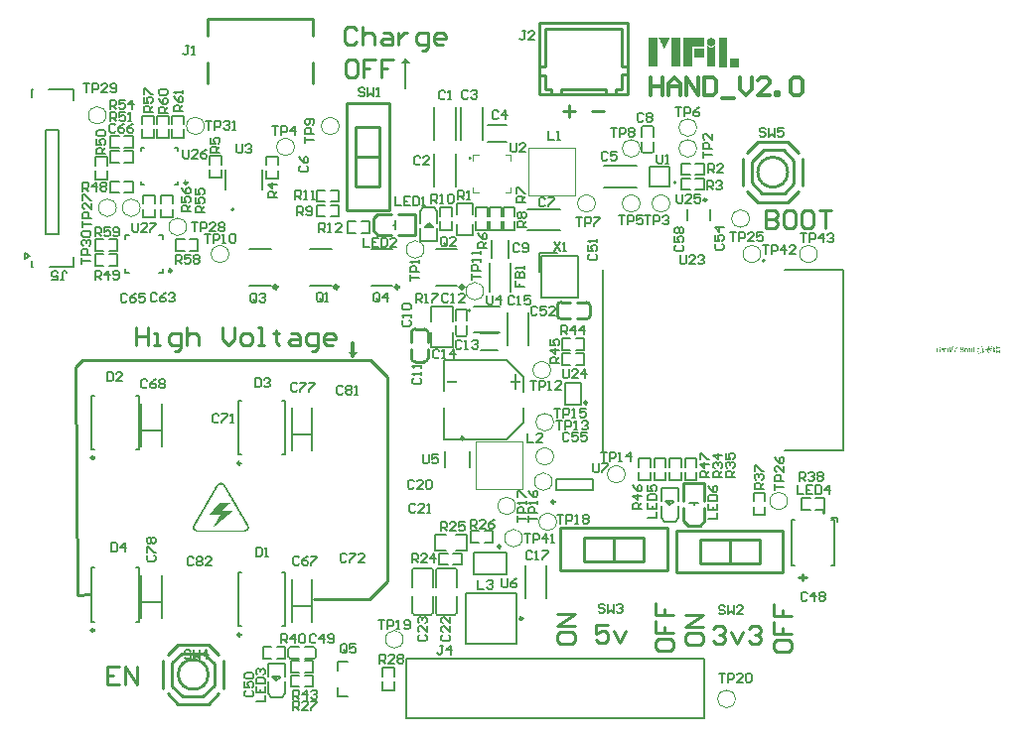
<source format=gto>
G04*
G04 #@! TF.GenerationSoftware,Altium Limited,Altium Designer,23.1.1 (15)*
G04*
G04 Layer_Color=65535*
%FSLAX44Y44*%
%MOMM*%
G71*
G04*
G04 #@! TF.SameCoordinates,D1EA7B9B-11C4-41B5-954D-5070AA3C9977*
G04*
G04*
G04 #@! TF.FilePolarity,Positive*
G04*
G01*
G75*
%ADD10C,0.1000*%
%ADD11C,0.3000*%
%ADD12C,0.2500*%
%ADD13C,0.2540*%
%ADD14C,0.1500*%
%ADD15C,0.1524*%
%ADD16C,0.2000*%
%ADD17C,0.1270*%
%ADD18C,0.2032*%
%ADD19C,0.3048*%
%ADD20C,0.2030*%
%ADD21C,0.1016*%
%ADD22C,0.3500*%
G36*
X350448Y359549D02*
X349250Y357886D01*
X345440Y362966D01*
X353060D01*
X350448Y359549D01*
D02*
G37*
G36*
X187178Y282286D02*
X185658D01*
Y286858D01*
X187178D01*
Y282286D01*
D02*
G37*
G36*
X169650D02*
X168130D01*
Y286858D01*
X169650D01*
Y282286D01*
D02*
G37*
G36*
X315594Y278231D02*
X314074D01*
Y282803D01*
X315594D01*
Y278231D01*
D02*
G37*
G36*
X298066D02*
X296546D01*
Y282803D01*
X298066D01*
Y278231D01*
D02*
G37*
G36*
X237485Y251756D02*
X238491D01*
Y251505D01*
X238994D01*
Y251253D01*
X239246D01*
Y251002D01*
X239749D01*
Y250750D01*
X240000D01*
Y250499D01*
X240252D01*
Y250247D01*
X240503D01*
Y249744D01*
X240755D01*
Y249493D01*
X241006D01*
Y248990D01*
X241258D01*
Y248487D01*
X241509D01*
Y248235D01*
X241761D01*
Y247732D01*
X242012D01*
Y247229D01*
X242264D01*
Y246726D01*
X242515D01*
Y246475D01*
X242767D01*
Y245972D01*
X243018D01*
Y245469D01*
X243270D01*
Y244966D01*
X243521D01*
Y244714D01*
X243773D01*
Y244211D01*
X244024D01*
Y243708D01*
X244276D01*
Y243456D01*
X244527D01*
Y242953D01*
X244779D01*
Y242451D01*
X245030D01*
Y242199D01*
X245282D01*
Y241696D01*
X245533D01*
Y241193D01*
X245785D01*
Y240941D01*
X246036D01*
Y240438D01*
X246288D01*
Y239935D01*
X246539D01*
Y239432D01*
X246791D01*
Y238929D01*
X247042D01*
Y238678D01*
X247294D01*
Y238175D01*
X247545D01*
Y237672D01*
X247797D01*
Y237169D01*
X248048D01*
Y236917D01*
X248300D01*
Y236414D01*
X248551D01*
Y235911D01*
X248803D01*
Y235660D01*
X249055D01*
Y235157D01*
X249306D01*
Y234654D01*
X249557D01*
Y234402D01*
X249809D01*
Y233899D01*
X250061D01*
Y233396D01*
X250312D01*
Y233145D01*
X250564D01*
Y232642D01*
X250815D01*
Y232139D01*
X251067D01*
Y231636D01*
X251318D01*
Y231133D01*
X251570D01*
Y230881D01*
X251821D01*
Y230378D01*
X252073D01*
Y229875D01*
X252324D01*
Y229372D01*
X252576D01*
Y229120D01*
X252827D01*
Y228617D01*
X253079D01*
Y228114D01*
X253330D01*
Y227863D01*
X253582D01*
Y227360D01*
X253833D01*
Y226857D01*
X254085D01*
Y226605D01*
X254336D01*
Y226102D01*
X254588D01*
Y225599D01*
X254839D01*
Y225348D01*
X255091D01*
Y224845D01*
X255342D01*
Y224342D01*
X255594D01*
Y223839D01*
X255845D01*
Y223336D01*
X256097D01*
Y223084D01*
X256348D01*
Y222581D01*
X256600D01*
Y222078D01*
X256851D01*
Y221575D01*
X257103D01*
Y221324D01*
X257354D01*
Y220821D01*
X257606D01*
Y220318D01*
X257857D01*
Y220066D01*
X258109D01*
Y219563D01*
X258360D01*
Y219060D01*
X258612D01*
Y218809D01*
X258863D01*
Y218305D01*
X259115D01*
Y217803D01*
X259366D01*
Y217551D01*
X259618D01*
Y217048D01*
X259869D01*
Y216545D01*
X260121D01*
Y216042D01*
X260372D01*
Y215287D01*
X260624D01*
Y214533D01*
X260875D01*
Y212772D01*
X260624D01*
Y212018D01*
X260372D01*
Y211515D01*
X260121D01*
Y211263D01*
X259869D01*
Y211012D01*
X259618D01*
Y210760D01*
X259366D01*
Y210509D01*
X258863D01*
Y210257D01*
X258360D01*
Y210006D01*
X257606D01*
Y209754D01*
X216107D01*
Y210006D01*
X215604D01*
Y210257D01*
X215101D01*
Y210509D01*
X214598D01*
Y210760D01*
X214346D01*
Y211012D01*
X214095D01*
Y211263D01*
X213843D01*
Y211515D01*
X213592D01*
Y212018D01*
X213340D01*
Y212772D01*
X213089D01*
Y214533D01*
X213340D01*
Y215539D01*
X213592D01*
Y216042D01*
X213843D01*
Y216545D01*
X214095D01*
Y217048D01*
X214346D01*
Y217551D01*
X214598D01*
Y217803D01*
X214849D01*
Y218305D01*
X215101D01*
Y218809D01*
X215352D01*
Y219060D01*
X215604D01*
Y219563D01*
X215855D01*
Y220066D01*
X216107D01*
Y220569D01*
X216358D01*
Y220821D01*
X216610D01*
Y221324D01*
X216861D01*
Y221827D01*
X217113D01*
Y222078D01*
X217364D01*
Y222581D01*
X217616D01*
Y223084D01*
X217867D01*
Y223336D01*
X218119D01*
Y223839D01*
X218370D01*
Y224342D01*
X218622D01*
Y224845D01*
X218873D01*
Y225348D01*
X219125D01*
Y225599D01*
X219376D01*
Y226102D01*
X219628D01*
Y226605D01*
X219879D01*
Y226857D01*
X220131D01*
Y227360D01*
X220382D01*
Y227863D01*
X220634D01*
Y228114D01*
X220885D01*
Y228617D01*
X221137D01*
Y229120D01*
X221388D01*
Y229372D01*
X221640D01*
Y229875D01*
X221891D01*
Y230378D01*
X222143D01*
Y230881D01*
X222394D01*
Y231133D01*
X222646D01*
Y231636D01*
X222897D01*
Y232139D01*
X223149D01*
Y232642D01*
X223400D01*
Y233145D01*
X223652D01*
Y233396D01*
X223904D01*
Y233899D01*
X224155D01*
Y234402D01*
X224407D01*
Y234654D01*
X224658D01*
Y235157D01*
X224909D01*
Y235660D01*
X225161D01*
Y235911D01*
X225413D01*
Y236414D01*
X225664D01*
Y236917D01*
X225916D01*
Y237169D01*
X226167D01*
Y237672D01*
X226419D01*
Y238175D01*
X226670D01*
Y238678D01*
X226922D01*
Y239181D01*
X227173D01*
Y239432D01*
X227425D01*
Y239935D01*
X227676D01*
Y240438D01*
X227928D01*
Y240941D01*
X228179D01*
Y241193D01*
X228431D01*
Y241696D01*
X228682D01*
Y242199D01*
X228934D01*
Y242451D01*
X229185D01*
Y242953D01*
X229437D01*
Y243456D01*
X229688D01*
Y243708D01*
X229940D01*
Y244211D01*
X230191D01*
Y244714D01*
X230443D01*
Y244966D01*
X230694D01*
Y245469D01*
X230946D01*
Y245972D01*
X231197D01*
Y246475D01*
X231449D01*
Y246726D01*
X231700D01*
Y247229D01*
X231952D01*
Y247732D01*
X232203D01*
Y248235D01*
X232455D01*
Y248487D01*
X232706D01*
Y248990D01*
X232958D01*
Y249493D01*
X233209D01*
Y249744D01*
X233461D01*
Y250247D01*
X233712D01*
Y250499D01*
X233964D01*
Y250750D01*
X234215D01*
Y251002D01*
X234718D01*
Y251253D01*
X234970D01*
Y251505D01*
X235473D01*
Y251756D01*
X236479D01*
Y252008D01*
X237485D01*
Y251756D01*
D02*
G37*
G36*
X262636Y204724D02*
X211328D01*
Y205227D01*
X262636D01*
Y204724D01*
D02*
G37*
G36*
X187178Y135724D02*
X185658D01*
Y140296D01*
X187178D01*
Y135724D01*
D02*
G37*
G36*
X169650D02*
X168130D01*
Y140296D01*
X169650D01*
Y135724D01*
D02*
G37*
G36*
X315594Y131828D02*
X314074D01*
Y136400D01*
X315594D01*
Y131828D01*
D02*
G37*
G36*
X298066D02*
X296546D01*
Y136400D01*
X298066D01*
Y131828D01*
D02*
G37*
G36*
X655036Y631424D02*
X655476D01*
Y631370D01*
X655696D01*
Y631315D01*
X655916D01*
Y631259D01*
X656026D01*
Y631204D01*
X656191D01*
Y631150D01*
X656301D01*
Y631095D01*
X656411D01*
Y631040D01*
X656520D01*
Y630985D01*
X656630D01*
Y630930D01*
X656685D01*
Y630875D01*
X656795D01*
Y630820D01*
X656850D01*
Y630765D01*
X656960D01*
Y630710D01*
X657015D01*
Y630655D01*
X657070D01*
Y630600D01*
X657125D01*
Y630545D01*
X657235D01*
Y630490D01*
X657290D01*
Y630435D01*
X657345D01*
Y630380D01*
X657400D01*
Y630325D01*
X657455D01*
Y630215D01*
X657565D01*
Y630105D01*
X657620D01*
Y630050D01*
X657675D01*
Y629940D01*
X657730D01*
Y629885D01*
X657785D01*
Y629775D01*
X657840D01*
Y629720D01*
X657895D01*
Y629610D01*
X657950D01*
Y629500D01*
X658005D01*
Y629390D01*
X658060D01*
Y629281D01*
X658115D01*
Y629116D01*
X658170D01*
Y629006D01*
X658224D01*
Y628786D01*
X658279D01*
Y628566D01*
X658335D01*
Y628126D01*
X658390D01*
Y627686D01*
X658335D01*
Y627247D01*
X658279D01*
Y627027D01*
X658224D01*
Y626807D01*
X658170D01*
Y626697D01*
X658115D01*
Y626532D01*
X658060D01*
Y626422D01*
X658005D01*
Y626312D01*
X657950D01*
Y626202D01*
X657895D01*
Y626147D01*
Y626092D01*
X657840D01*
Y626037D01*
X657785D01*
Y625927D01*
X657730D01*
Y625872D01*
X657675D01*
Y625762D01*
X657620D01*
Y625707D01*
X657565D01*
Y625597D01*
X657455D01*
Y625488D01*
X657400D01*
Y625433D01*
X657345D01*
Y625378D01*
X657290D01*
Y625323D01*
X657235D01*
Y625268D01*
X657125D01*
Y625213D01*
X657070D01*
Y625158D01*
X657015D01*
Y625103D01*
X656960D01*
Y625048D01*
X656850D01*
Y624993D01*
X656795D01*
Y624938D01*
X656685D01*
Y624883D01*
X656630D01*
Y624828D01*
X656520D01*
Y624773D01*
X656466D01*
Y624718D01*
X656301D01*
Y624663D01*
X656191D01*
Y624608D01*
X656026D01*
Y624553D01*
X655916D01*
Y624498D01*
X655696D01*
Y624443D01*
X655476D01*
Y624388D01*
X655036D01*
Y624333D01*
X654596D01*
Y624388D01*
X654157D01*
Y624443D01*
X653937D01*
Y624498D01*
X653772D01*
Y624553D01*
X653607D01*
Y624608D01*
X653442D01*
Y624663D01*
X653332D01*
Y624718D01*
X653167D01*
Y624773D01*
X653112D01*
Y624828D01*
X653002D01*
Y624883D01*
X652947D01*
Y624938D01*
X652837D01*
Y624993D01*
X652782D01*
Y625048D01*
X652673D01*
Y625103D01*
X652617D01*
Y625158D01*
X652562D01*
Y625213D01*
X652507D01*
Y625268D01*
X652398D01*
Y625323D01*
X652343D01*
Y625378D01*
X652288D01*
Y625433D01*
X652233D01*
Y625488D01*
X652178D01*
Y625597D01*
X652068D01*
Y625707D01*
X652013D01*
Y625762D01*
X651958D01*
Y625872D01*
X651903D01*
Y625927D01*
X651848D01*
Y626037D01*
X651793D01*
Y626092D01*
X651738D01*
Y626202D01*
X651683D01*
Y626312D01*
X651628D01*
Y626422D01*
X651573D01*
Y626532D01*
X651518D01*
Y626697D01*
X651463D01*
Y626807D01*
X651408D01*
Y627027D01*
X651353D01*
Y627247D01*
X651298D01*
Y627796D01*
X651243D01*
Y628071D01*
X651298D01*
Y628566D01*
X651353D01*
Y628786D01*
X651408D01*
Y629006D01*
X651463D01*
Y629116D01*
X651518D01*
Y629281D01*
X651573D01*
Y629390D01*
X651628D01*
Y629500D01*
X651683D01*
Y629610D01*
X651738D01*
Y629720D01*
X651793D01*
Y629775D01*
X651848D01*
Y629885D01*
X651903D01*
Y629940D01*
X651958D01*
Y630050D01*
X652013D01*
Y630105D01*
X652068D01*
Y630160D01*
X652123D01*
Y630215D01*
X652178D01*
Y630270D01*
X652233D01*
Y630380D01*
X652288D01*
Y630435D01*
X652343D01*
Y630490D01*
X652453D01*
Y630545D01*
X652507D01*
Y630600D01*
X652562D01*
Y630655D01*
X652617D01*
Y630710D01*
X652673D01*
Y630765D01*
X652782D01*
Y630820D01*
X652837D01*
Y630875D01*
X652947D01*
Y630930D01*
X653002D01*
Y630985D01*
X653112D01*
Y631040D01*
X653222D01*
Y631095D01*
X653332D01*
Y631150D01*
X653442D01*
Y631204D01*
X653607D01*
Y631259D01*
X653772D01*
Y631315D01*
X653937D01*
Y631370D01*
X654157D01*
Y631424D01*
X654596D01*
Y631479D01*
X655036D01*
Y631424D01*
D02*
G37*
G36*
X658554Y606797D02*
X651133D01*
Y625323D01*
X651188D01*
Y625268D01*
X651243D01*
Y625158D01*
X651298D01*
Y625103D01*
X651353D01*
Y625048D01*
X651408D01*
Y624993D01*
X651463D01*
Y624938D01*
X651518D01*
Y624828D01*
X651573D01*
Y624773D01*
X651628D01*
Y624718D01*
X651683D01*
Y624663D01*
X651738D01*
Y624608D01*
X651793D01*
Y624553D01*
X651848D01*
Y624498D01*
X651958D01*
Y624443D01*
X652013D01*
Y624388D01*
X652068D01*
Y624333D01*
X652178D01*
Y624278D01*
X652233D01*
Y624223D01*
X652288D01*
Y624168D01*
X652398D01*
Y624113D01*
X652507D01*
Y624058D01*
X652562D01*
Y624003D01*
X652673D01*
Y623948D01*
X652782D01*
Y623893D01*
X652892D01*
Y623838D01*
X653002D01*
Y623783D01*
X653112D01*
Y623728D01*
X653277D01*
Y623674D01*
X653442D01*
Y623619D01*
X653662D01*
Y623563D01*
X653882D01*
Y623509D01*
X654157D01*
Y623454D01*
X655531D01*
Y623509D01*
X655806D01*
Y623563D01*
X656026D01*
Y623619D01*
X656246D01*
Y623674D01*
X656411D01*
Y623728D01*
X656575D01*
Y623783D01*
X656685D01*
Y623838D01*
X656795D01*
Y623893D01*
X656905D01*
Y623948D01*
X657015D01*
Y624003D01*
X657125D01*
Y624058D01*
X657180D01*
Y624113D01*
X657290D01*
Y624168D01*
X657400D01*
Y624223D01*
X657455D01*
Y624278D01*
X657510D01*
Y624333D01*
X657620D01*
Y624388D01*
X657675D01*
Y624443D01*
X657730D01*
Y624498D01*
X657840D01*
Y624553D01*
X657895D01*
Y624608D01*
X657950D01*
Y624663D01*
X658005D01*
Y624718D01*
X658060D01*
Y624773D01*
X658115D01*
Y624828D01*
X658170D01*
Y624938D01*
X658224D01*
Y624993D01*
X658279D01*
Y625048D01*
X658335D01*
Y625103D01*
X658390D01*
Y625158D01*
X658444D01*
Y625268D01*
X658499D01*
Y625323D01*
X658554D01*
Y606797D01*
D02*
G37*
G36*
X619580Y631370D02*
X619525D01*
Y631259D01*
X619470D01*
Y631150D01*
X619415D01*
Y631040D01*
X619360D01*
Y630930D01*
X619305D01*
Y630820D01*
X619250D01*
Y630710D01*
X619195D01*
Y630600D01*
X619140D01*
Y630490D01*
X619085D01*
Y630380D01*
X619030D01*
Y630270D01*
X618975D01*
Y630160D01*
X618920D01*
Y630050D01*
X618865D01*
Y629940D01*
X618810D01*
Y629830D01*
X618755D01*
Y629720D01*
X618700D01*
Y629610D01*
X618645D01*
Y629500D01*
X618590D01*
Y629390D01*
X618535D01*
Y629281D01*
X618480D01*
Y629171D01*
X618425D01*
Y629061D01*
X618370D01*
Y628951D01*
X618315D01*
Y628841D01*
X618260D01*
Y628731D01*
X618205D01*
Y628621D01*
X618150D01*
Y628511D01*
X618096D01*
Y628401D01*
X618041D01*
Y628291D01*
X617986D01*
Y628181D01*
X617931D01*
Y628071D01*
X617876D01*
Y628016D01*
Y627961D01*
X617821D01*
Y627851D01*
X617766D01*
Y627741D01*
X617711D01*
Y627631D01*
X617656D01*
Y627522D01*
X617601D01*
Y627411D01*
X617546D01*
Y627302D01*
X617491D01*
Y627192D01*
X617436D01*
Y627082D01*
X617381D01*
Y626972D01*
X617326D01*
Y626862D01*
X617271D01*
Y626752D01*
X617216D01*
Y626642D01*
X617161D01*
Y626532D01*
X617106D01*
Y626422D01*
X617051D01*
Y626312D01*
X616996D01*
Y626202D01*
X616941D01*
Y626092D01*
X616886D01*
Y625982D01*
X616831D01*
Y625872D01*
X616776D01*
Y625762D01*
X616721D01*
Y625652D01*
X616666D01*
Y625542D01*
X616611D01*
Y625433D01*
X616556D01*
Y625323D01*
X616501D01*
Y625213D01*
X616446D01*
Y625103D01*
X616391D01*
Y624993D01*
X616337D01*
Y624883D01*
X616282D01*
Y624773D01*
X616227D01*
Y624663D01*
X616171D01*
Y624553D01*
X616117D01*
Y624443D01*
X616062D01*
Y624333D01*
X616007D01*
Y624223D01*
X615952D01*
Y624113D01*
X615897D01*
Y624003D01*
X615842D01*
Y623893D01*
X615787D01*
Y623783D01*
X615732D01*
Y623674D01*
X615677D01*
Y623563D01*
X615622D01*
Y623454D01*
X615567D01*
Y623344D01*
X615512D01*
Y623234D01*
X615457D01*
Y623124D01*
X615402D01*
Y623014D01*
X615347D01*
Y622904D01*
X615292D01*
Y622794D01*
X615237D01*
Y622684D01*
X615182D01*
Y622574D01*
X615127D01*
Y622464D01*
X615072D01*
Y622354D01*
X615017D01*
Y622244D01*
X614907D01*
Y622354D01*
X614852D01*
Y622464D01*
X614797D01*
Y622574D01*
X614742D01*
Y622684D01*
X614687D01*
Y622794D01*
X614632D01*
Y622904D01*
X614577D01*
Y623014D01*
X614522D01*
Y623124D01*
X614467D01*
Y623234D01*
X614412D01*
Y623344D01*
X614357D01*
Y623454D01*
X614302D01*
Y623563D01*
X614248D01*
Y623674D01*
X614193D01*
Y623783D01*
X614138D01*
Y623893D01*
X614083D01*
Y624003D01*
X614028D01*
Y624113D01*
X613973D01*
Y624223D01*
X613918D01*
Y624333D01*
X613863D01*
Y624443D01*
X613808D01*
Y624553D01*
X613753D01*
Y624663D01*
X613698D01*
Y624773D01*
X613643D01*
Y624883D01*
X613588D01*
Y624993D01*
X613533D01*
Y625103D01*
X613478D01*
Y625213D01*
X613423D01*
Y625323D01*
X613368D01*
Y625433D01*
X613313D01*
Y625542D01*
X613258D01*
Y625652D01*
X613203D01*
Y625762D01*
X613148D01*
Y625872D01*
X613093D01*
Y625982D01*
X613038D01*
Y626092D01*
X612983D01*
Y626202D01*
X612928D01*
Y626312D01*
X612873D01*
Y626422D01*
X612818D01*
Y626532D01*
X612763D01*
Y626642D01*
X612708D01*
Y626752D01*
X612653D01*
Y626862D01*
X612598D01*
Y626972D01*
X612543D01*
Y627082D01*
X612489D01*
Y627192D01*
X612434D01*
Y627302D01*
X612379D01*
Y627411D01*
X612323D01*
Y627522D01*
X612269D01*
Y627631D01*
X612214D01*
Y627741D01*
X612159D01*
Y627851D01*
X612104D01*
Y627961D01*
X612049D01*
Y628071D01*
X611994D01*
Y628181D01*
X611939D01*
Y628291D01*
X611884D01*
Y628401D01*
X611829D01*
Y628511D01*
X611774D01*
Y628621D01*
X611719D01*
Y628731D01*
X611664D01*
Y628841D01*
X611609D01*
Y628951D01*
X611554D01*
Y629061D01*
X611499D01*
Y629171D01*
X611444D01*
Y629281D01*
X611389D01*
Y629390D01*
X611334D01*
Y629500D01*
X611279D01*
Y629610D01*
X611224D01*
Y629720D01*
X611169D01*
Y629830D01*
X611114D01*
Y629940D01*
X611059D01*
Y630050D01*
X611004D01*
Y630160D01*
X610949D01*
Y630270D01*
X610894D01*
Y630380D01*
X610839D01*
Y630490D01*
X610784D01*
Y630600D01*
X610729D01*
Y630710D01*
X610674D01*
Y630820D01*
X610619D01*
Y630930D01*
X610564D01*
Y631040D01*
X610509D01*
Y631150D01*
X610454D01*
Y631259D01*
X610400D01*
Y631370D01*
X610345D01*
Y631479D01*
X619580D01*
Y631370D01*
D02*
G37*
G36*
X648660Y614603D02*
X640304D01*
Y622024D01*
X648660D01*
Y614603D01*
D02*
G37*
G36*
X398272Y609346D02*
X390652D01*
X393264Y612763D01*
X394462Y614426D01*
X398272Y609346D01*
D02*
G37*
G36*
X648660Y624113D02*
X638655D01*
Y615373D01*
Y615318D01*
Y606797D01*
X631234D01*
Y631534D01*
X648660D01*
Y624113D01*
D02*
G37*
G36*
X628650Y625158D02*
Y625103D01*
Y606797D01*
X621229D01*
Y631534D01*
X628650D01*
Y625158D01*
D02*
G37*
G36*
X608750Y606797D02*
X601329D01*
Y623948D01*
Y624003D01*
Y631534D01*
X608750D01*
Y606797D01*
D02*
G37*
G36*
X678454Y610315D02*
Y610261D01*
Y606248D01*
X671088D01*
Y613669D01*
X678454D01*
Y610315D01*
D02*
G37*
G36*
X668724Y606138D02*
X661358D01*
Y615648D01*
Y615703D01*
Y631534D01*
X668724D01*
Y606138D01*
D02*
G37*
G36*
X437880Y336769D02*
X429960D01*
Y338749D01*
X437880D01*
Y336769D01*
D02*
G37*
G36*
X489030Y338749D02*
X492000D01*
Y336769D01*
X489030D01*
Y331159D01*
X487050D01*
Y336769D01*
X484080D01*
Y338749D01*
X487050D01*
Y344359D01*
X489030D01*
Y338749D01*
D02*
G37*
G36*
X897305Y368127D02*
X897333Y368106D01*
X897375Y368078D01*
X897431Y368043D01*
X897544Y367944D01*
X897593Y367895D01*
X897642Y367846D01*
X897649Y367839D01*
X897670Y367818D01*
X897691Y367790D01*
X897699Y367755D01*
X897691Y367741D01*
X897684Y367726D01*
X897663Y367705D01*
X897635Y367677D01*
X897586Y367642D01*
X897523Y367600D01*
X897431Y367551D01*
Y362604D01*
Y362597D01*
Y362569D01*
X897424Y362527D01*
X897417Y362478D01*
X897403Y362421D01*
X897389Y362365D01*
X897361Y362316D01*
X897326Y362267D01*
X897319Y362260D01*
X897311Y362253D01*
X897290Y362231D01*
X897262Y362203D01*
X897227Y362175D01*
X897178Y362147D01*
X897129Y362119D01*
X897072Y362091D01*
X897065D01*
X897051Y362077D01*
X897023Y362070D01*
X896988Y362056D01*
X896904Y362034D01*
X896819Y362020D01*
Y362027D01*
Y362048D01*
Y362077D01*
X896812Y362112D01*
X896798Y362182D01*
X896784Y362217D01*
X896763Y362245D01*
Y362253D01*
X896749Y362260D01*
X896713Y362295D01*
X896685Y362316D01*
X896650Y362344D01*
X896601Y362365D01*
X896552Y362393D01*
X896545D01*
X896524Y362400D01*
X896488Y362414D01*
X896446Y362428D01*
X896390Y362443D01*
X896327Y362457D01*
X896186Y362478D01*
Y362632D01*
X896193D01*
X896200Y362625D01*
X896221D01*
X896249Y362618D01*
X896320Y362597D01*
X896411Y362583D01*
X896516Y362562D01*
X896629Y362541D01*
X896749Y362534D01*
X896868Y362527D01*
X896925D01*
X896953Y362534D01*
X897023Y362541D01*
X897058Y362548D01*
X897079Y362562D01*
X897086Y362569D01*
X897114Y362597D01*
X897122Y362625D01*
X897136Y362654D01*
X897143Y362696D01*
Y362745D01*
Y365004D01*
X897136Y364996D01*
X897122Y364982D01*
X897101Y364961D01*
X897065Y364933D01*
X896995Y364863D01*
X896910Y364799D01*
X896904Y364793D01*
X896882Y364778D01*
X896847Y364750D01*
X896805Y364722D01*
X896756Y364680D01*
X896699Y364645D01*
X896580Y364560D01*
X896573Y364553D01*
X896552Y364546D01*
X896524Y364525D01*
X896488Y364497D01*
X896397Y364441D01*
X896291Y364384D01*
Y364377D01*
X896277Y364349D01*
X896263Y364307D01*
X896249Y364265D01*
X896235Y364223D01*
X896214Y364180D01*
X896200Y364152D01*
X896186Y364145D01*
X896172Y364152D01*
X896151Y364173D01*
X896123Y364208D01*
X896087Y364265D01*
X896059Y364300D01*
X896038Y364349D01*
X896003Y364406D01*
X895968Y364469D01*
X895932Y364539D01*
X895890Y364624D01*
Y364617D01*
Y364595D01*
Y364574D01*
X895883Y364553D01*
Y364546D01*
Y364532D01*
Y364511D01*
X895876Y364476D01*
Y364441D01*
Y364391D01*
X895869Y364279D01*
X895855Y364145D01*
X895841Y363997D01*
X895827Y363836D01*
X895806Y363667D01*
Y363660D01*
Y363653D01*
X895799Y363632D01*
Y363603D01*
X895785Y363540D01*
X895771Y363449D01*
X895750Y363350D01*
X895729Y363238D01*
X895679Y363012D01*
Y362998D01*
X895665Y362963D01*
X895651Y362907D01*
X895630Y362836D01*
X895602Y362752D01*
X895567Y362661D01*
X895489Y362471D01*
X895482Y362464D01*
X895475Y362435D01*
X895454Y362386D01*
X895419Y362330D01*
X895384Y362260D01*
X895341Y362189D01*
X895285Y362105D01*
X895222Y362020D01*
X895145Y362077D01*
X895152Y362084D01*
X895159Y362112D01*
X895180Y362154D01*
X895201Y362203D01*
X895222Y362267D01*
X895250Y362344D01*
X895278Y362421D01*
X895299Y362506D01*
Y362513D01*
X895313Y362541D01*
X895327Y362583D01*
X895341Y362640D01*
X895363Y362703D01*
X895377Y362780D01*
X895419Y362942D01*
Y362956D01*
X895426Y362991D01*
X895440Y363041D01*
X895447Y363118D01*
X895461Y363202D01*
X895475Y363308D01*
X895489Y363420D01*
X895503Y363547D01*
Y363554D01*
Y363568D01*
X895510Y363589D01*
Y363618D01*
X895517Y363653D01*
Y363695D01*
X895524Y363800D01*
X895538Y363920D01*
X895546Y364061D01*
X895560Y364208D01*
X895567Y364363D01*
Y364370D01*
Y364391D01*
Y364420D01*
X895574Y364462D01*
Y364511D01*
Y364574D01*
X895581Y364645D01*
Y364729D01*
Y364814D01*
X895588Y364912D01*
Y365123D01*
X895595Y365355D01*
Y365609D01*
Y365616D01*
Y365630D01*
Y365651D01*
Y365679D01*
Y365714D01*
Y365756D01*
Y365862D01*
Y365996D01*
Y366143D01*
Y366312D01*
Y366495D01*
X895588Y366685D01*
Y366889D01*
X895581Y367304D01*
Y367508D01*
X895574Y367705D01*
Y367895D01*
X895567Y368078D01*
X895947Y367839D01*
X897086D01*
X897298Y368134D01*
X897305Y368127D01*
D02*
G37*
G36*
X885372Y368226D02*
X885435Y368219D01*
X885512Y368205D01*
X885604Y368191D01*
X885695Y368170D01*
X885794Y368148D01*
X885878Y368127D01*
X885885D01*
X885907Y368113D01*
X885921Y368092D01*
X885928Y368050D01*
Y368043D01*
X885913Y368022D01*
X885900Y368008D01*
X885885Y367994D01*
X885857Y367980D01*
X885822Y367966D01*
X885815D01*
X885801Y367959D01*
X885780Y367952D01*
X885752Y367944D01*
X885688Y367930D01*
X885611Y367916D01*
Y367909D01*
X885604Y367881D01*
Y367832D01*
X885590Y367776D01*
X885583Y367705D01*
X885576Y367628D01*
X885548Y367459D01*
X886969D01*
X887286Y367839D01*
X887300Y367832D01*
X887328Y367804D01*
X887377Y367769D01*
X887440Y367719D01*
X887511Y367663D01*
X887595Y367600D01*
X887764Y367459D01*
X887771Y367452D01*
X887792Y367438D01*
X887813Y367417D01*
X887820Y367382D01*
Y367375D01*
Y367368D01*
X887806Y367332D01*
X887792Y367311D01*
X887778Y367297D01*
X887750Y367290D01*
X887715Y367283D01*
X885512D01*
Y367276D01*
Y367262D01*
X885506Y367220D01*
X885491Y367164D01*
X885477Y367079D01*
X885463Y366988D01*
X885442Y366889D01*
X885400Y366671D01*
X886385D01*
X886603Y366959D01*
X886617Y366953D01*
X886645Y366931D01*
X886687Y366903D01*
X886737Y366868D01*
X886849Y366777D01*
X886906Y366727D01*
X886948Y366678D01*
X886955Y366671D01*
X886969Y366643D01*
X886983Y366615D01*
X886990Y366587D01*
X886983Y366572D01*
X886976Y366558D01*
X886955Y366537D01*
X886927Y366509D01*
X886877Y366474D01*
X886814Y366425D01*
X886730Y366376D01*
Y363561D01*
X886969D01*
X887286Y363934D01*
X887300Y363927D01*
X887328Y363899D01*
X887377Y363864D01*
X887440Y363815D01*
X887511Y363758D01*
X887595Y363695D01*
X887764Y363561D01*
X887771Y363554D01*
X887792Y363540D01*
X887813Y363512D01*
X887820Y363477D01*
Y363470D01*
Y363463D01*
X887806Y363428D01*
X887792Y363406D01*
X887778Y363385D01*
X887750Y363378D01*
X887715Y363371D01*
X883824D01*
X883711Y363364D01*
X883606D01*
X883514Y363357D01*
X883472D01*
X883437Y363350D01*
X883296Y363639D01*
X883310D01*
X883353Y363624D01*
X883416Y363618D01*
X883507Y363603D01*
X883620Y363589D01*
X883754Y363575D01*
X883901Y363568D01*
X884077Y363561D01*
X884098D01*
Y366502D01*
Y366516D01*
Y366544D01*
Y366594D01*
X884091Y366657D01*
X884084Y366734D01*
X884077Y366805D01*
X884063Y366882D01*
X884049Y366959D01*
X884443Y366671D01*
X885076D01*
Y366678D01*
X885083Y366685D01*
X885090Y366727D01*
X885104Y366791D01*
X885126Y366875D01*
X885147Y366967D01*
X885175Y367072D01*
X885210Y367283D01*
X883972D01*
X883873Y367276D01*
X883768D01*
X883662Y367269D01*
X883571Y367262D01*
X883528D01*
X883493Y367255D01*
X883353Y367551D01*
X883367Y367543D01*
X883409Y367536D01*
X883472Y367522D01*
X883564Y367508D01*
X883669Y367487D01*
X883803Y367473D01*
X883958Y367466D01*
X884127Y367459D01*
X885245D01*
Y367466D01*
X885252Y367480D01*
Y367494D01*
Y367508D01*
Y367515D01*
Y367529D01*
X885259Y367551D01*
Y367579D01*
X885273Y367656D01*
X885280Y367755D01*
X885294Y367867D01*
X885301Y367987D01*
X885309Y368113D01*
X885315Y368233D01*
X885330D01*
X885372Y368226D01*
D02*
G37*
G36*
X891261Y368127D02*
X891289D01*
X891359Y368113D01*
X891451Y368099D01*
X891549Y368078D01*
X891655Y368050D01*
X891760Y368022D01*
X891859Y367987D01*
X891866D01*
X891873Y367980D01*
X891908Y367959D01*
X891936Y367930D01*
X891943Y367916D01*
X891950Y367895D01*
Y367888D01*
X891936Y367860D01*
X891915Y367832D01*
X891887Y367818D01*
X891859Y367804D01*
X891852D01*
X891838Y367797D01*
X891809Y367783D01*
X891781Y367769D01*
X891739Y367755D01*
X891690Y367747D01*
X891570Y367726D01*
Y367311D01*
X892154D01*
X892450Y367600D01*
X892457Y367593D01*
X892485Y367572D01*
X892527Y367543D01*
X892576Y367501D01*
X892640Y367452D01*
X892710Y367403D01*
X892851Y367297D01*
X892858Y367290D01*
X892879Y367276D01*
X892893Y367255D01*
X892900Y367227D01*
Y367220D01*
Y367213D01*
X892893Y367171D01*
X892872Y367135D01*
X892851Y367121D01*
X892830Y367114D01*
X891570D01*
Y366354D01*
X891894D01*
X892154Y366608D01*
X892161Y366601D01*
X892189Y366587D01*
X892225Y366558D01*
X892274Y366523D01*
X892330Y366481D01*
X892386Y366439D01*
X892513Y366333D01*
X892520Y366326D01*
X892541Y366312D01*
X892555Y366291D01*
X892562Y366263D01*
Y366256D01*
Y366249D01*
X892555Y366214D01*
X892527Y366179D01*
X892513Y366171D01*
X892485Y366164D01*
X891021D01*
X890923Y366157D01*
X890817D01*
X890712Y366150D01*
X890620Y366143D01*
X890578D01*
X890543Y366136D01*
X890402Y366432D01*
X890416D01*
X890459Y366418D01*
X890522Y366411D01*
X890613Y366397D01*
X890719Y366383D01*
X890853Y366368D01*
X891008Y366361D01*
X891176Y366354D01*
X891254D01*
Y367114D01*
X890754D01*
X890656Y367107D01*
X890550D01*
X890445Y367100D01*
X890353Y367093D01*
X890276Y367086D01*
X890135Y367382D01*
X890149D01*
X890191Y367368D01*
X890255Y367360D01*
X890346Y367346D01*
X890452Y367332D01*
X890585Y367325D01*
X890740Y367311D01*
X891254D01*
Y367600D01*
Y367607D01*
Y367614D01*
Y367656D01*
Y367719D01*
Y367797D01*
X891247Y367888D01*
X891240Y367973D01*
X891233Y368057D01*
X891226Y368134D01*
X891240D01*
X891261Y368127D01*
D02*
G37*
G36*
X877393Y367213D02*
X876795D01*
Y367895D01*
X877393D01*
Y367213D01*
D02*
G37*
G36*
X857341D02*
X856743D01*
Y367895D01*
X857341D01*
Y367213D01*
D02*
G37*
G36*
X848940Y367909D02*
X848990D01*
X849046Y367902D01*
X849180Y367874D01*
X849327Y367839D01*
X849482Y367783D01*
X849637Y367698D01*
X849714Y367649D01*
X849785Y367593D01*
X849792Y367586D01*
X849799Y367579D01*
X849820Y367557D01*
X849841Y367536D01*
X849876Y367501D01*
X849904Y367459D01*
X849982Y367360D01*
X850059Y367234D01*
X850129Y367079D01*
X850193Y366903D01*
X850235Y366706D01*
X849637Y366657D01*
Y366664D01*
X849630Y366671D01*
X849623Y366713D01*
X849602Y366777D01*
X849574Y366854D01*
X849546Y366938D01*
X849503Y367023D01*
X849454Y367100D01*
X849405Y367164D01*
X849391Y367178D01*
X849363Y367206D01*
X849313Y367248D01*
X849243Y367297D01*
X849152Y367339D01*
X849053Y367382D01*
X848933Y367410D01*
X848807Y367424D01*
X848757D01*
X848701Y367417D01*
X848638Y367403D01*
X848553Y367382D01*
X848469Y367354D01*
X848385Y367318D01*
X848300Y367262D01*
X848286Y367255D01*
X848251Y367227D01*
X848202Y367178D01*
X848138Y367107D01*
X848068Y367023D01*
X847991Y366924D01*
X847920Y366798D01*
X847850Y366657D01*
Y366650D01*
X847843Y366636D01*
X847836Y366615D01*
X847822Y366587D01*
X847815Y366544D01*
X847801Y366495D01*
X847786Y366439D01*
X847773Y366368D01*
X847751Y366291D01*
X847737Y366207D01*
X847723Y366115D01*
X847716Y366017D01*
X847702Y365904D01*
X847695Y365792D01*
X847688Y365665D01*
Y365538D01*
X847695Y365545D01*
X847723Y365588D01*
X847773Y365644D01*
X847836Y365714D01*
X847906Y365799D01*
X847998Y365876D01*
X848096Y365953D01*
X848209Y366024D01*
X848216D01*
X848223Y366031D01*
X848265Y366052D01*
X848328Y366073D01*
X848413Y366108D01*
X848511Y366136D01*
X848624Y366157D01*
X848743Y366179D01*
X848870Y366186D01*
X848926D01*
X848969Y366179D01*
X849025Y366171D01*
X849081Y366164D01*
X849152Y366150D01*
X849222Y366129D01*
X849384Y366080D01*
X849468Y366045D01*
X849553Y365996D01*
X849637Y365946D01*
X849728Y365890D01*
X849813Y365820D01*
X849890Y365742D01*
X849897Y365735D01*
X849911Y365721D01*
X849932Y365700D01*
X849954Y365665D01*
X849989Y365616D01*
X850024Y365566D01*
X850059Y365503D01*
X850101Y365433D01*
X850144Y365355D01*
X850179Y365271D01*
X850214Y365172D01*
X850249Y365074D01*
X850270Y364968D01*
X850291Y364849D01*
X850305Y364729D01*
X850312Y364603D01*
Y364595D01*
Y364581D01*
Y364560D01*
Y364525D01*
X850305Y364483D01*
Y364441D01*
X850284Y364328D01*
X850263Y364194D01*
X850228Y364054D01*
X850179Y363899D01*
X850108Y363751D01*
Y363744D01*
X850101Y363737D01*
X850087Y363716D01*
X850073Y363688D01*
X850031Y363618D01*
X849968Y363526D01*
X849890Y363428D01*
X849799Y363329D01*
X849686Y363231D01*
X849567Y363146D01*
X849560D01*
X849553Y363139D01*
X849531Y363125D01*
X849503Y363118D01*
X849433Y363083D01*
X849342Y363048D01*
X849222Y363005D01*
X849088Y362977D01*
X848940Y362949D01*
X848779Y362942D01*
X848743D01*
X848708Y362949D01*
X848652D01*
X848589Y362956D01*
X848518Y362970D01*
X848434Y362991D01*
X848349Y363012D01*
X848251Y363041D01*
X848152Y363076D01*
X848054Y363118D01*
X847948Y363174D01*
X847850Y363238D01*
X847751Y363308D01*
X847653Y363392D01*
X847561Y363491D01*
X847554Y363498D01*
X847540Y363519D01*
X847519Y363547D01*
X847491Y363596D01*
X847449Y363660D01*
X847414Y363730D01*
X847371Y363821D01*
X847329Y363920D01*
X847280Y364040D01*
X847238Y364173D01*
X847203Y364321D01*
X847167Y364483D01*
X847132Y364666D01*
X847111Y364863D01*
X847097Y365074D01*
X847090Y365299D01*
Y365306D01*
Y365313D01*
Y365334D01*
Y365362D01*
X847097Y365433D01*
Y365531D01*
X847104Y365644D01*
X847118Y365778D01*
X847132Y365925D01*
X847153Y366087D01*
X847181Y366249D01*
X847217Y366425D01*
X847259Y366594D01*
X847308Y366763D01*
X847371Y366924D01*
X847442Y367079D01*
X847519Y367227D01*
X847611Y367354D01*
X847618Y367360D01*
X847632Y367375D01*
X847660Y367403D01*
X847695Y367445D01*
X847737Y367487D01*
X847794Y367529D01*
X847864Y367586D01*
X847934Y367635D01*
X848019Y367684D01*
X848110Y367741D01*
X848216Y367783D01*
X848321Y367832D01*
X848441Y367867D01*
X848568Y367895D01*
X848701Y367909D01*
X848842Y367916D01*
X848898D01*
X848940Y367909D01*
D02*
G37*
G36*
X889143Y368177D02*
X889171D01*
X889241Y368163D01*
X889326Y368148D01*
X889424Y368127D01*
X889530Y368106D01*
X889635Y368071D01*
X889734Y368036D01*
X889741D01*
X889748Y368029D01*
X889776Y368008D01*
X889804Y367980D01*
X889818Y367959D01*
Y367938D01*
Y367930D01*
X889811Y367909D01*
X889783Y367881D01*
X889762Y367874D01*
X889734Y367860D01*
X889727D01*
X889713Y367853D01*
X889685Y367839D01*
X889650Y367825D01*
X889607Y367818D01*
X889565Y367804D01*
X889453Y367790D01*
Y366608D01*
X889607D01*
X889868Y366875D01*
X889875Y366868D01*
X889903Y366854D01*
X889945Y366826D01*
X889994Y366791D01*
X890058Y366748D01*
X890121Y366699D01*
X890255Y366601D01*
X890262Y366594D01*
X890283Y366580D01*
X890297Y366558D01*
X890304Y366530D01*
Y366523D01*
Y366516D01*
X890297Y366481D01*
X890269Y366446D01*
X890248Y366439D01*
X890219Y366432D01*
X889453D01*
Y365827D01*
X889467Y365820D01*
X889495Y365799D01*
X889544Y365770D01*
X889600Y365728D01*
X889727Y365630D01*
X889797Y365573D01*
X889854Y365517D01*
X889861Y365510D01*
X889882Y365489D01*
X889910Y365461D01*
X889938Y365426D01*
X890015Y365327D01*
X890051Y365278D01*
X890086Y365222D01*
Y365215D01*
X890093Y365201D01*
X890100Y365187D01*
X890114Y365158D01*
X890128Y365095D01*
X890135Y365025D01*
Y365018D01*
Y364990D01*
X890128Y364954D01*
X890114Y364919D01*
X890100Y364877D01*
X890072Y364842D01*
X890030Y364814D01*
X889980Y364807D01*
X889973D01*
X889952Y364814D01*
X889924Y364821D01*
X889896Y364835D01*
X889889Y364842D01*
X889875Y364863D01*
X889861Y364884D01*
X889847Y364912D01*
X889833Y364940D01*
X889818Y364982D01*
X889811Y364996D01*
X889804Y365025D01*
X889783Y365074D01*
X889762Y365130D01*
X889727Y365201D01*
X889692Y365271D01*
X889657Y365341D01*
X889614Y365405D01*
Y365412D01*
X889600Y365426D01*
X889586Y365440D01*
X889565Y365468D01*
X889516Y365531D01*
X889453Y365602D01*
Y362548D01*
Y362541D01*
Y362527D01*
Y362499D01*
Y362471D01*
X889460Y362407D01*
Y362379D01*
X889467Y362351D01*
Y362344D01*
Y362330D01*
X889474Y362309D01*
Y362288D01*
X889481Y362224D01*
Y362161D01*
Y362154D01*
Y362126D01*
X889467Y362098D01*
X889453Y362056D01*
X889424Y362020D01*
X889389Y361985D01*
X889333Y361957D01*
X889263Y361950D01*
X889241D01*
X889213Y361957D01*
X889185Y361964D01*
X889157Y361971D01*
X889129Y361992D01*
X889115Y362013D01*
X889108Y362048D01*
Y362056D01*
Y362077D01*
Y362105D01*
Y362147D01*
X889115Y362203D01*
Y362267D01*
Y362337D01*
X889122Y362414D01*
Y362421D01*
Y362457D01*
X889129Y362499D01*
Y362555D01*
Y362611D01*
X889136Y362682D01*
Y362815D01*
Y365397D01*
X889129Y365391D01*
X889122Y365355D01*
X889108Y365313D01*
X889087Y365250D01*
X889059Y365179D01*
X889030Y365109D01*
X888967Y364947D01*
X888960Y364933D01*
X888946Y364898D01*
X888918Y364835D01*
X888890Y364757D01*
X888848Y364666D01*
X888798Y364567D01*
X888742Y364455D01*
X888686Y364335D01*
X888679Y364321D01*
X888658Y364286D01*
X888629Y364230D01*
X888587Y364152D01*
X888531Y364061D01*
X888467Y363955D01*
X888390Y363836D01*
X888313Y363716D01*
X888228Y363829D01*
Y363836D01*
X888235Y363843D01*
X888249Y363864D01*
X888257Y363892D01*
X888292Y363962D01*
X888334Y364054D01*
X888383Y364159D01*
X888439Y364272D01*
X888545Y364525D01*
Y364532D01*
X888552Y364539D01*
X888566Y364581D01*
X888587Y364645D01*
X888615Y364729D01*
X888651Y364835D01*
X888693Y364947D01*
X888728Y365081D01*
X888770Y365222D01*
Y365229D01*
X888777Y365236D01*
X888784Y365278D01*
X888805Y365341D01*
X888826Y365426D01*
X888855Y365524D01*
X888883Y365644D01*
X888911Y365763D01*
X888939Y365897D01*
Y365911D01*
X888946Y365946D01*
X888960Y366003D01*
X888974Y366073D01*
X888988Y366157D01*
X889002Y366242D01*
X889030Y366432D01*
X888840D01*
X888742Y366425D01*
X888636D01*
X888531Y366418D01*
X888432Y366411D01*
X888355Y366404D01*
X888228Y366699D01*
X888242Y366692D01*
X888285Y366685D01*
X888348Y366671D01*
X888432Y366657D01*
X888545Y366636D01*
X888672Y366622D01*
X888826Y366615D01*
X888995Y366608D01*
X889136D01*
Y367649D01*
Y367656D01*
Y367663D01*
Y367705D01*
Y367769D01*
Y367853D01*
X889129Y367938D01*
X889122Y368029D01*
X889115Y368113D01*
X889108Y368184D01*
X889122D01*
X889143Y368177D01*
D02*
G37*
G36*
X893716Y368148D02*
X893744D01*
X893808Y368134D01*
X893892Y368120D01*
X893991Y368099D01*
X894103Y368064D01*
X894209Y368029D01*
X894314Y367987D01*
X894321D01*
X894328Y367980D01*
X894357Y367966D01*
X894378Y367944D01*
X894392Y367930D01*
Y367916D01*
Y367909D01*
X894378Y367881D01*
X894357Y367846D01*
X894328Y367832D01*
X894300Y367818D01*
X894293D01*
X894279Y367811D01*
X894251Y367804D01*
X894216Y367797D01*
X894131Y367776D01*
X894026Y367755D01*
Y366291D01*
X894040D01*
X894307Y366558D01*
X894314Y366551D01*
X894342Y366537D01*
X894378Y366509D01*
X894427Y366474D01*
X894483Y366425D01*
X894539Y366383D01*
X894666Y366277D01*
X894673Y366270D01*
X894687Y366256D01*
X894701Y366242D01*
X894708Y366214D01*
Y366207D01*
Y366200D01*
X894701Y366164D01*
X894673Y366129D01*
X894659Y366122D01*
X894631Y366115D01*
X894026D01*
Y362576D01*
Y362569D01*
Y362541D01*
X894019Y362499D01*
X894012Y362449D01*
X893984Y362337D01*
X893962Y362288D01*
X893927Y362239D01*
X893920Y362231D01*
X893913Y362224D01*
X893892Y362203D01*
X893871Y362175D01*
X893801Y362126D01*
X893709Y362070D01*
X893702D01*
X893688Y362056D01*
X893660Y362048D01*
X893632Y362034D01*
X893561Y362006D01*
X893519Y361999D01*
X893484Y361992D01*
X893477Y362091D01*
Y362098D01*
Y362105D01*
X893463Y362140D01*
X893449Y362182D01*
X893428Y362217D01*
Y362224D01*
X893414Y362231D01*
X893393Y362245D01*
X893372Y362267D01*
X893336Y362288D01*
X893294Y362316D01*
X893238Y362337D01*
X893182Y362358D01*
X893175Y362365D01*
X893146Y362372D01*
X893104Y362386D01*
X893055Y362400D01*
X892984Y362414D01*
X892914Y362428D01*
X892830Y362443D01*
X892738Y362449D01*
Y362604D01*
X892745D01*
X892752Y362597D01*
X892773D01*
X892802Y362590D01*
X892879Y362576D01*
X892971Y362555D01*
X893083Y362534D01*
X893196Y362520D01*
X893322Y362513D01*
X893442Y362506D01*
X893491D01*
X893526Y362513D01*
X893590Y362527D01*
X893618Y362534D01*
X893646Y362548D01*
X893653Y362555D01*
X893667Y362569D01*
X893674Y362583D01*
X893688Y362611D01*
X893695Y362646D01*
X893702Y362689D01*
Y362745D01*
Y366115D01*
X893357D01*
X893259Y366108D01*
X893153D01*
X893048Y366101D01*
X892956Y366094D01*
X892879Y366087D01*
X892738Y366376D01*
X892752D01*
X892795Y366361D01*
X892858Y366347D01*
X892942Y366333D01*
X893055Y366319D01*
X893189Y366305D01*
X893336Y366298D01*
X893512Y366291D01*
X893702D01*
Y367621D01*
Y367628D01*
Y367635D01*
Y367656D01*
Y367684D01*
Y367755D01*
Y367832D01*
X893695Y367923D01*
Y368008D01*
X893688Y368092D01*
X893681Y368156D01*
X893695D01*
X893716Y368148D01*
D02*
G37*
G36*
X882248Y368043D02*
X882276D01*
X882346Y368029D01*
X882431Y368015D01*
X882529Y367994D01*
X882635Y367973D01*
X882740Y367944D01*
X882839Y367909D01*
X882846D01*
X882853Y367902D01*
X882888Y367881D01*
X882916Y367853D01*
X882923Y367832D01*
X882930Y367811D01*
Y367804D01*
X882916Y367776D01*
X882895Y367747D01*
X882867Y367733D01*
X882839Y367726D01*
X882832D01*
X882818Y367719D01*
X882790Y367705D01*
X882755Y367691D01*
X882670Y367670D01*
X882564Y367649D01*
Y366263D01*
X882797D01*
X883085Y366587D01*
X883099Y366580D01*
X883127Y366558D01*
X883170Y366523D01*
X883233Y366488D01*
X883303Y366432D01*
X883374Y366383D01*
X883535Y366256D01*
X883542Y366249D01*
X883564Y366235D01*
X883585Y366221D01*
X883592Y366193D01*
Y366186D01*
Y366179D01*
X883585Y366143D01*
X883564Y366101D01*
X883542Y366094D01*
X883521Y366087D01*
X882564D01*
Y364019D01*
X882571D01*
X882579Y364026D01*
X882621Y364040D01*
X882677Y364068D01*
X882747Y364096D01*
X882755D01*
X882762Y364103D01*
X882783Y364110D01*
X882811Y364117D01*
X882881Y364145D01*
X882973Y364180D01*
X883092Y364223D01*
X883226Y364279D01*
X883374Y364342D01*
X883535Y364412D01*
X883564Y364272D01*
X883557D01*
X883549Y364265D01*
X883507Y364237D01*
X883437Y364194D01*
X883353Y364145D01*
X883254Y364089D01*
X883148Y364026D01*
X883036Y363969D01*
X882930Y363913D01*
X882916Y363906D01*
X882881Y363885D01*
X882825Y363857D01*
X882747Y363821D01*
X882663Y363779D01*
X882571Y363737D01*
X882367Y363653D01*
X882353Y363646D01*
X882325Y363632D01*
X882276Y363610D01*
X882206Y363582D01*
X882128Y363547D01*
X882037Y363519D01*
X881938Y363484D01*
X881840Y363449D01*
Y363442D01*
X881826Y363413D01*
X881819Y363371D01*
X881805Y363329D01*
X881784Y363287D01*
X881769Y363245D01*
X881755Y363216D01*
X881741Y363209D01*
X881727Y363216D01*
X881706Y363238D01*
X881678Y363273D01*
X881657Y363301D01*
X881636Y363336D01*
X881608Y363378D01*
X881580Y363435D01*
X881544Y363491D01*
X881509Y363561D01*
X881467Y363646D01*
X881418Y363737D01*
X881432D01*
X881453Y363744D01*
X881481Y363751D01*
X881558Y363765D01*
X881650Y363786D01*
X881755Y363807D01*
X881875Y363836D01*
X881988Y363864D01*
X882107Y363892D01*
X882121D01*
X882149Y363899D01*
X882185Y363913D01*
X882234Y363927D01*
Y366087D01*
X882030D01*
X881931Y366080D01*
X881826Y366073D01*
X881720D01*
X881622Y366059D01*
X881544Y366052D01*
X881418Y366354D01*
X881432Y366347D01*
X881474Y366340D01*
X881537Y366326D01*
X881622Y366312D01*
X881734Y366291D01*
X881861Y366277D01*
X882016Y366270D01*
X882185Y366263D01*
X882234D01*
Y367522D01*
Y367529D01*
Y367536D01*
Y367579D01*
Y367642D01*
Y367719D01*
X882227Y367804D01*
Y367895D01*
X882220Y367980D01*
X882213Y368050D01*
X882227D01*
X882248Y368043D01*
D02*
G37*
G36*
X874902Y366629D02*
X874952D01*
X875001Y366622D01*
X875121Y366601D01*
X875247Y366566D01*
X875381Y366509D01*
X875515Y366439D01*
X875627Y366340D01*
X875641Y366326D01*
X875669Y366284D01*
X875719Y366221D01*
X875740Y366171D01*
X875768Y366122D01*
X875796Y366059D01*
X875817Y365996D01*
X875845Y365925D01*
X875866Y365841D01*
X875881Y365756D01*
X875895Y365658D01*
X875909Y365559D01*
Y365447D01*
Y363027D01*
X875311D01*
Y365243D01*
Y365250D01*
Y365257D01*
Y365299D01*
Y365362D01*
X875304Y365440D01*
X875296Y365524D01*
X875290Y365609D01*
X875275Y365693D01*
X875254Y365756D01*
Y365763D01*
X875240Y365784D01*
X875226Y365813D01*
X875205Y365848D01*
X875177Y365890D01*
X875142Y365932D01*
X875099Y365975D01*
X875043Y366017D01*
X875036Y366024D01*
X875015Y366031D01*
X874987Y366045D01*
X874938Y366066D01*
X874888Y366087D01*
X874825Y366101D01*
X874762Y366108D01*
X874684Y366115D01*
X874649D01*
X874621Y366108D01*
X874551Y366101D01*
X874466Y366087D01*
X874368Y366052D01*
X874262Y366010D01*
X874157Y365946D01*
X874058Y365862D01*
X874051Y365848D01*
X874023Y365813D01*
X873981Y365756D01*
X873939Y365672D01*
X873889Y365559D01*
X873854Y365426D01*
X873826Y365264D01*
X873812Y365074D01*
Y363027D01*
X873214D01*
Y365313D01*
Y365320D01*
Y365334D01*
Y365348D01*
Y365376D01*
X873207Y365454D01*
X873193Y365538D01*
X873179Y365637D01*
X873151Y365735D01*
X873115Y365827D01*
X873066Y365911D01*
X873059Y365918D01*
X873038Y365946D01*
X873003Y365975D01*
X872954Y366017D01*
X872890Y366052D01*
X872806Y366087D01*
X872707Y366108D01*
X872588Y366115D01*
X872545D01*
X872496Y366108D01*
X872440Y366101D01*
X872370Y366080D01*
X872285Y366059D01*
X872208Y366024D01*
X872123Y365981D01*
X872116Y365975D01*
X872088Y365953D01*
X872053Y365925D01*
X872004Y365883D01*
X871954Y365827D01*
X871905Y365756D01*
X871856Y365679D01*
X871814Y365588D01*
X871807Y365573D01*
X871800Y365538D01*
X871786Y365482D01*
X871765Y365405D01*
X871743Y365299D01*
X871729Y365172D01*
X871722Y365025D01*
X871715Y364856D01*
Y363027D01*
X871117D01*
Y366558D01*
X871652D01*
Y366052D01*
X871659Y366066D01*
X871680Y366094D01*
X871722Y366143D01*
X871772Y366200D01*
X871835Y366270D01*
X871912Y366340D01*
X871997Y366411D01*
X872095Y366474D01*
X872109Y366481D01*
X872144Y366502D01*
X872201Y366523D01*
X872278Y366558D01*
X872370Y366587D01*
X872475Y366608D01*
X872595Y366629D01*
X872721Y366636D01*
X872785D01*
X872862Y366629D01*
X872947Y366615D01*
X873052Y366594D01*
X873158Y366566D01*
X873263Y366523D01*
X873362Y366467D01*
X873376Y366460D01*
X873404Y366439D01*
X873446Y366404D01*
X873502Y366347D01*
X873559Y366284D01*
X873622Y366207D01*
X873678Y366115D01*
X873720Y366010D01*
X873727Y366017D01*
X873742Y366038D01*
X873763Y366066D01*
X873798Y366108D01*
X873840Y366157D01*
X873889Y366207D01*
X873946Y366263D01*
X874016Y366326D01*
X874093Y366383D01*
X874171Y366439D01*
X874262Y366488D01*
X874361Y366537D01*
X874466Y366580D01*
X874579Y366608D01*
X874691Y366629D01*
X874818Y366636D01*
X874867D01*
X874902Y366629D01*
D02*
G37*
G36*
X854850D02*
X854900D01*
X854949Y366622D01*
X855069Y366601D01*
X855195Y366566D01*
X855329Y366509D01*
X855463Y366439D01*
X855575Y366340D01*
X855589Y366326D01*
X855617Y366284D01*
X855667Y366221D01*
X855688Y366171D01*
X855716Y366122D01*
X855744Y366059D01*
X855765Y365996D01*
X855793Y365925D01*
X855814Y365841D01*
X855828Y365756D01*
X855843Y365658D01*
X855857Y365559D01*
Y365447D01*
Y363027D01*
X855259D01*
Y365243D01*
Y365250D01*
Y365257D01*
Y365299D01*
Y365362D01*
X855251Y365440D01*
X855245Y365524D01*
X855238Y365609D01*
X855223Y365693D01*
X855202Y365756D01*
Y365763D01*
X855188Y365784D01*
X855174Y365813D01*
X855153Y365848D01*
X855125Y365890D01*
X855090Y365932D01*
X855048Y365975D01*
X854991Y366017D01*
X854984Y366024D01*
X854963Y366031D01*
X854935Y366045D01*
X854886Y366066D01*
X854836Y366087D01*
X854773Y366101D01*
X854710Y366108D01*
X854632Y366115D01*
X854597D01*
X854569Y366108D01*
X854499Y366101D01*
X854414Y366087D01*
X854316Y366052D01*
X854210Y366010D01*
X854105Y365946D01*
X854006Y365862D01*
X853999Y365848D01*
X853971Y365813D01*
X853929Y365756D01*
X853887Y365672D01*
X853837Y365559D01*
X853802Y365426D01*
X853774Y365264D01*
X853760Y365074D01*
Y363027D01*
X853162D01*
Y365313D01*
Y365320D01*
Y365334D01*
Y365348D01*
Y365376D01*
X853155Y365454D01*
X853141Y365538D01*
X853127Y365637D01*
X853099Y365735D01*
X853063Y365827D01*
X853014Y365911D01*
X853007Y365918D01*
X852986Y365946D01*
X852951Y365975D01*
X852902Y366017D01*
X852838Y366052D01*
X852754Y366087D01*
X852655Y366108D01*
X852536Y366115D01*
X852494D01*
X852444Y366108D01*
X852388Y366101D01*
X852318Y366080D01*
X852233Y366059D01*
X852156Y366024D01*
X852071Y365981D01*
X852064Y365975D01*
X852036Y365953D01*
X852001Y365925D01*
X851952Y365883D01*
X851902Y365827D01*
X851853Y365756D01*
X851804Y365679D01*
X851762Y365588D01*
X851755Y365573D01*
X851748Y365538D01*
X851734Y365482D01*
X851712Y365405D01*
X851691Y365299D01*
X851677Y365172D01*
X851670Y365025D01*
X851663Y364856D01*
Y363027D01*
X851065D01*
Y366558D01*
X851600D01*
Y366052D01*
X851607Y366066D01*
X851628Y366094D01*
X851670Y366143D01*
X851720Y366200D01*
X851783Y366270D01*
X851860Y366340D01*
X851945Y366411D01*
X852043Y366474D01*
X852057Y366481D01*
X852093Y366502D01*
X852149Y366523D01*
X852226Y366558D01*
X852318Y366587D01*
X852423Y366608D01*
X852543Y366629D01*
X852669Y366636D01*
X852733D01*
X852810Y366629D01*
X852895Y366615D01*
X853000Y366594D01*
X853106Y366566D01*
X853211Y366523D01*
X853310Y366467D01*
X853324Y366460D01*
X853352Y366439D01*
X853394Y366404D01*
X853450Y366347D01*
X853507Y366284D01*
X853570Y366207D01*
X853626Y366115D01*
X853669Y366010D01*
X853676Y366017D01*
X853690Y366038D01*
X853711Y366066D01*
X853746Y366108D01*
X853788Y366157D01*
X853837Y366207D01*
X853894Y366263D01*
X853964Y366326D01*
X854041Y366383D01*
X854119Y366439D01*
X854210Y366488D01*
X854309Y366537D01*
X854414Y366580D01*
X854527Y366608D01*
X854639Y366629D01*
X854766Y366636D01*
X854815D01*
X854850Y366629D01*
D02*
G37*
G36*
X898114Y368092D02*
X898170Y368078D01*
X898240Y368064D01*
X898325Y368043D01*
X898409Y368015D01*
X898494Y367994D01*
X898571Y367966D01*
X898578Y367959D01*
X898599Y367944D01*
X898613Y367923D01*
X898620Y367895D01*
Y367888D01*
X898613Y367860D01*
X898592Y367825D01*
X898557Y367797D01*
X898543Y367790D01*
X898508Y367776D01*
X898451Y367755D01*
X898381Y367726D01*
Y367283D01*
X900224D01*
X900513Y367600D01*
X900527Y367593D01*
X900555Y367572D01*
X900597Y367536D01*
X900661Y367494D01*
X900731Y367445D01*
X900801Y367396D01*
X900963Y367276D01*
X900970Y367269D01*
X900991Y367255D01*
X901012Y367227D01*
X901019Y367199D01*
Y367192D01*
Y367185D01*
X901012Y367142D01*
X900984Y367107D01*
X900963Y367093D01*
X900935Y367086D01*
X898381D01*
Y366488D01*
Y366481D01*
Y366453D01*
Y366418D01*
X898388Y366368D01*
X898402Y366270D01*
X898416Y366228D01*
X898437Y366186D01*
X898444Y366179D01*
X898472Y366150D01*
X898515Y366108D01*
X898585Y366073D01*
X898592D01*
X898606Y366066D01*
X898634Y366059D01*
X898677Y366045D01*
X898726Y366038D01*
X898796Y366024D01*
X898880Y366017D01*
X898979Y366010D01*
X898993D01*
X899035Y366003D01*
X899099Y365996D01*
X899183D01*
X899282Y365989D01*
X899394Y365981D01*
X899521Y365975D01*
X899781D01*
X899880Y365981D01*
X899985D01*
X900112Y365989D01*
X900238Y365996D01*
X900372Y366003D01*
X900421D01*
X900471Y366010D01*
X900534Y366017D01*
X900611Y366024D01*
X900689Y366038D01*
X900766Y366052D01*
X900844Y366073D01*
X900851D01*
X900872Y366080D01*
X900907Y366087D01*
X900942Y366094D01*
X901033Y366108D01*
X901076Y366115D01*
X901132D01*
X901174Y366108D01*
X901230Y366094D01*
X901294Y366066D01*
X901301Y366059D01*
X901322Y366024D01*
X901350Y365975D01*
X901364Y365897D01*
Y365890D01*
X901357Y365883D01*
X901350Y365862D01*
X901329Y365848D01*
X901322Y365841D01*
X901301Y365827D01*
X901266Y365813D01*
X901209Y365792D01*
X901202D01*
X901174Y365784D01*
X901132Y365778D01*
X901083Y365770D01*
X901012Y365763D01*
X900935Y365756D01*
X900844Y365749D01*
X900745Y365742D01*
X900696D01*
X900661Y365735D01*
X900618D01*
X900569Y365728D01*
X900443D01*
X900302Y365721D01*
X900140Y365714D01*
X899964Y365707D01*
X899598D01*
X899479Y365714D01*
X899331D01*
X899183Y365721D01*
X899028Y365728D01*
X898888Y365742D01*
X898874D01*
X898845Y365749D01*
X898796D01*
X898740Y365756D01*
X898620Y365778D01*
X898557Y365784D01*
X898508Y365799D01*
X898501D01*
X898480Y365806D01*
X898451Y365813D01*
X898416Y365827D01*
X898339Y365855D01*
X898304Y365876D01*
X898268Y365897D01*
X898261Y365904D01*
X898247Y365911D01*
X898205Y365953D01*
X898149Y366017D01*
X898128Y366052D01*
X898107Y366094D01*
Y366101D01*
X898100Y366115D01*
X898092Y366136D01*
X898085Y366171D01*
X898078Y366207D01*
X898071Y366256D01*
X898064Y366312D01*
Y366376D01*
Y368106D01*
X898078D01*
X898114Y368092D01*
D02*
G37*
G36*
X892204Y365728D02*
X892246Y365700D01*
X892302Y365665D01*
X892365Y365623D01*
X892429Y365573D01*
X892478Y365524D01*
X892520Y365482D01*
X892527Y365461D01*
X892534Y365440D01*
Y365426D01*
X892527Y365412D01*
X892513Y365397D01*
X892485Y365369D01*
X892457Y365341D01*
X892408Y365306D01*
X892344Y365264D01*
Y364581D01*
X892358Y364574D01*
X892386Y364553D01*
X892429Y364518D01*
X892478Y364476D01*
X892485D01*
X892492Y364469D01*
X892499Y364455D01*
X892506Y364441D01*
Y364434D01*
Y364427D01*
X892499Y364384D01*
X892485Y364349D01*
X892471Y364335D01*
X892450Y364328D01*
X890747D01*
Y364300D01*
Y364293D01*
X890740Y364265D01*
X890712Y364237D01*
X890698Y364223D01*
X890670Y364208D01*
X890663D01*
X890656Y364202D01*
X890613Y364194D01*
X890564Y364180D01*
X890515Y364173D01*
X890501D01*
X890473Y364180D01*
X890445Y364202D01*
X890438Y364223D01*
X890431Y364244D01*
Y365735D01*
X890832Y365531D01*
X892007D01*
X892189Y365735D01*
X892197D01*
X892204Y365728D01*
D02*
G37*
G36*
X900738Y365165D02*
X900766Y365151D01*
X900808Y365123D01*
X900865Y365088D01*
X900977Y365004D01*
X901026Y364947D01*
X901076Y364898D01*
X901083Y364891D01*
X901097Y364863D01*
X901111Y364835D01*
X901118Y364807D01*
Y364793D01*
X901104Y364778D01*
X901090Y364757D01*
X901062Y364729D01*
X901019Y364687D01*
X900956Y364645D01*
X900879Y364588D01*
Y363209D01*
Y363202D01*
Y363188D01*
Y363167D01*
Y363132D01*
Y363048D01*
Y362949D01*
X900886Y362836D01*
Y362738D01*
X900893Y362640D01*
X900900Y362604D01*
Y362569D01*
Y362562D01*
Y362541D01*
Y362506D01*
X900907Y362457D01*
Y362358D01*
Y362260D01*
Y362253D01*
Y362245D01*
X900900Y362210D01*
X900879Y362161D01*
X900844Y362112D01*
X900836D01*
X900829Y362105D01*
X900794Y362098D01*
X900745Y362084D01*
X900703Y362077D01*
X900682D01*
X900632Y362091D01*
X900583Y362112D01*
X900569Y362133D01*
X900562Y362161D01*
Y362428D01*
X898444D01*
Y362161D01*
Y362147D01*
X898430Y362119D01*
X898409Y362105D01*
X898388Y362091D01*
X898353Y362084D01*
X898304Y362077D01*
X898297D01*
X898268Y362084D01*
X898219Y362091D01*
X898163Y362112D01*
X898149Y362126D01*
X898128Y362154D01*
X898107Y362203D01*
X898092Y362260D01*
Y362267D01*
Y362281D01*
Y362309D01*
Y362344D01*
X898100Y362386D01*
Y362443D01*
Y362499D01*
X898107Y362569D01*
Y362576D01*
X898114Y362604D01*
X898121Y362646D01*
X898128Y362710D01*
X898135Y362794D01*
X898142Y362907D01*
Y362970D01*
X898149Y363041D01*
Y363125D01*
Y363209D01*
Y364729D01*
Y364743D01*
Y364771D01*
Y364821D01*
X898142Y364884D01*
X898135Y364954D01*
X898128Y365025D01*
X898114Y365102D01*
X898092Y365172D01*
X898494Y364884D01*
X900513D01*
X900731Y365172D01*
X900738Y365165D01*
D02*
G37*
G36*
X892837Y365383D02*
X892851Y365362D01*
X892879Y365334D01*
X892914Y365292D01*
X892949Y365243D01*
X892992Y365187D01*
X893076Y365067D01*
X893083Y365060D01*
X893097Y365039D01*
X893118Y365011D01*
X893146Y364975D01*
X893210Y364884D01*
X893266Y364778D01*
X893273Y364771D01*
X893280Y364757D01*
X893294Y364729D01*
X893315Y364694D01*
X893350Y364609D01*
X893379Y364525D01*
Y364518D01*
X893386Y364511D01*
X893400Y364469D01*
X893407Y364406D01*
X893414Y364328D01*
Y364321D01*
Y364307D01*
X893407Y364265D01*
X893400Y364202D01*
X893379Y364145D01*
X893372Y364131D01*
X893343Y364103D01*
X893301Y364075D01*
X893273Y364068D01*
X893245Y364061D01*
X893238D01*
X893224Y364068D01*
X893203Y364082D01*
X893189Y364103D01*
X893182Y364110D01*
X893175Y364138D01*
X893167Y364159D01*
X893153Y364187D01*
X893146Y364230D01*
X893139Y364279D01*
Y364286D01*
X893132Y364307D01*
X893125Y364349D01*
X893118Y364391D01*
X893104Y364448D01*
X893083Y364511D01*
X893048Y364638D01*
Y364645D01*
X893034Y364666D01*
X893020Y364701D01*
X893006Y364743D01*
X892984Y364799D01*
X892956Y364856D01*
X892907Y364975D01*
Y364982D01*
X892893Y365004D01*
X892879Y365032D01*
X892858Y365074D01*
X892830Y365123D01*
X892802Y365187D01*
X892717Y365313D01*
X892830Y365391D01*
X892837Y365383D01*
D02*
G37*
G36*
X878892Y363027D02*
X878294D01*
Y367895D01*
X878892D01*
Y363027D01*
D02*
G37*
G36*
X877393D02*
X876795D01*
Y366558D01*
X877393D01*
Y363027D01*
D02*
G37*
G36*
X866298D02*
X865615D01*
Y363709D01*
X866298D01*
Y363027D01*
D02*
G37*
G36*
X864687Y367360D02*
X864679Y367354D01*
X864665Y367339D01*
X864637Y367311D01*
X864609Y367269D01*
X864567Y367220D01*
X864511Y367164D01*
X864454Y367093D01*
X864391Y367009D01*
X864328Y366924D01*
X864250Y366826D01*
X864173Y366713D01*
X864096Y366601D01*
X864011Y366474D01*
X863927Y366340D01*
X863842Y366193D01*
X863758Y366045D01*
X863751Y366038D01*
X863737Y366010D01*
X863716Y365967D01*
X863680Y365904D01*
X863645Y365827D01*
X863603Y365742D01*
X863554Y365644D01*
X863504Y365531D01*
X863448Y365405D01*
X863385Y365278D01*
X863329Y365137D01*
X863272Y364990D01*
X863160Y364687D01*
X863054Y364363D01*
Y364356D01*
X863047Y364335D01*
X863040Y364300D01*
X863026Y364258D01*
X863012Y364202D01*
X862998Y364131D01*
X862977Y364054D01*
X862963Y363969D01*
X862942Y363871D01*
X862921Y363765D01*
X862885Y363540D01*
X862850Y363294D01*
X862829Y363027D01*
X862217D01*
Y363033D01*
Y363055D01*
Y363083D01*
X862224Y363125D01*
Y363181D01*
X862231Y363252D01*
X862238Y363329D01*
X862245Y363413D01*
X862259Y363512D01*
X862273Y363610D01*
X862294Y363730D01*
X862316Y363850D01*
X862337Y363976D01*
X862365Y364117D01*
X862435Y364406D01*
Y364412D01*
X862442Y364441D01*
X862456Y364483D01*
X862477Y364546D01*
X862498Y364617D01*
X862526Y364701D01*
X862555Y364799D01*
X862597Y364905D01*
X862639Y365025D01*
X862681Y365144D01*
X862787Y365412D01*
X862914Y365693D01*
X863054Y365975D01*
X863061Y365981D01*
X863075Y366010D01*
X863096Y366045D01*
X863125Y366101D01*
X863160Y366164D01*
X863209Y366242D01*
X863258Y366326D01*
X863315Y366418D01*
X863448Y366622D01*
X863589Y366833D01*
X863751Y367051D01*
X863920Y367255D01*
X861535D01*
Y367832D01*
X864687D01*
Y367360D01*
D02*
G37*
G36*
X858840Y363027D02*
X858242D01*
Y367895D01*
X858840D01*
Y363027D01*
D02*
G37*
G36*
X857341D02*
X856743D01*
Y366558D01*
X857341D01*
Y363027D01*
D02*
G37*
G36*
X868859Y367909D02*
X868915Y367902D01*
X868978Y367895D01*
X869049Y367888D01*
X869119Y367867D01*
X869288Y367825D01*
X869457Y367762D01*
X869541Y367719D01*
X869626Y367670D01*
X869703Y367607D01*
X869781Y367543D01*
X869788Y367536D01*
X869794Y367529D01*
X869816Y367508D01*
X869844Y367480D01*
X869872Y367438D01*
X869907Y367396D01*
X869977Y367290D01*
X870048Y367156D01*
X870111Y367002D01*
X870160Y366826D01*
X870167Y366734D01*
X870174Y366636D01*
Y366629D01*
Y366622D01*
Y366580D01*
X870167Y366516D01*
X870153Y366439D01*
X870132Y366340D01*
X870097Y366242D01*
X870055Y366143D01*
X869992Y366045D01*
X869985Y366031D01*
X869956Y366003D01*
X869914Y365960D01*
X869858Y365904D01*
X869781Y365841D01*
X869689Y365778D01*
X869584Y365714D01*
X869457Y365658D01*
X869464D01*
X869478Y365651D01*
X869499Y365644D01*
X869527Y365630D01*
X869612Y365594D01*
X869710Y365545D01*
X869816Y365475D01*
X869928Y365397D01*
X870034Y365299D01*
X870132Y365187D01*
Y365179D01*
X870139Y365172D01*
X870167Y365130D01*
X870210Y365060D01*
X870252Y364968D01*
X870294Y364856D01*
X870336Y364722D01*
X870364Y364574D01*
X870371Y364412D01*
Y364406D01*
Y364384D01*
Y364349D01*
X870364Y364307D01*
X870357Y364258D01*
X870350Y364194D01*
X870336Y364124D01*
X870315Y364047D01*
X870266Y363885D01*
X870231Y363793D01*
X870182Y363709D01*
X870132Y363618D01*
X870076Y363533D01*
X870006Y363449D01*
X869928Y363364D01*
X869921Y363357D01*
X869907Y363343D01*
X869886Y363322D01*
X869851Y363301D01*
X869802Y363266D01*
X869752Y363231D01*
X869689Y363195D01*
X869619Y363153D01*
X869541Y363111D01*
X869450Y363076D01*
X869351Y363041D01*
X869253Y363005D01*
X869140Y362984D01*
X869021Y362963D01*
X868901Y362949D01*
X868767Y362942D01*
X868697D01*
X868648Y362949D01*
X868584Y362956D01*
X868514Y362963D01*
X868437Y362977D01*
X868352Y362998D01*
X868162Y363048D01*
X868064Y363083D01*
X867972Y363118D01*
X867874Y363167D01*
X867775Y363223D01*
X867684Y363287D01*
X867599Y363364D01*
X867592Y363371D01*
X867578Y363385D01*
X867557Y363406D01*
X867529Y363442D01*
X867501Y363484D01*
X867459Y363533D01*
X867423Y363589D01*
X867381Y363660D01*
X867339Y363730D01*
X867304Y363815D01*
X867234Y363990D01*
X867205Y364096D01*
X867184Y364202D01*
X867170Y364314D01*
X867163Y364427D01*
Y364434D01*
Y364448D01*
Y364476D01*
X867170Y364504D01*
Y364546D01*
X867177Y364595D01*
X867191Y364708D01*
X867219Y364835D01*
X867262Y364961D01*
X867325Y365095D01*
X867402Y365222D01*
Y365229D01*
X867416Y365236D01*
X867445Y365271D01*
X867501Y365327D01*
X867578Y365397D01*
X867677Y365468D01*
X867796Y365545D01*
X867930Y365609D01*
X868092Y365658D01*
X868085D01*
X868078Y365665D01*
X868057Y365672D01*
X868028Y365686D01*
X867965Y365714D01*
X867881Y365756D01*
X867789Y365813D01*
X867698Y365883D01*
X867613Y365960D01*
X867536Y366045D01*
X867529Y366059D01*
X867508Y366087D01*
X867480Y366143D01*
X867452Y366214D01*
X867416Y366305D01*
X867388Y366411D01*
X867367Y366530D01*
X867360Y366657D01*
Y366664D01*
Y366678D01*
Y366706D01*
X867367Y366748D01*
X867374Y366791D01*
X867381Y366847D01*
X867409Y366967D01*
X867452Y367107D01*
X867522Y367255D01*
X867564Y367332D01*
X867613Y367410D01*
X867677Y367480D01*
X867740Y367551D01*
X867747Y367557D01*
X867761Y367565D01*
X867782Y367586D01*
X867810Y367607D01*
X867846Y367635D01*
X867895Y367663D01*
X867951Y367698D01*
X868007Y367733D01*
X868078Y367769D01*
X868155Y367804D01*
X868240Y367832D01*
X868331Y367860D01*
X868528Y367902D01*
X868641Y367909D01*
X868753Y367916D01*
X868817D01*
X868859Y367909D01*
D02*
G37*
G36*
X859797Y362942D02*
X859318D01*
X860732Y367980D01*
X861211D01*
X859797Y362942D01*
D02*
G37*
G36*
X891936Y364293D02*
X891971Y364279D01*
X892021Y364258D01*
X892084Y364223D01*
X892154Y364187D01*
X892232Y364145D01*
X892309Y364096D01*
X892379Y364047D01*
X892386Y364040D01*
X892401Y364026D01*
X892415Y364005D01*
X892422Y363976D01*
Y363969D01*
X892415Y363955D01*
X892393Y363941D01*
X892358Y363920D01*
X892351D01*
X892337Y363913D01*
X892323Y363906D01*
X892295Y363899D01*
X892225Y363885D01*
X892154Y363878D01*
Y363871D01*
X892147Y363857D01*
X892140Y363829D01*
X892126Y363793D01*
X892098Y363702D01*
X892063Y363596D01*
Y363589D01*
X892056Y363568D01*
X892042Y363540D01*
X892028Y363505D01*
X891985Y363420D01*
X891943Y363329D01*
Y363322D01*
X891936Y363308D01*
X891922Y363280D01*
X891908Y363252D01*
X891866Y363167D01*
X891809Y363076D01*
X891803Y363069D01*
X891788Y363048D01*
X891767Y363012D01*
X891746Y362977D01*
X891753D01*
X891767Y362984D01*
X891796D01*
X891824Y362991D01*
X891866Y362998D01*
X891922Y363012D01*
X891978Y363027D01*
X892049Y363041D01*
X892119Y363055D01*
X892204Y363069D01*
X892379Y363111D01*
X892583Y363160D01*
X892802Y363209D01*
X892830Y363083D01*
X892823D01*
X892809Y363076D01*
X892781Y363069D01*
X892745Y363055D01*
X892696Y363041D01*
X892647Y363019D01*
X892520Y362977D01*
X892379Y362935D01*
X892225Y362886D01*
X892070Y362836D01*
X891915Y362794D01*
X891908D01*
X891894Y362787D01*
X891873Y362780D01*
X891845Y362773D01*
X891803Y362759D01*
X891760Y362752D01*
X891655Y362717D01*
X891528Y362689D01*
X891394Y362646D01*
X891106Y362576D01*
X891099D01*
X891092Y362569D01*
X891071D01*
X891043Y362562D01*
X890972Y362548D01*
X890874Y362527D01*
X890761Y362506D01*
X890635Y362478D01*
X890494Y362457D01*
X890346Y362428D01*
Y362421D01*
X890339Y362393D01*
X890325Y362351D01*
X890311Y362309D01*
X890297Y362267D01*
X890276Y362224D01*
X890262Y362196D01*
X890248Y362189D01*
X890234Y362196D01*
X890219Y362217D01*
X890184Y362253D01*
X890170Y362281D01*
X890149Y362316D01*
X890121Y362358D01*
X890093Y362414D01*
X890058Y362471D01*
X890023Y362541D01*
X889980Y362625D01*
X889931Y362717D01*
X889952D01*
X889980Y362724D01*
X890023D01*
X890065Y362731D01*
X890121Y362738D01*
X890241Y362752D01*
X890388Y362766D01*
X890543Y362780D01*
X890705Y362801D01*
X890867Y362822D01*
X890881D01*
X890909Y362830D01*
X890902Y362836D01*
Y362851D01*
X890895Y362872D01*
X890881Y362900D01*
X890874Y362928D01*
X890867Y362977D01*
X890853Y363027D01*
Y363033D01*
Y363041D01*
X890839Y363083D01*
X890832Y363139D01*
X890810Y363216D01*
X890789Y363301D01*
X890761Y363392D01*
X890733Y363484D01*
X890705Y363568D01*
X890698Y363582D01*
X890691Y363610D01*
X890670Y363653D01*
X890649Y363716D01*
X890613Y363786D01*
X890578Y363864D01*
X890487Y364033D01*
X890571Y364145D01*
X890578Y364138D01*
X890606Y364103D01*
X890649Y364061D01*
X890698Y363997D01*
X890754Y363927D01*
X890810Y363850D01*
X890867Y363765D01*
X890916Y363674D01*
X890923Y363667D01*
X890937Y363639D01*
X890958Y363603D01*
X890979Y363554D01*
X891008Y363498D01*
X891036Y363428D01*
X891085Y363287D01*
Y363280D01*
X891092Y363266D01*
X891099Y363238D01*
X891106Y363202D01*
X891120Y363118D01*
X891127Y363027D01*
Y363019D01*
Y363005D01*
X891120Y362963D01*
X891113Y362907D01*
X891085Y362858D01*
X891099D01*
X891127Y362865D01*
X891169Y362872D01*
X891233Y362879D01*
X891310Y362893D01*
X891387Y362907D01*
X891479Y362928D01*
X891577Y362942D01*
X891584Y362949D01*
X891591Y362977D01*
X891606Y363012D01*
X891620Y363055D01*
X891641Y363111D01*
X891662Y363167D01*
X891704Y363287D01*
Y363294D01*
X891711Y363315D01*
X891725Y363350D01*
X891739Y363399D01*
X891753Y363449D01*
X891767Y363512D01*
X891803Y363646D01*
Y363653D01*
X891809Y363681D01*
X891817Y363716D01*
X891831Y363765D01*
X891845Y363821D01*
X891859Y363878D01*
X891880Y363997D01*
Y364005D01*
X891887Y364026D01*
Y364061D01*
X891894Y364096D01*
X891908Y364194D01*
X891922Y364300D01*
X891936Y364293D01*
D02*
G37*
G36*
X884619Y363125D02*
X884647Y363111D01*
X884689Y363083D01*
X884753Y363048D01*
X884816Y363005D01*
X884893Y362963D01*
X885034Y362865D01*
X885041Y362858D01*
X885048Y362851D01*
X885055Y362830D01*
Y362794D01*
Y362787D01*
X885041Y362773D01*
X885027Y362759D01*
X884999Y362752D01*
X884971Y362745D01*
X884732D01*
X884717Y362738D01*
X884689Y362717D01*
X884640Y362682D01*
X884570Y362640D01*
X884492Y362590D01*
X884401Y362541D01*
X884302Y362485D01*
X884197Y362443D01*
X884183Y362435D01*
X884148Y362421D01*
X884098Y362393D01*
X884028Y362365D01*
X883943Y362330D01*
X883852Y362288D01*
X883655Y362210D01*
X883641Y362203D01*
X883599Y362189D01*
X883535Y362168D01*
X883451Y362140D01*
X883353Y362112D01*
X883247Y362077D01*
X883127Y362048D01*
X883008Y362020D01*
X882930Y362161D01*
X882937D01*
X882952Y362168D01*
X882980Y362175D01*
X883015Y362189D01*
X883050Y362203D01*
X883099Y362224D01*
X883212Y362267D01*
X883345Y362316D01*
X883479Y362372D01*
X883620Y362435D01*
X883746Y362499D01*
X883754D01*
X883761Y362506D01*
X883803Y362527D01*
X883866Y362555D01*
X883936Y362597D01*
X884021Y362646D01*
X884112Y362696D01*
X884197Y362745D01*
X884274Y362801D01*
X884281Y362808D01*
X884309Y362830D01*
X884345Y362858D01*
X884387Y362900D01*
X884436Y362949D01*
X884492Y363005D01*
X884605Y363132D01*
X884619Y363125D01*
D02*
G37*
G36*
X886054Y363097D02*
X886082Y363090D01*
X886160Y363069D01*
X886251Y363048D01*
X886364Y363012D01*
X886490Y362977D01*
X886624Y362928D01*
X886765Y362879D01*
X886772D01*
X886779Y362872D01*
X886800Y362865D01*
X886828Y362851D01*
X886899Y362822D01*
X886976Y362787D01*
X887075Y362745D01*
X887166Y362703D01*
X887257Y362654D01*
X887335Y362611D01*
X887342Y362604D01*
X887363Y362590D01*
X887398Y362569D01*
X887440Y362548D01*
X887525Y362485D01*
X887560Y362457D01*
X887588Y362428D01*
X887595Y362421D01*
X887602Y362414D01*
X887630Y362372D01*
X887673Y362316D01*
X887708Y362260D01*
X887715Y362245D01*
X887729Y362217D01*
X887736Y362182D01*
X887743Y362133D01*
Y362126D01*
Y362112D01*
X887729Y362063D01*
X887715Y362034D01*
X887694Y362013D01*
X887665Y361999D01*
X887630Y361992D01*
X887623D01*
X887602Y361999D01*
X887567Y362013D01*
X887525Y362048D01*
X887518Y362056D01*
X887483Y362077D01*
X887433Y362119D01*
X887370Y362175D01*
X887363Y362182D01*
X887342Y362196D01*
X887314Y362224D01*
X887279Y362253D01*
X887180Y362330D01*
X887082Y362407D01*
X887075Y362414D01*
X887053Y362428D01*
X887011Y362449D01*
X886962Y362478D01*
X886899Y362513D01*
X886828Y362548D01*
X886751Y362590D01*
X886659Y362640D01*
X886645Y362646D01*
X886610Y362668D01*
X886554Y362703D01*
X886469Y362745D01*
X886364Y362801D01*
X886237Y362865D01*
X886089Y362935D01*
X885928Y363012D01*
X886019Y363104D01*
X886033D01*
X886054Y363097D01*
D02*
G37*
%LPC*%
G36*
X237988Y250247D02*
X235976D01*
Y249996D01*
X235724D01*
Y249744D01*
X235221D01*
Y249493D01*
X234970D01*
Y248990D01*
X234718D01*
Y248738D01*
X234467D01*
Y248235D01*
X234215D01*
Y247984D01*
X233964D01*
Y247481D01*
X233712D01*
Y246978D01*
X233461D01*
Y246726D01*
X233209D01*
Y246223D01*
X232958D01*
Y245720D01*
X232706D01*
Y245217D01*
X232455D01*
Y244966D01*
X232203D01*
Y244463D01*
X231952D01*
Y243960D01*
X231700D01*
Y243708D01*
X231449D01*
Y243205D01*
X231197D01*
Y242702D01*
X230946D01*
Y242199D01*
X230694D01*
Y241947D01*
X230443D01*
Y241444D01*
X230191D01*
Y240941D01*
X229940D01*
Y240438D01*
X229688D01*
Y240187D01*
X229437D01*
Y239684D01*
X229185D01*
Y239181D01*
X228934D01*
Y238929D01*
X228682D01*
Y238426D01*
X228431D01*
Y237923D01*
X228179D01*
Y237672D01*
X227928D01*
Y237169D01*
X227676D01*
Y236666D01*
X227425D01*
Y236163D01*
X227173D01*
Y235911D01*
X226922D01*
Y235408D01*
X226670D01*
Y234905D01*
X226419D01*
Y234402D01*
X226167D01*
Y234151D01*
X225916D01*
Y233648D01*
X225664D01*
Y233145D01*
X225413D01*
Y232642D01*
X225161D01*
Y232390D01*
X224909D01*
Y231887D01*
X224658D01*
Y231384D01*
X224407D01*
Y231133D01*
X224155D01*
Y230630D01*
X223904D01*
Y230126D01*
X223652D01*
Y229875D01*
X223400D01*
Y229372D01*
X223149D01*
Y228869D01*
X222897D01*
Y228617D01*
X222646D01*
Y228114D01*
X222394D01*
Y227611D01*
X222143D01*
Y227108D01*
X221891D01*
Y226605D01*
X221640D01*
Y226354D01*
X221388D01*
Y225851D01*
X221137D01*
Y225348D01*
X220885D01*
Y224845D01*
X220634D01*
Y224593D01*
X220382D01*
Y224090D01*
X220131D01*
Y223587D01*
X219879D01*
Y223336D01*
X219628D01*
Y222833D01*
X219376D01*
Y222330D01*
X219125D01*
Y222078D01*
X218873D01*
Y221575D01*
X218622D01*
Y221072D01*
X218370D01*
Y220821D01*
X218119D01*
Y220318D01*
X217867D01*
Y219815D01*
X217616D01*
Y219312D01*
X217364D01*
Y218809D01*
X217113D01*
Y218557D01*
X216861D01*
Y218054D01*
X216610D01*
Y217551D01*
X216358D01*
Y217299D01*
X216107D01*
Y216796D01*
X215855D01*
Y216293D01*
X215604D01*
Y215790D01*
X215352D01*
Y215539D01*
X215101D01*
Y215036D01*
X214849D01*
Y214030D01*
X214598D01*
Y213275D01*
X214849D01*
Y212521D01*
X215101D01*
Y212269D01*
X215352D01*
Y212018D01*
X215604D01*
Y211766D01*
X215855D01*
Y211515D01*
X216610D01*
Y211263D01*
X257354D01*
Y211515D01*
X257857D01*
Y211766D01*
X258360D01*
Y212018D01*
X258612D01*
Y212269D01*
X258863D01*
Y212521D01*
X259115D01*
Y213527D01*
X259366D01*
Y213778D01*
X259115D01*
Y214784D01*
X258863D01*
Y215539D01*
X258612D01*
Y215790D01*
X258360D01*
Y216293D01*
X258109D01*
Y216796D01*
X257857D01*
Y217048D01*
X257606D01*
Y217551D01*
X257354D01*
Y218054D01*
X257103D01*
Y218557D01*
X256851D01*
Y218809D01*
X256600D01*
Y219312D01*
X256348D01*
Y219815D01*
X256097D01*
Y220318D01*
X255845D01*
Y220821D01*
X255594D01*
Y221072D01*
X255342D01*
Y221575D01*
X255091D01*
Y222078D01*
X254839D01*
Y222330D01*
X254588D01*
Y222833D01*
X254336D01*
Y223336D01*
X254085D01*
Y223587D01*
X253833D01*
Y224090D01*
X253582D01*
Y224593D01*
X253330D01*
Y224845D01*
X253079D01*
Y225348D01*
X252827D01*
Y225851D01*
X252576D01*
Y226354D01*
X252324D01*
Y226605D01*
X252073D01*
Y227108D01*
X251821D01*
Y227611D01*
X251570D01*
Y228114D01*
X251318D01*
Y228366D01*
X251067D01*
Y228869D01*
X250815D01*
Y229372D01*
X250564D01*
Y229875D01*
X250312D01*
Y230126D01*
X250061D01*
Y230630D01*
X249809D01*
Y231133D01*
X249557D01*
Y231384D01*
X249306D01*
Y231887D01*
X249055D01*
Y232390D01*
X248803D01*
Y232642D01*
X248551D01*
Y233145D01*
X248300D01*
Y233648D01*
X248048D01*
Y234151D01*
X247797D01*
Y234402D01*
X247545D01*
Y234905D01*
X247294D01*
Y235408D01*
X247042D01*
Y235911D01*
X246791D01*
Y236163D01*
X246539D01*
Y236666D01*
X246288D01*
Y237169D01*
X246036D01*
Y237420D01*
X245785D01*
Y237923D01*
X245533D01*
Y238426D01*
X245282D01*
Y238929D01*
X245030D01*
Y239181D01*
X244779D01*
Y239684D01*
X244527D01*
Y240187D01*
X244276D01*
Y240438D01*
X244024D01*
Y240941D01*
X243773D01*
Y241444D01*
X243521D01*
Y241947D01*
X243270D01*
Y242199D01*
X243018D01*
Y242702D01*
X242767D01*
Y243205D01*
X242515D01*
Y243708D01*
X242264D01*
Y243960D01*
X242012D01*
Y244463D01*
X241761D01*
Y244966D01*
X241509D01*
Y245217D01*
X241258D01*
Y245720D01*
X241006D01*
Y246223D01*
X240755D01*
Y246475D01*
X240503D01*
Y246978D01*
X240252D01*
Y247481D01*
X240000D01*
Y247984D01*
X239749D01*
Y248235D01*
X239497D01*
Y248738D01*
X239246D01*
Y248990D01*
X238994D01*
Y249493D01*
X238743D01*
Y249744D01*
X238240D01*
Y249996D01*
X237988D01*
Y250247D01*
D02*
G37*
%LPD*%
G36*
X245030Y234402D02*
X244779D01*
Y234151D01*
X244276D01*
Y233899D01*
X244024D01*
Y233648D01*
X243773D01*
Y233396D01*
X243521D01*
Y233145D01*
X243270D01*
Y232893D01*
X243018D01*
Y232642D01*
X242767D01*
Y232390D01*
X242515D01*
Y232139D01*
X242264D01*
Y231887D01*
X242012D01*
Y231636D01*
X241761D01*
Y231384D01*
X241509D01*
Y231133D01*
X241258D01*
Y230881D01*
X241006D01*
Y230630D01*
X240755D01*
Y230378D01*
X240503D01*
Y230126D01*
X240252D01*
Y229875D01*
X240000D01*
Y229624D01*
X239749D01*
Y229372D01*
X239497D01*
Y229120D01*
X239246D01*
Y228869D01*
X238994D01*
Y228617D01*
X238743D01*
Y228366D01*
X238491D01*
Y228114D01*
X237988D01*
Y227611D01*
X246791D01*
Y227360D01*
X246539D01*
Y227108D01*
X246288D01*
Y226857D01*
X246036D01*
Y226605D01*
X245785D01*
Y226354D01*
X245282D01*
Y226102D01*
X245030D01*
Y225851D01*
X244779D01*
Y225599D01*
X244527D01*
Y225348D01*
X244276D01*
Y225096D01*
X244024D01*
Y224845D01*
X243521D01*
Y224593D01*
X243270D01*
Y224342D01*
X243018D01*
Y224090D01*
X242767D01*
Y223839D01*
X242515D01*
Y223587D01*
X242264D01*
Y223336D01*
X242012D01*
Y223084D01*
X241509D01*
Y222833D01*
X241258D01*
Y222581D01*
X241006D01*
Y222330D01*
X240755D01*
Y222078D01*
X240503D01*
Y221827D01*
X240000D01*
Y221575D01*
X239749D01*
Y221324D01*
X239497D01*
Y221072D01*
X239246D01*
Y220821D01*
X238994D01*
Y220569D01*
X238743D01*
Y220318D01*
X238491D01*
Y220066D01*
X237988D01*
Y219815D01*
X237736D01*
Y219563D01*
X237485D01*
Y219312D01*
X237234D01*
Y219060D01*
X236982D01*
Y218809D01*
X236730D01*
Y218557D01*
X236227D01*
Y218305D01*
X235976D01*
Y218054D01*
X235724D01*
Y217803D01*
X235473D01*
Y217551D01*
X235221D01*
Y217299D01*
X234970D01*
Y217048D01*
X234467D01*
Y216796D01*
X234215D01*
Y216545D01*
X233964D01*
Y216293D01*
X233712D01*
Y216042D01*
X233461D01*
Y215790D01*
X233209D01*
Y215539D01*
X232958D01*
Y215287D01*
X232455D01*
Y215036D01*
X232203D01*
Y214784D01*
X231952D01*
Y214533D01*
X231700D01*
Y214281D01*
X231449D01*
Y214030D01*
X230946D01*
Y213778D01*
X230694D01*
Y213527D01*
X230443D01*
Y214030D01*
X230694D01*
Y214281D01*
X230946D01*
Y214784D01*
X231197D01*
Y215287D01*
X231449D01*
Y215790D01*
X231700D01*
Y216042D01*
X231952D01*
Y216545D01*
X232203D01*
Y217048D01*
X232455D01*
Y217551D01*
X232706D01*
Y217803D01*
X232958D01*
Y218305D01*
X233209D01*
Y218809D01*
X233461D01*
Y219060D01*
X233712D01*
Y219563D01*
X233964D01*
Y220066D01*
X234215D01*
Y220569D01*
X234467D01*
Y220821D01*
X234718D01*
Y221324D01*
X234970D01*
Y221827D01*
X235221D01*
Y222330D01*
X235473D01*
Y222833D01*
X235724D01*
Y223084D01*
X235976D01*
Y223587D01*
X236227D01*
Y224090D01*
X226922D01*
Y224342D01*
X227173D01*
Y224593D01*
X227425D01*
Y224845D01*
X227676D01*
Y225096D01*
X227928D01*
Y225348D01*
X228179D01*
Y225851D01*
X228431D01*
Y226102D01*
X228682D01*
Y226354D01*
X228934D01*
Y226605D01*
X229185D01*
Y226857D01*
X229437D01*
Y227108D01*
X229688D01*
Y227611D01*
X229940D01*
Y227863D01*
X230191D01*
Y228114D01*
X230443D01*
Y228366D01*
X230694D01*
Y228617D01*
X230946D01*
Y229120D01*
X231197D01*
Y229372D01*
X231449D01*
Y229624D01*
X231700D01*
Y229875D01*
X231952D01*
Y230126D01*
X232203D01*
Y230630D01*
X232455D01*
Y230881D01*
X232706D01*
Y231133D01*
X232958D01*
Y231384D01*
X233209D01*
Y231636D01*
X233461D01*
Y231887D01*
X233712D01*
Y232139D01*
X233964D01*
Y232642D01*
X234215D01*
Y232893D01*
X234467D01*
Y233145D01*
X234718D01*
Y233396D01*
X234970D01*
Y233899D01*
X235221D01*
Y234151D01*
X235473D01*
Y234402D01*
X235724D01*
Y234654D01*
X245030D01*
Y234402D01*
D02*
G37*
G36*
X230443Y213275D02*
X230191D01*
Y213527D01*
X230443D01*
Y213275D01*
D02*
G37*
%LPC*%
G36*
X897143Y367649D02*
X895919D01*
Y366474D01*
X895932D01*
X895975Y366467D01*
X896031Y366460D01*
X896108Y366453D01*
X896193Y366439D01*
X896284Y366425D01*
X896383Y366411D01*
X896474Y366390D01*
X896488D01*
X896524Y366376D01*
X896580Y366361D01*
X896643Y366347D01*
X896784Y366298D01*
X896854Y366263D01*
X896910Y366235D01*
X896917Y366228D01*
X896939Y366221D01*
X896967Y366200D01*
X897002Y366179D01*
X897072Y366115D01*
X897101Y366080D01*
X897122Y366038D01*
X897129Y366024D01*
X897143Y365996D01*
Y367649D01*
D02*
G37*
G36*
X895919Y366277D02*
Y365609D01*
Y365602D01*
Y365588D01*
Y365559D01*
Y365524D01*
Y365482D01*
Y365433D01*
Y365306D01*
X895911Y365165D01*
X895904Y365011D01*
X895897Y364849D01*
X895890Y364687D01*
X895904D01*
X895932Y364694D01*
X895975Y364708D01*
X896031Y364722D01*
X896094Y364736D01*
X896165Y364757D01*
X896312Y364807D01*
X896320D01*
X896348Y364821D01*
X896383Y364828D01*
X896439Y364849D01*
X896495Y364870D01*
X896566Y364905D01*
X896728Y364975D01*
X896735Y364982D01*
X896763Y364990D01*
X896798Y365011D01*
X896847Y365032D01*
X896910Y365067D01*
X896981Y365102D01*
X897058Y365144D01*
X897143Y365193D01*
Y365806D01*
X897136Y365792D01*
X897122Y365770D01*
X897086Y365749D01*
X897030Y365735D01*
X897023D01*
X897009Y365742D01*
X896974Y365756D01*
X896917Y365784D01*
X896904Y365792D01*
X896868Y365820D01*
X896805Y365855D01*
X896728Y365904D01*
X896636Y365953D01*
X896538Y366017D01*
X896425Y366073D01*
X896305Y366129D01*
X896298Y366136D01*
X896270Y366143D01*
X896228Y366164D01*
X896179Y366186D01*
X896115Y366214D01*
X896052Y366235D01*
X895919Y366277D01*
D02*
G37*
G36*
X886434Y366488D02*
X884387D01*
Y365918D01*
X886434D01*
Y366488D01*
D02*
G37*
G36*
Y365735D02*
X884387D01*
Y365151D01*
X886434D01*
Y365735D01*
D02*
G37*
G36*
Y364968D02*
X884387D01*
Y364300D01*
X886434D01*
Y364968D01*
D02*
G37*
G36*
Y364117D02*
X884387D01*
Y363561D01*
X886434D01*
Y364117D01*
D02*
G37*
G36*
X848750Y365658D02*
X848708D01*
X848680Y365651D01*
X848610Y365644D01*
X848511Y365623D01*
X848406Y365588D01*
X848286Y365531D01*
X848174Y365461D01*
X848061Y365362D01*
X848047Y365348D01*
X848019Y365313D01*
X847970Y365250D01*
X847920Y365158D01*
X847871Y365053D01*
X847822Y364919D01*
X847794Y364771D01*
X847779Y364603D01*
Y364588D01*
Y364553D01*
X847786Y364490D01*
X847794Y364412D01*
X847808Y364321D01*
X847836Y364223D01*
X847864Y364117D01*
X847906Y364011D01*
X847913Y363997D01*
X847934Y363962D01*
X847962Y363913D01*
X848005Y363850D01*
X848054Y363786D01*
X848117Y363709D01*
X848188Y363646D01*
X848272Y363582D01*
X848286Y363575D01*
X848314Y363561D01*
X848363Y363533D01*
X848427Y363512D01*
X848497Y363484D01*
X848582Y363456D01*
X848673Y363442D01*
X848772Y363435D01*
X848807D01*
X848835Y363442D01*
X848905Y363449D01*
X848997Y363470D01*
X849095Y363512D01*
X849208Y363561D01*
X849320Y363639D01*
X849377Y363681D01*
X849426Y363737D01*
Y363744D01*
X849440Y363751D01*
X849468Y363793D01*
X849510Y363864D01*
X849567Y363955D01*
X849616Y364075D01*
X849658Y364216D01*
X849686Y364377D01*
X849700Y364567D01*
Y364574D01*
Y364588D01*
Y364617D01*
X849693Y364652D01*
Y364694D01*
X849686Y364743D01*
X849665Y364856D01*
X849637Y364982D01*
X849588Y365116D01*
X849517Y365243D01*
X849426Y365362D01*
X849412Y365376D01*
X849377Y365412D01*
X849320Y365454D01*
X849243Y365510D01*
X849145Y365566D01*
X849032Y365609D01*
X848898Y365644D01*
X848750Y365658D01*
D02*
G37*
G36*
X892028Y365341D02*
X890747D01*
Y364511D01*
X892028D01*
Y365341D01*
D02*
G37*
G36*
X900562Y364701D02*
X898444D01*
Y363800D01*
X900562D01*
Y364701D01*
D02*
G37*
G36*
Y363618D02*
X898444D01*
Y362604D01*
X900562D01*
Y363618D01*
D02*
G37*
G36*
X868767Y367424D02*
X868711D01*
X868648Y367410D01*
X868563Y367396D01*
X868472Y367368D01*
X868373Y367332D01*
X868282Y367276D01*
X868190Y367199D01*
X868183Y367192D01*
X868155Y367164D01*
X868120Y367114D01*
X868085Y367051D01*
X868043Y366974D01*
X868007Y366882D01*
X867979Y366784D01*
X867972Y366671D01*
Y366664D01*
Y366657D01*
X867979Y366615D01*
X867986Y366551D01*
X868000Y366474D01*
X868028Y366383D01*
X868064Y366291D01*
X868120Y366193D01*
X868190Y366108D01*
X868197Y366101D01*
X868233Y366073D01*
X868282Y366038D01*
X868345Y366003D01*
X868430Y365960D01*
X868528Y365925D01*
X868641Y365897D01*
X868767Y365890D01*
X868781D01*
X868824Y365897D01*
X868887Y365904D01*
X868971Y365918D01*
X869063Y365946D01*
X869154Y365981D01*
X869253Y366038D01*
X869337Y366108D01*
X869344Y366115D01*
X869372Y366150D01*
X869408Y366193D01*
X869450Y366256D01*
X869492Y366333D01*
X869527Y366425D01*
X869555Y366530D01*
X869562Y366643D01*
Y366650D01*
Y366657D01*
Y366699D01*
X869548Y366763D01*
X869534Y366840D01*
X869506Y366924D01*
X869464Y367016D01*
X869408Y367107D01*
X869330Y367199D01*
X869323Y367206D01*
X869288Y367234D01*
X869239Y367269D01*
X869175Y367311D01*
X869091Y367354D01*
X868999Y367389D01*
X868887Y367417D01*
X868767Y367424D01*
D02*
G37*
G36*
X868746Y365405D02*
X868704D01*
X868676Y365397D01*
X868598Y365391D01*
X868500Y365369D01*
X868387Y365334D01*
X868275Y365285D01*
X868155Y365215D01*
X868050Y365123D01*
X868036Y365109D01*
X868007Y365074D01*
X867965Y365011D01*
X867916Y364933D01*
X867860Y364828D01*
X867818Y364708D01*
X867789Y364574D01*
X867775Y364427D01*
Y364412D01*
Y364384D01*
X867782Y364335D01*
X867789Y364272D01*
X867803Y364194D01*
X867824Y364110D01*
X867853Y364026D01*
X867888Y363934D01*
X867895Y363927D01*
X867909Y363892D01*
X867937Y363850D01*
X867979Y363800D01*
X868028Y363737D01*
X868092Y363674D01*
X868162Y363618D01*
X868247Y363561D01*
X868261Y363554D01*
X868289Y363540D01*
X868338Y363519D01*
X868401Y363498D01*
X868479Y363477D01*
X868570Y363456D01*
X868669Y363442D01*
X868767Y363435D01*
X868810D01*
X868838Y363442D01*
X868922Y363449D01*
X869021Y363470D01*
X869133Y363505D01*
X869253Y363547D01*
X869365Y363618D01*
X869478Y363709D01*
X869492Y363723D01*
X869520Y363758D01*
X869569Y363821D01*
X869619Y363899D01*
X869668Y363997D01*
X869717Y364117D01*
X869745Y364258D01*
X869759Y364406D01*
Y364412D01*
Y364427D01*
Y364448D01*
X869752Y364476D01*
X869745Y364553D01*
X869724Y364659D01*
X869689Y364764D01*
X869640Y364884D01*
X869569Y365004D01*
X869471Y365116D01*
X869457Y365130D01*
X869422Y365158D01*
X869358Y365208D01*
X869274Y365264D01*
X869168Y365313D01*
X869042Y365362D01*
X868901Y365391D01*
X868746Y365405D01*
D02*
G37*
%LPD*%
D10*
X745370Y447040D02*
G03*
X745370Y447040I-7500J0D01*
G01*
X697110D02*
G03*
X697110Y447040I-7500J0D01*
G01*
X493910Y204470D02*
G03*
X493910Y204470I-7500J0D01*
G01*
X520580Y274320D02*
G03*
X520580Y274320I-7500J0D01*
G01*
X523120Y218440D02*
G03*
X523120Y218440I-7500J0D01*
G01*
X519310Y252730D02*
G03*
X519310Y252730I-7500J0D01*
G01*
X581540Y259080D02*
G03*
X581540Y259080I-7500J0D01*
G01*
X243720Y447040D02*
G03*
X243720Y447040I-7500J0D01*
G01*
X207662Y470242D02*
G03*
X207662Y470242I-7500J0D01*
G01*
X168087Y486545D02*
G03*
X168087Y486545I-7500J0D01*
G01*
X147767D02*
G03*
X147767Y486545I-7500J0D01*
G01*
X410090Y450850D02*
G03*
X410090Y450850I-7500J0D01*
G01*
X460890Y415290D02*
G03*
X460890Y415290I-7500J0D01*
G01*
X392310Y118110D02*
G03*
X392310Y118110I-7500J0D01*
G01*
X488127Y232043D02*
G03*
X488127Y232043I-7500J0D01*
G01*
X719970Y236220D02*
G03*
X719970Y236220I-7500J0D01*
G01*
X520580Y303530D02*
G03*
X520580Y303530I-7500J0D01*
G01*
X518040Y347980D02*
G03*
X518040Y347980I-7500J0D01*
G01*
X642500Y554990D02*
G03*
X642500Y554990I-7500J0D01*
G01*
X594240Y537210D02*
G03*
X594240Y537210I-7500J0D01*
G01*
X556140Y490220D02*
G03*
X556140Y490220I-7500J0D01*
G01*
X594240D02*
G03*
X594240Y490220I-7500J0D01*
G01*
X619640D02*
G03*
X619640Y490220I-7500J0D01*
G01*
X642500Y537210D02*
G03*
X642500Y537210I-7500J0D01*
G01*
X687460Y477267D02*
G03*
X687460Y477267I-7500J0D01*
G01*
X337700Y556260D02*
G03*
X337700Y556260I-7500J0D01*
G01*
X299600Y538480D02*
G03*
X299600Y538480I-7500J0D01*
G01*
X222697Y556395D02*
G03*
X222697Y556395I-7500J0D01*
G01*
X139072Y565404D02*
G03*
X139072Y565404I-7500J0D01*
G01*
X675520Y67310D02*
G03*
X675520Y67310I-7500J0D01*
G01*
X454032Y286859D02*
X494032D01*
X454032Y246859D02*
Y286859D01*
Y246859D02*
X494032D01*
Y286859D01*
X499190Y537453D02*
X539190D01*
X499190Y497452D02*
Y537453D01*
Y497452D02*
X539190D01*
Y537453D01*
D11*
X443989Y418927D02*
G03*
X443989Y418927I-1501J0D01*
G01*
X388533D02*
G03*
X388533Y418927I-1501J0D01*
G01*
X284986D02*
G03*
X284986Y418927I-1501J0D01*
G01*
X336632D02*
G03*
X336632Y418927I-1501J0D01*
G01*
D12*
X253815Y268408D02*
G03*
X253815Y268408I-1250J0D01*
G01*
X128890Y272971D02*
G03*
X128890Y272971I-1250J0D01*
G01*
X208217Y507855D02*
G03*
X208217Y507855I-1250J0D01*
G01*
X194950Y432790D02*
G03*
X194950Y432790I-1250J0D01*
G01*
X449369Y528771D02*
G03*
X449369Y528745I-99J-13D01*
G01*
X443972Y289689D02*
G03*
X443972Y289689I-1250J0D01*
G01*
X253815Y122005D02*
G03*
X253815Y122005I-1250J0D01*
G01*
X128890Y125901D02*
G03*
X128890Y125901I-1250J0D01*
G01*
X494110Y135890D02*
G03*
X494110Y135890I-1250J0D01*
G01*
X475530Y197455D02*
G03*
X475530Y197455I-1250J0D01*
G01*
X521480Y235440D02*
G03*
X521480Y235440I-1250J0D01*
G01*
X549140Y320120D02*
G03*
X549140Y320120I-1250J0D01*
G01*
X650870Y493384D02*
G03*
X650870Y493384I-1250J0D01*
G01*
D13*
X399300Y358148D02*
G03*
X402398Y355050I3098J0D01*
G01*
X410398D02*
G03*
X413496Y358148I0J3098D01*
G01*
X402456Y383005D02*
G03*
X399358Y379907I-0J-3098D01*
G01*
X413554Y379907D02*
G03*
X410456Y383005I-3098J0D01*
G01*
X226131Y88178D02*
G03*
X226131Y88178I-12751J0D01*
G01*
X548632Y391680D02*
G03*
X551730Y394778I0J3098D01*
G01*
Y402778D02*
G03*
X548632Y405876I-3098J0D01*
G01*
X523775Y394836D02*
G03*
X526873Y391738I3098J-0D01*
G01*
Y405934D02*
G03*
X523775Y402836I0J-3098D01*
G01*
X720141Y516890D02*
G03*
X720141Y516890I-12751J0D01*
G01*
X316003Y152400D02*
X363728D01*
X378968Y167640D01*
Y342138D01*
X364318Y356788D02*
X378968Y342138D01*
X119144Y356788D02*
X364318D01*
X113193Y350754D02*
X119144Y356788D01*
X113193Y350754D02*
X114554Y156210D01*
X126064Y156291D01*
X546356Y185040D02*
Y205360D01*
X597156D01*
Y185040D02*
Y205360D01*
X546356Y185040D02*
X597156D01*
X546356D02*
Y205360D01*
X571756D01*
Y185040D02*
Y205360D01*
X546356Y185040D02*
X571756D01*
X617256Y177200D02*
Y213200D01*
X526256Y177200D02*
Y213200D01*
X617256D01*
X526256Y177200D02*
X617256D01*
X625060Y174913D02*
X716060D01*
X625060Y210913D02*
X716060D01*
X625060Y174913D02*
Y210913D01*
X716060Y174913D02*
Y210913D01*
X645160Y182753D02*
X670560D01*
Y203073D01*
X645160D02*
X670560D01*
X645160Y182753D02*
Y203073D01*
Y182753D02*
X695960D01*
Y203073D01*
X645160D02*
X695960D01*
X645160Y182753D02*
Y203073D01*
X631444Y219075D02*
X635000Y215519D01*
X645160D01*
X648716Y219075D01*
Y230505D01*
X631444Y219075D02*
Y230759D01*
X648716Y236601D02*
Y251333D01*
X631444Y236601D02*
Y251333D01*
X648716D01*
X366984Y477236D02*
X370540Y480792D01*
X366984Y467076D02*
Y477236D01*
Y467076D02*
X370540Y463520D01*
X381970D01*
X370540Y480792D02*
X382224D01*
X388066Y463520D02*
X402798D01*
X388066Y480792D02*
X402798D01*
X402798Y463520D02*
X402798Y480792D01*
X352115Y504551D02*
X372435D01*
X352115D02*
Y555351D01*
X372435D01*
Y504551D02*
Y555351D01*
X352115Y504551D02*
X372435D01*
X352115D02*
Y529951D01*
X372435D01*
Y504551D02*
Y529951D01*
X344275Y575451D02*
X380275D01*
X344275Y484451D02*
X380275D01*
X344275D02*
Y575451D01*
X380275Y484451D02*
Y575451D01*
X399358Y371907D02*
X399358Y379907D01*
X402456Y383005D02*
X410456D01*
X413554Y371907D02*
X413554Y379907D01*
X399300Y358148D02*
X399300Y366148D01*
X413496Y358148D02*
X413496Y366148D01*
X402397Y355050D02*
X410398Y355050D01*
X203373Y106187D02*
X222372D01*
X231389Y97170D01*
Y79186D02*
Y97170D01*
X221381Y69179D02*
X231389Y79186D01*
X204389Y69179D02*
X221381D01*
X195372Y78196D02*
X204389Y69179D01*
X195372Y78196D02*
Y98186D01*
X203373Y106187D01*
X226131Y113680D02*
X235082Y104729D01*
X238882Y76494D02*
Y99862D01*
X226131Y62676D02*
X235082Y71627D01*
X187879Y76494D02*
Y99862D01*
X191679Y71627D02*
X200630Y62676D01*
X191679Y104729D02*
X200630Y113680D01*
Y62676D02*
X226131D01*
X200630Y113680D02*
X226131D01*
X750444Y226060D02*
Y229870D01*
X729489Y171450D02*
X735839D01*
X732664Y168910D02*
Y173990D01*
X526874Y391738D02*
X534874D01*
X523775Y394836D02*
Y402836D01*
X526874Y405934D02*
X534874D01*
X540632Y391680D02*
X548632D01*
X540632Y405876D02*
X548632D01*
X551730Y394777D02*
Y402778D01*
X513715Y587655D02*
Y599238D01*
X508711D02*
X513715D01*
X508711D02*
Y622250D01*
X527211Y583239D02*
Y587739D01*
X518715Y583251D02*
Y587739D01*
X565214Y583239D02*
Y587739D01*
X527214Y587656D02*
X565217D01*
X513715Y587655D02*
X518719D01*
X573710Y583159D02*
Y587655D01*
X578714D01*
Y600736D01*
X583714Y600754D01*
X583717Y623266D01*
Y607239D02*
Y631394D01*
X578714Y607239D02*
X583717D01*
X578714D02*
Y631394D01*
Y638912D01*
X513715D02*
X578714D01*
X513715Y630683D02*
Y638912D01*
Y607239D02*
Y630683D01*
X508711Y607239D02*
X513715D01*
X508711D02*
Y630683D01*
X508714Y644239D02*
X583714D01*
Y583239D02*
Y644239D01*
X508714Y583239D02*
X508715Y644239D01*
X508714Y583239D02*
X583714D01*
X226010Y592991D02*
Y610600D01*
X315010Y632989D02*
Y648170D01*
X226010D02*
X315010D01*
X226010Y632989D02*
Y648170D01*
X315010Y592991D02*
Y610600D01*
X694639Y491388D02*
X720141D01*
X694639Y542392D02*
X720141D01*
Y491388D02*
X729091Y500339D01*
X720141Y542392D02*
X729091Y533441D01*
X732892Y505206D02*
Y528574D01*
X685688Y533441D02*
X694639Y542392D01*
X681888Y505206D02*
Y528574D01*
X685688Y500339D02*
X694639Y491388D01*
X717398Y498881D02*
X725399Y506882D01*
Y526872D01*
X716382Y535889D02*
X725399Y526872D01*
X699389Y535889D02*
X716382D01*
X689381Y525882D02*
X699389Y535889D01*
X689381Y507898D02*
Y525882D01*
Y507898D02*
X698398Y498881D01*
X717398D01*
X164592Y384549D02*
Y369314D01*
Y376932D01*
X174749D01*
Y384549D01*
Y369314D01*
X179827D02*
X184905D01*
X182366D01*
Y379471D01*
X179827D01*
X197601Y364236D02*
X200140D01*
X202680Y366775D01*
Y379471D01*
X195062D01*
X192523Y376932D01*
Y371853D01*
X195062Y369314D01*
X202680D01*
X207758Y384549D02*
Y369314D01*
Y376932D01*
X210297Y379471D01*
X215376D01*
X217915Y376932D01*
Y369314D01*
X238228Y384549D02*
Y374393D01*
X243307Y369314D01*
X248385Y374393D01*
Y384549D01*
X256002Y369314D02*
X261081D01*
X263620Y371853D01*
Y376932D01*
X261081Y379471D01*
X256002D01*
X253463Y376932D01*
Y371853D01*
X256002Y369314D01*
X268698D02*
X273777D01*
X271238D01*
Y384549D01*
X268698D01*
X283933Y382010D02*
Y379471D01*
X281394D01*
X286473D01*
X283933D01*
Y371853D01*
X286473Y369314D01*
X296629Y379471D02*
X301708D01*
X304247Y376932D01*
Y369314D01*
X296629D01*
X294090Y371853D01*
X296629Y374393D01*
X304247D01*
X314403Y364236D02*
X316943D01*
X319482Y366775D01*
Y379471D01*
X311864D01*
X309325Y376932D01*
Y371853D01*
X311864Y369314D01*
X319482D01*
X332178D02*
X327099D01*
X324560Y371853D01*
Y376932D01*
X327099Y379471D01*
X332178D01*
X334717Y376932D01*
Y374393D01*
X324560D01*
X632973Y121410D02*
Y116331D01*
X635512Y113792D01*
X645669D01*
X648208Y116331D01*
Y121410D01*
X645669Y123949D01*
X635512D01*
X632973Y121410D01*
X648208Y129027D02*
X632973D01*
X648208Y139184D01*
X632973D01*
X708411Y115314D02*
Y110235D01*
X710950Y107696D01*
X721107D01*
X723646Y110235D01*
Y115314D01*
X721107Y117853D01*
X710950D01*
X708411Y115314D01*
Y133088D02*
Y122931D01*
X716029D01*
Y128009D01*
Y122931D01*
X723646D01*
X708411Y148323D02*
Y138166D01*
X716029D01*
Y143244D01*
Y138166D01*
X723646D01*
X566417Y130805D02*
X556260D01*
Y123188D01*
X561338Y125727D01*
X563877D01*
X566417Y123188D01*
Y118109D01*
X563877Y115570D01*
X558799D01*
X556260Y118109D01*
X571495Y125727D02*
X576573Y115570D01*
X581652Y125727D01*
X607573Y116075D02*
Y110997D01*
X610112Y108458D01*
X620269D01*
X622808Y110997D01*
Y116075D01*
X620269Y118615D01*
X610112D01*
X607573Y116075D01*
Y133850D02*
Y123693D01*
X615191D01*
Y128771D01*
Y123693D01*
X622808D01*
X607573Y149085D02*
Y138928D01*
X615191D01*
Y144007D01*
Y138928D01*
X622808D01*
X523499Y122171D02*
Y117093D01*
X526038Y114554D01*
X536195D01*
X538734Y117093D01*
Y122171D01*
X536195Y124711D01*
X526038D01*
X523499Y122171D01*
X538734Y129789D02*
X523499D01*
X538734Y139946D01*
X523499D01*
X656590Y126996D02*
X659129Y129535D01*
X664208D01*
X666747Y126996D01*
Y124457D01*
X664208Y121917D01*
X661668D01*
X664208D01*
X666747Y119378D01*
Y116839D01*
X664208Y114300D01*
X659129D01*
X656590Y116839D01*
X671825Y124457D02*
X676903Y114300D01*
X681982Y124457D01*
X687060Y126996D02*
X689599Y129535D01*
X694678D01*
X697217Y126996D01*
Y124457D01*
X694678Y121917D01*
X692139D01*
X694678D01*
X697217Y119378D01*
Y116839D01*
X694678Y114300D01*
X689599D01*
X687060Y116839D01*
X701040Y484627D02*
Y469392D01*
X708658D01*
X711197Y471931D01*
Y474470D01*
X708658Y477010D01*
X701040D01*
X708658D01*
X711197Y479549D01*
Y482088D01*
X708658Y484627D01*
X701040D01*
X723893D02*
X718814D01*
X716275Y482088D01*
Y471931D01*
X718814Y469392D01*
X723893D01*
X726432Y471931D01*
Y482088D01*
X723893Y484627D01*
X739128D02*
X734049D01*
X731510Y482088D01*
Y471931D01*
X734049Y469392D01*
X739128D01*
X741667Y471931D01*
Y482088D01*
X739128Y484627D01*
X746745D02*
X756902D01*
X751824D01*
Y469392D01*
X553466Y568960D02*
X563623D01*
X529082Y568958D02*
X539239D01*
X534160Y574037D02*
Y563880D01*
X350518Y613405D02*
X345439D01*
X342900Y610866D01*
Y600709D01*
X345439Y598170D01*
X350518D01*
X353057Y600709D01*
Y610866D01*
X350518Y613405D01*
X368292D02*
X358135D01*
Y605788D01*
X363213D01*
X358135D01*
Y598170D01*
X383527Y613405D02*
X373370D01*
Y605788D01*
X378448D01*
X373370D01*
Y598170D01*
X352549Y638804D02*
X350009Y641343D01*
X344931D01*
X342392Y638804D01*
Y628647D01*
X344931Y626108D01*
X350009D01*
X352549Y628647D01*
X357627Y641343D02*
Y626108D01*
Y633726D01*
X360166Y636265D01*
X365245D01*
X367784Y633726D01*
Y626108D01*
X375401Y636265D02*
X380480D01*
X383019Y633726D01*
Y626108D01*
X375401D01*
X372862Y628647D01*
X375401Y631187D01*
X383019D01*
X388097Y636265D02*
Y626108D01*
Y631187D01*
X390636Y633726D01*
X393176Y636265D01*
X395715D01*
X408411Y621030D02*
X410950D01*
X413489Y623569D01*
Y636265D01*
X405872D01*
X403332Y633726D01*
Y628647D01*
X405872Y626108D01*
X413489D01*
X426185D02*
X421106D01*
X418567Y628647D01*
Y633726D01*
X421106Y636265D01*
X426185D01*
X428724Y633726D01*
Y631187D01*
X418567D01*
X150111Y94991D02*
X139954D01*
Y79756D01*
X150111D01*
X139954Y87374D02*
X145032D01*
X155189Y79756D02*
Y94991D01*
X165346Y79756D01*
Y94991D01*
D14*
X449474Y398620D02*
G03*
X449474Y398620I-749J0D01*
G01*
X622995Y235785D02*
Y235884D01*
X619695Y232484D02*
X622995Y235785D01*
X616195Y235884D02*
X616295Y235884D01*
X619695Y232484D01*
X616195Y235884D02*
X622995D01*
X612194Y247585D02*
X612194Y236085D01*
X627195Y236085D02*
Y247585D01*
X612195Y247585D02*
X626994D01*
X627219Y221783D02*
Y232285D01*
X623218Y218784D02*
X624218D01*
X627219Y221783D01*
X616218Y218784D02*
X623218D01*
X615217D02*
X616218D01*
X612217Y221784D02*
X615217Y218784D01*
X612217Y221784D02*
Y232285D01*
X619695Y232484D02*
Y235884D01*
X410785Y469647D02*
Y469747D01*
X414085Y473047D01*
X417485Y469647D02*
X417585Y469647D01*
X414085Y473047D02*
X417485Y469647D01*
X410785D02*
X417585Y469647D01*
X421586Y457947D02*
Y469447D01*
X406585Y457947D02*
X406585Y469447D01*
X406786Y457947D02*
X421585D01*
X406562Y473247D02*
Y483748D01*
X409562Y486748D02*
X410562Y486748D01*
X406562Y483748D02*
X409562Y486748D01*
X410562Y486748D02*
X417562D01*
X418563D01*
X421563Y483748D01*
X421563Y473247D02*
X421563Y483748D01*
X414085Y469647D02*
Y473047D01*
X287715Y85925D02*
Y86024D01*
X284415Y82624D02*
X287715Y85925D01*
X280915Y86024D02*
X281015D01*
X284415Y82624D01*
X280915Y86024D02*
X287715D01*
X276914Y86224D02*
Y97725D01*
X291916Y86224D02*
Y97725D01*
X276915D02*
X291715D01*
X291938Y71923D02*
Y82424D01*
X287937Y68924D02*
X288938D01*
X291938Y71923D01*
X280938Y68924D02*
X287937D01*
X279937D02*
X280938D01*
X276937Y71923D02*
X279937Y68924D01*
X276937Y71923D02*
Y82424D01*
X284415Y82624D02*
Y86024D01*
D15*
X436974Y378246D02*
G03*
X438498Y376722I1524J0D01*
G01*
X445422Y376722D02*
G03*
X446946Y378246I0J1524D01*
G01*
X438498Y400096D02*
G03*
X436974Y398572I0J-1524D01*
G01*
X446946D02*
G03*
X445422Y400096I-1524J0D01*
G01*
X295907Y111666D02*
G03*
X294383Y110142I0J-1524D01*
G01*
Y103218D02*
G03*
X295907Y101694I1524J0D01*
G01*
X317757Y110142D02*
G03*
X316233Y111666I-1524J0D01*
G01*
Y101694D02*
G03*
X317757Y103218I0J1524D01*
G01*
X438160Y177022D02*
G03*
X436636Y178546I-1524J0D01*
G01*
X421612D02*
G03*
X420088Y177022I0J-1524D01*
G01*
X436636Y139274D02*
G03*
X438160Y140798I0J1524D01*
G01*
X420088D02*
G03*
X421612Y139274I1524J0D01*
G01*
X399904Y140798D02*
G03*
X401428Y139274I1524J0D01*
G01*
X416452D02*
G03*
X417976Y140798I0J1524D01*
G01*
X401428Y178546D02*
G03*
X399904Y177022I0J-1524D01*
G01*
X417976D02*
G03*
X416452Y178546I-1524J0D01*
G01*
X595724Y534667D02*
G03*
X597248Y533143I1524J0D01*
G01*
X604172D02*
G03*
X605696Y534667I0J1524D01*
G01*
X597248Y556517D02*
G03*
X595724Y554993I0J-1524D01*
G01*
X605696D02*
G03*
X604172Y556517I-1524J0D01*
G01*
X642526Y253789D02*
Y260969D01*
X632554Y253789D02*
X642526D01*
X632554D02*
Y260969D01*
X642526Y265493D02*
Y272674D01*
X632554D02*
X642526D01*
X632554Y265493D02*
Y272674D01*
X433738Y467851D02*
Y475031D01*
X423766Y467851D02*
X433738D01*
X423766D02*
Y475031D01*
X433738Y479555D02*
Y486736D01*
X423766D02*
X433738D01*
X423766Y479555D02*
Y486736D01*
X454114Y479555D02*
Y486736D01*
X464086D01*
Y479555D02*
Y486736D01*
X454114Y467851D02*
Y475031D01*
Y467851D02*
X464086D01*
Y475031D01*
X420502Y419998D02*
X438526D01*
X420502Y451222D02*
X438526D01*
X365045D02*
X383069D01*
X365045Y419998D02*
X383069D01*
X356592Y474886D02*
X363773D01*
Y464914D02*
Y474886D01*
X356592Y464914D02*
X363773D01*
X344888Y474886D02*
X352068D01*
X344888Y464914D02*
Y474886D01*
Y464914D02*
X352068D01*
X314832Y282041D02*
Y315565D01*
X297308Y282041D02*
Y315565D01*
Y292760D02*
X314832D01*
X186417Y286096D02*
Y319620D01*
X168892Y286096D02*
Y319620D01*
Y296815D02*
X186417D01*
X143007Y537637D02*
X150187D01*
X143007D02*
Y547609D01*
X150187D01*
X154711Y537637D02*
X161892D01*
Y547609D01*
X154711D02*
X161892D01*
X143007Y524871D02*
X150187D01*
X143007D02*
Y534843D01*
X150187D01*
X154711Y524871D02*
X161892D01*
Y534843D01*
X154711D02*
X161892D01*
X140173Y510802D02*
Y517983D01*
X130201Y510802D02*
X140173D01*
X130201D02*
Y517983D01*
X140173Y522507D02*
Y529687D01*
X130201D02*
X140173D01*
X130201Y522507D02*
Y529687D01*
X154711Y509311D02*
X161892D01*
Y499339D02*
Y509311D01*
X154711Y499339D02*
X161892D01*
X143007Y509311D02*
X150187D01*
X143007Y499339D02*
Y509311D01*
Y499339D02*
X150187D01*
X170841Y490077D02*
Y497257D01*
X180813D01*
Y490077D02*
Y497257D01*
X170841Y478372D02*
Y485553D01*
Y478372D02*
X180813D01*
Y485553D01*
X196053Y478372D02*
Y485553D01*
X186081Y478372D02*
X196053D01*
X186081D02*
Y485553D01*
X196053Y490077D02*
Y497257D01*
X186081D02*
X196053D01*
X186081Y490077D02*
Y497257D01*
X210289Y460009D02*
X217469D01*
Y450037D02*
Y460009D01*
X210289Y450037D02*
X217469D01*
X198584Y460009D02*
X205764D01*
X198584Y450037D02*
Y460009D01*
Y450037D02*
X205764D01*
X141444Y459646D02*
X148624D01*
Y449674D02*
Y459646D01*
X141444Y449674D02*
X148624D01*
X129739Y459646D02*
X136920D01*
X129739Y449674D02*
Y459646D01*
Y449674D02*
X136920D01*
X141444Y446946D02*
X148624D01*
Y436974D02*
Y446946D01*
X141444Y436974D02*
X148624D01*
X129739Y446946D02*
X136920D01*
X129739Y436974D02*
Y446946D01*
Y436974D02*
X136920D01*
X451736Y481037D02*
Y490626D01*
X438524D02*
X451736D01*
X438524Y481037D02*
Y490626D01*
X451736Y462924D02*
Y472513D01*
X438524Y462924D02*
X451736D01*
X438524D02*
Y472513D01*
X475836Y467851D02*
Y475031D01*
X465864Y467851D02*
X475836D01*
X465864D02*
Y475031D01*
X475836Y479555D02*
Y486736D01*
X465864D02*
X475836D01*
X465864Y479555D02*
Y486736D01*
X477614Y479555D02*
Y486736D01*
X487586D01*
Y479555D02*
Y486736D01*
X477614Y467851D02*
Y475031D01*
Y467851D02*
X487586D01*
Y475031D01*
X434621Y389732D02*
Y402581D01*
X416279D02*
X434621D01*
X416279Y389732D02*
Y402581D01*
X434621Y367359D02*
Y380208D01*
X416279Y367359D02*
X434621D01*
X416279D02*
X416279Y380208D01*
X427224Y356335D02*
X427424Y329971D01*
X427224Y356335D02*
X480792D01*
X494737Y342391D01*
X494603Y329437D02*
X494737Y342391D01*
X427219Y288817D02*
X427285Y315502D01*
X427219Y288817D02*
X480781D01*
X494742Y302778D01*
Y315721D01*
X452763Y401881D02*
X474287D01*
X452763Y380357D02*
X474287D01*
X438498Y376722D02*
X445422Y376722D01*
X446946Y378246D02*
Y386147D01*
X436974Y378246D02*
Y386147D01*
X438498Y400096D02*
X445422Y400096D01*
X446946Y398572D02*
X446946Y390671D01*
X436974D02*
Y398572D01*
X314832Y135638D02*
Y169162D01*
X297308Y135638D02*
Y169162D01*
Y146357D02*
X314832D01*
X186417Y139534D02*
Y173058D01*
X168892Y139534D02*
Y173058D01*
Y150253D02*
X186417D01*
X273016Y101694D02*
X280196D01*
X273016D02*
Y111666D01*
X280196D01*
X284720Y101694D02*
X291901D01*
Y111666D01*
X284720D02*
X291901D01*
X294383Y103218D02*
Y110142D01*
X295907Y101694D02*
X303808D01*
X295907Y111666D02*
X303808D01*
X317757Y103218D02*
Y110142D01*
X308332Y101694D02*
X316233D01*
X308332Y111666D02*
X316233D01*
X308332Y99601D02*
X315513D01*
Y89629D02*
Y99601D01*
X308332Y89629D02*
X315513D01*
X296628Y99601D02*
X303808D01*
X296628Y89629D02*
Y99601D01*
Y89629D02*
X303808D01*
X308332Y87536D02*
X315513D01*
Y77564D02*
Y87536D01*
X308332Y77564D02*
X315513D01*
X296628Y87536D02*
X303808D01*
X296628Y77564D02*
Y87536D01*
Y77564D02*
X303808D01*
X374744Y86578D02*
Y93758D01*
X384716D01*
Y86578D02*
Y93758D01*
X374744Y74873D02*
Y82054D01*
Y74873D02*
X384716D01*
Y82054D01*
X420088Y162922D02*
Y177022D01*
X438160Y162922D02*
Y177022D01*
X421612Y178546D02*
X436636D01*
X420088Y140798D02*
Y154898D01*
X438160Y140798D02*
Y154898D01*
X421612Y139274D02*
X436636D01*
X401428Y139274D02*
X416452D01*
X417976Y140798D02*
Y154898D01*
X399904Y140798D02*
Y154898D01*
X401428Y178546D02*
X416452D01*
X417976Y162922D02*
Y177022D01*
X399904Y162922D02*
Y177022D01*
X423109Y181704D02*
X430290D01*
X423109D02*
Y191676D01*
X430290D01*
X434814Y181704D02*
X441994D01*
Y191676D01*
X434814D02*
X441994D01*
X437419Y194054D02*
X447007D01*
X447007Y207266D01*
X437419D02*
X447007D01*
X419305Y194054D02*
X428894Y194054D01*
X419305Y194054D02*
Y207266D01*
X428894D01*
X449790Y201008D02*
X456970D01*
X449790D02*
Y210980D01*
X456970D01*
X461494Y201008D02*
X468674D01*
Y210980D01*
X461494D02*
X468674D01*
X757343Y181498D02*
X759716D01*
Y219822D01*
X757343D02*
X759716D01*
X757343Y222108D02*
X762002Y222108D01*
Y218428D02*
Y222108D01*
X723392Y181498D02*
X725765D01*
X723392D02*
Y219822D01*
X725765D01*
X743942Y238666D02*
X751123D01*
Y228694D02*
Y238666D01*
X743942Y228694D02*
X751123D01*
X732237Y238666D02*
X739418D01*
X732237Y228694D02*
Y238666D01*
Y228694D02*
X739418D01*
X700946Y224237D02*
Y231418D01*
X690974Y224237D02*
X700946D01*
X690974D02*
Y231418D01*
X700946Y235942D02*
Y243122D01*
X690974D02*
X700946D01*
X690974Y235942D02*
Y243122D01*
X629395Y253789D02*
Y260969D01*
X619423Y253789D02*
X629395D01*
X619423D02*
Y260969D01*
X629395Y265493D02*
Y272674D01*
X619423D02*
X629395D01*
X619423Y265493D02*
Y272674D01*
X616264Y253789D02*
Y260969D01*
X606292Y253789D02*
X616264D01*
X606292D02*
Y260969D01*
X616264Y265493D02*
Y272674D01*
X606292D02*
X616264D01*
X606292Y265493D02*
Y272674D01*
X603133Y253789D02*
Y260969D01*
X593161Y253789D02*
X603133D01*
X593161D02*
Y260969D01*
X603133Y265493D02*
Y272674D01*
X593161D02*
X603133D01*
X593161Y265493D02*
Y272674D01*
X539517Y362524D02*
X546697D01*
Y352552D02*
Y362524D01*
X539517Y352552D02*
X546697D01*
X527812Y362524D02*
X534992D01*
X527812Y352552D02*
Y362524D01*
Y352552D02*
X534992D01*
X539517Y375290D02*
X546697D01*
Y365318D02*
Y375290D01*
X539517Y365318D02*
X546697D01*
X527812Y375290D02*
X534992D01*
X527812Y365318D02*
Y375290D01*
Y365318D02*
X534992D01*
X605696Y534667D02*
Y542568D01*
X595724Y534667D02*
Y542568D01*
X597248Y533143D02*
X604172D01*
X605696Y547092D02*
Y554993D01*
X595724Y547092D02*
Y554993D01*
X597248Y556517D02*
X604172D01*
X619730Y504415D02*
Y521739D01*
X602006D02*
X619730D01*
X602006Y504415D02*
Y521739D01*
Y504415D02*
X619730D01*
X629886Y514444D02*
X637066D01*
X629886D02*
Y524416D01*
X637066D01*
X641590Y514444D02*
X648771D01*
Y524416D01*
X641590D02*
X648771D01*
X641590Y511716D02*
X648771D01*
Y501744D02*
Y511716D01*
X641590Y501744D02*
X648771D01*
X629886Y511716D02*
X637066D01*
X629886Y501744D02*
Y511716D01*
Y501744D02*
X637066D01*
X508203Y448056D02*
X523773D01*
X508203Y431495D02*
Y448056D01*
X510494Y445776D02*
X541066D01*
Y410204D02*
Y445776D01*
X510494Y410204D02*
X541066D01*
X510494D02*
Y445776D01*
X261498Y451222D02*
X279522D01*
X261498Y419998D02*
X279522D01*
X313145Y451222D02*
X331169D01*
X313145Y419998D02*
X331169D01*
X330440Y488856D02*
X337621D01*
Y478884D02*
Y488856D01*
X330440Y478884D02*
X337621D01*
X318736Y488856D02*
X325916D01*
X318736Y478884D02*
Y488856D01*
Y478884D02*
X325916D01*
X318736Y491584D02*
X325916D01*
X318736D02*
Y501556D01*
X325916D01*
X330440Y491584D02*
X337621D01*
Y501556D01*
X330440D02*
X337621D01*
X237186Y512009D02*
Y519190D01*
X227214Y512009D02*
X237186D01*
X227214D02*
Y519190D01*
X237186Y523714D02*
Y530894D01*
X227214D02*
X237186D01*
X227214Y523714D02*
Y530894D01*
X285446Y511258D02*
Y518438D01*
X275474Y511258D02*
X285446D01*
X275474D02*
Y518438D01*
X285446Y522962D02*
Y530142D01*
X275474D02*
X285446D01*
X275474Y522962D02*
Y530142D01*
X195103Y557905D02*
Y565085D01*
X205075D01*
Y557905D02*
Y565085D01*
X195103Y546200D02*
Y553381D01*
Y546200D02*
X205075D01*
Y553381D01*
X182337Y557905D02*
Y565085D01*
X192309D01*
Y557905D02*
Y565085D01*
X182337Y546200D02*
Y553381D01*
Y546200D02*
X192309D01*
Y553381D01*
X169571Y557905D02*
Y565085D01*
X179543D01*
Y557905D02*
Y565085D01*
X169571Y546200D02*
Y553381D01*
Y546200D02*
X179543D01*
Y553381D01*
D16*
X624732Y508080D02*
G03*
X624732Y508080I-1001J0D01*
G01*
X700590Y441380D02*
G03*
X700590Y441380I-1000J0D01*
G01*
X247880Y484990D02*
G03*
X247880Y484990I-1000J0D01*
G01*
X75874Y435767D02*
X76698D01*
X75874D02*
Y441377D01*
X90710Y435767D02*
X111607D01*
Y444456D01*
X90450Y587427D02*
X111434D01*
Y578079D02*
Y587427D01*
X75874Y581077D02*
Y587427D01*
X76958D01*
X87583Y464278D02*
Y553178D01*
Y464278D02*
X99013D01*
Y553178D01*
X87583D02*
X99013D01*
X289495Y321803D02*
X291780D01*
X289495Y275803D02*
X291780D01*
X251780Y321803D02*
X254065D01*
X251780Y275803D02*
X254065D01*
X291780D02*
Y321803D01*
X251780Y275803D02*
Y321803D01*
X164570Y326366D02*
X166855D01*
X164570Y280366D02*
X166855D01*
X126855Y326366D02*
X129140D01*
X126855Y280366D02*
X129140D01*
X166855D02*
Y326366D01*
X126855Y280366D02*
Y326366D01*
X197617Y537855D02*
X200467D01*
Y535005D02*
Y537855D01*
X168967D02*
X171817D01*
X168967Y535005D02*
Y537855D01*
Y506355D02*
Y509205D01*
Y506355D02*
X171817D01*
X197617D02*
X200467D01*
Y509205D01*
X184350Y462790D02*
X187200D01*
Y459940D02*
Y462790D01*
X155700D02*
X158550D01*
X155700Y459940D02*
Y462790D01*
Y431290D02*
Y434140D01*
Y431290D02*
X158550D01*
X184350D02*
X187200D01*
Y434140D01*
X464078Y542548D02*
X480802D01*
X464078Y557272D02*
X480802D01*
X441789Y544119D02*
Y572241D01*
X459911Y544119D02*
Y572241D01*
X418974Y544116D02*
Y572237D01*
X437095Y544116D02*
Y572237D01*
X437051Y504719D02*
Y532841D01*
X418929Y504719D02*
Y532841D01*
X468118Y458688D02*
X468118Y443963D01*
X481842D02*
X481842Y458688D01*
X498369Y467189D02*
X526491D01*
X498369Y485311D02*
X526491D01*
X458252Y365248D02*
X472977Y365248D01*
X458252Y378972D02*
X472977D01*
X448972Y265439D02*
Y278439D01*
X427972Y265439D02*
Y278439D01*
X289495Y175400D02*
X291780D01*
X289495Y129400D02*
X291780D01*
X251780Y175400D02*
X254065D01*
X251780Y129400D02*
X254065D01*
X291780D02*
Y175400D01*
X251780Y129400D02*
Y175400D01*
X126855Y133296D02*
Y179296D01*
X166855Y133296D02*
Y179296D01*
X126855Y133296D02*
X129140D01*
X126855Y179296D02*
X129140D01*
X164570Y133296D02*
X166855D01*
X164570Y179296D02*
X166855D01*
X336872Y98816D02*
X344872D01*
X336872Y91566D02*
Y98816D01*
Y69816D02*
X344872D01*
X336872D02*
Y77066D01*
X488860Y114390D02*
Y157390D01*
X445860D02*
X488860D01*
X445860Y114390D02*
Y157390D01*
Y114390D02*
X488860D01*
X480205Y173335D02*
Y192075D01*
X452355Y173335D02*
X480205D01*
X452355D02*
Y192075D01*
X480205D01*
X514521Y152929D02*
Y181051D01*
X496399Y152929D02*
Y181051D01*
X522980Y245190D02*
Y255190D01*
X553980Y245190D02*
Y255190D01*
X522980Y245190D02*
X553980D01*
X522980Y255190D02*
X553980D01*
X530490Y318320D02*
X544090D01*
X530490D02*
Y336920D01*
X544090D01*
Y318320D02*
Y336920D01*
X563139Y504019D02*
X591261D01*
X563139Y522141D02*
X591261D01*
X654153Y485522D02*
X654370D01*
X634370D02*
X634587D01*
X634370Y475522D02*
Y485522D01*
X654153Y475522D02*
X654370D01*
X634370D02*
X634587D01*
X654370D02*
Y485522D01*
X481349Y369370D02*
Y397491D01*
X499471Y369370D02*
X499471Y397491D01*
X483771Y414840D02*
X483771Y439422D01*
X466189Y414840D02*
Y439422D01*
D17*
X70205Y447767D02*
X73704Y445267D01*
X70104Y442667D02*
X70205Y447767D01*
X70104Y442667D02*
X70243D01*
X73704Y445267D01*
X394462Y588518D02*
Y612140D01*
X717340Y433880D02*
X767840D01*
X562840Y279880D02*
Y433880D01*
X717340Y279880D02*
X767840D01*
Y433880D01*
X271980Y502415D02*
Y518665D01*
X240680Y502415D02*
Y518665D01*
X731368Y464819D02*
X736446D01*
X733907D01*
Y457201D01*
X738985D02*
Y464819D01*
X742794D01*
X744064Y463549D01*
Y461010D01*
X742794Y459740D01*
X738985D01*
X750412Y457201D02*
Y464819D01*
X746603Y461010D01*
X751681D01*
X754221Y463549D02*
X755490Y464819D01*
X758029D01*
X759299Y463549D01*
Y462280D01*
X758029Y461010D01*
X756760D01*
X758029D01*
X759299Y459740D01*
Y458471D01*
X758029Y457201D01*
X755490D01*
X754221Y458471D01*
X698504Y454659D02*
X703583D01*
X701044D01*
Y447041D01*
X706122D02*
Y454659D01*
X709931D01*
X711200Y453389D01*
Y450850D01*
X709931Y449580D01*
X706122D01*
X717548Y447041D02*
Y454659D01*
X713740Y450850D01*
X718818D01*
X726435Y447041D02*
X721357D01*
X726435Y452120D01*
Y453389D01*
X725166Y454659D01*
X722627D01*
X721357Y453389D01*
X495304Y208279D02*
X500382D01*
X497843D01*
Y200661D01*
X502922D02*
Y208279D01*
X506730D01*
X508000Y207009D01*
Y204470D01*
X506730Y203200D01*
X502922D01*
X514348Y200661D02*
Y208279D01*
X510539Y204470D01*
X515617D01*
X518157Y200661D02*
X520696D01*
X519426D01*
Y208279D01*
X518157Y207009D01*
X119154Y500574D02*
Y508191D01*
X122963D01*
X124232Y506922D01*
Y504383D01*
X122963Y503113D01*
X119154D01*
X121693D02*
X124232Y500574D01*
X130580D02*
Y508191D01*
X126772Y504383D01*
X131850D01*
X134389Y506922D02*
X135659Y508191D01*
X138198D01*
X139467Y506922D01*
Y505652D01*
X138198Y504383D01*
X139467Y503113D01*
Y501843D01*
X138198Y500574D01*
X135659D01*
X134389Y501843D01*
Y503113D01*
X135659Y504383D01*
X134389Y505652D01*
Y506922D01*
X135659Y504383D02*
X138198D01*
X520702Y457199D02*
X525780Y449581D01*
Y457199D02*
X520702Y449581D01*
X528319D02*
X530858D01*
X529589D01*
Y457199D01*
X528319Y455929D01*
X161293Y473455D02*
Y467107D01*
X162563Y465837D01*
X165102D01*
X166372Y467107D01*
Y473455D01*
X173989Y465837D02*
X168911D01*
X173989Y470916D01*
Y472185D01*
X172720Y473455D01*
X170180D01*
X168911Y472185D01*
X176528Y473455D02*
X181607D01*
Y472185D01*
X176528Y467107D01*
Y465837D01*
X204841Y536386D02*
Y530038D01*
X206110Y528768D01*
X208650D01*
X209919Y530038D01*
Y536386D01*
X217537Y528768D02*
X212458D01*
X217537Y533847D01*
Y535116D01*
X216267Y536386D01*
X213728D01*
X212458Y535116D01*
X225154Y536386D02*
X222615Y535116D01*
X220076Y532577D01*
Y530038D01*
X221346Y528768D01*
X223885D01*
X225154Y530038D01*
Y531307D01*
X223885Y532577D01*
X220076D01*
X625428Y498153D02*
Y491805D01*
X626698Y490535D01*
X629237D01*
X630507Y491805D01*
Y498153D01*
X638124Y490535D02*
X633046D01*
X638124Y495613D01*
Y496883D01*
X636855Y498153D01*
X634315D01*
X633046Y496883D01*
X645742Y498153D02*
X640663D01*
Y494344D01*
X643203Y495613D01*
X644472D01*
X645742Y494344D01*
Y491805D01*
X644472Y490535D01*
X641933D01*
X640663Y491805D01*
X528356Y348885D02*
Y342537D01*
X529626Y341268D01*
X532165D01*
X533435Y342537D01*
Y348885D01*
X541052Y341268D02*
X535974D01*
X541052Y346346D01*
Y347616D01*
X539782Y348885D01*
X537243D01*
X535974Y347616D01*
X547400Y341268D02*
Y348885D01*
X543591Y345077D01*
X548670D01*
X628525Y446009D02*
Y439661D01*
X629794Y438391D01*
X632333D01*
X633603Y439661D01*
Y446009D01*
X641220Y438391D02*
X636142D01*
X641220Y443470D01*
Y444739D01*
X639951Y446009D01*
X637412D01*
X636142Y444739D01*
X643760D02*
X645029Y446009D01*
X647569D01*
X648838Y444739D01*
Y443470D01*
X647569Y442200D01*
X646299D01*
X647569D01*
X648838Y440931D01*
Y439661D01*
X647569Y438391D01*
X645029D01*
X643760Y439661D01*
X554369Y268342D02*
Y261994D01*
X555638Y260725D01*
X558177D01*
X559447Y261994D01*
Y268342D01*
X561986D02*
X567065D01*
Y267073D01*
X561986Y261994D01*
Y260725D01*
X476252Y170179D02*
Y163831D01*
X477522Y162561D01*
X480061D01*
X481330Y163831D01*
Y170179D01*
X488948D02*
X486409Y168909D01*
X483870Y166370D01*
Y163831D01*
X485139Y162561D01*
X487678D01*
X488948Y163831D01*
Y165100D01*
X487678Y166370D01*
X483870D01*
X409264Y275748D02*
Y269400D01*
X410533Y268130D01*
X413073D01*
X414342Y269400D01*
Y275748D01*
X421960D02*
X416881D01*
Y271939D01*
X419420Y273209D01*
X420690D01*
X421960Y271939D01*
Y269400D01*
X420690Y268130D01*
X418151D01*
X416881Y269400D01*
X463841Y411749D02*
Y405401D01*
X465110Y404132D01*
X467649D01*
X468919Y405401D01*
Y411749D01*
X475267Y404132D02*
Y411749D01*
X471458Y407940D01*
X476537D01*
X250192Y541019D02*
Y534671D01*
X251462Y533401D01*
X254001D01*
X255270Y534671D01*
Y541019D01*
X257810Y539749D02*
X259079Y541019D01*
X261618D01*
X262888Y539749D01*
Y538480D01*
X261618Y537210D01*
X260349D01*
X261618D01*
X262888Y535940D01*
Y534671D01*
X261618Y533401D01*
X259079D01*
X257810Y534671D01*
X483999Y541557D02*
Y535209D01*
X485269Y533940D01*
X487808D01*
X489077Y535209D01*
Y541557D01*
X496695Y533940D02*
X491616D01*
X496695Y539018D01*
Y540287D01*
X495425Y541557D01*
X492886D01*
X491616Y540287D01*
X608407Y532078D02*
Y525730D01*
X609677Y524461D01*
X612216D01*
X613485Y525730D01*
Y532078D01*
X616025Y524461D02*
X618564D01*
X617294D01*
Y532078D01*
X616025Y530809D01*
X224028Y560579D02*
X229106D01*
X226567D01*
Y552962D01*
X231645D02*
Y560579D01*
X235454D01*
X236724Y559310D01*
Y556771D01*
X235454Y555501D01*
X231645D01*
X239263Y559310D02*
X240532Y560579D01*
X243072D01*
X244341Y559310D01*
Y558040D01*
X243072Y556771D01*
X241802D01*
X243072D01*
X244341Y555501D01*
Y554231D01*
X243072Y552962D01*
X240532D01*
X239263Y554231D01*
X246880Y552962D02*
X249420D01*
X248150D01*
Y560579D01*
X246880Y559310D01*
X118337Y438949D02*
Y444027D01*
Y441488D01*
X125954D01*
Y446567D02*
X118337D01*
Y450375D01*
X119606Y451645D01*
X122146D01*
X123415Y450375D01*
Y446567D01*
X119606Y454184D02*
X118337Y455454D01*
Y457993D01*
X119606Y459262D01*
X120876D01*
X122146Y457993D01*
Y456723D01*
Y457993D01*
X123415Y459262D01*
X124685D01*
X125954Y457993D01*
Y455454D01*
X124685Y454184D01*
X119606Y461802D02*
X118337Y463071D01*
Y465610D01*
X119606Y466880D01*
X124685D01*
X125954Y465610D01*
Y463071D01*
X124685Y461802D01*
X119606D01*
X119865Y592511D02*
X124943D01*
X122404D01*
Y584894D01*
X127482D02*
Y592511D01*
X131291D01*
X132561Y591242D01*
Y588703D01*
X131291Y587433D01*
X127482D01*
X140178Y584894D02*
X135100D01*
X140178Y589972D01*
Y591242D01*
X138909Y592511D01*
X136369D01*
X135100Y591242D01*
X142717Y586163D02*
X143987Y584894D01*
X146526D01*
X147796Y586163D01*
Y591242D01*
X146526Y592511D01*
X143987D01*
X142717Y591242D01*
Y589972D01*
X143987Y588703D01*
X147796D01*
X212112Y473941D02*
X217190D01*
X214651D01*
Y466324D01*
X219729D02*
Y473941D01*
X223538D01*
X224808Y472672D01*
Y470133D01*
X223538Y468863D01*
X219729D01*
X232425Y466324D02*
X227347D01*
X232425Y471402D01*
Y472672D01*
X231156Y473941D01*
X228617D01*
X227347Y472672D01*
X234965D02*
X236234Y473941D01*
X238773D01*
X240043Y472672D01*
Y471402D01*
X238773Y470133D01*
X240043Y468863D01*
Y467593D01*
X238773Y466324D01*
X236234D01*
X234965Y467593D01*
Y468863D01*
X236234Y470133D01*
X234965Y471402D01*
Y472672D01*
X236234Y470133D02*
X238773D01*
X119333Y470056D02*
Y475134D01*
Y472595D01*
X126951D01*
Y477674D02*
X119333D01*
Y481482D01*
X120603Y482752D01*
X123142D01*
X124411Y481482D01*
Y477674D01*
X126951Y490369D02*
Y485291D01*
X121872Y490369D01*
X120603D01*
X119333Y489100D01*
Y486561D01*
X120603Y485291D01*
X119333Y492909D02*
Y497987D01*
X120603D01*
X125681Y492909D01*
X126951D01*
X709464Y245771D02*
Y250849D01*
Y248310D01*
X717082D01*
Y253389D02*
X709464D01*
Y257197D01*
X710734Y258467D01*
X713273D01*
X714543Y257197D01*
Y253389D01*
X717082Y266085D02*
Y261006D01*
X712004Y266085D01*
X710734D01*
X709464Y264815D01*
Y262276D01*
X710734Y261006D01*
X709464Y273702D02*
X710734Y271163D01*
X713273Y268624D01*
X715812D01*
X717082Y269893D01*
Y272433D01*
X715812Y273702D01*
X714543D01*
X713273Y272433D01*
Y268624D01*
X671072Y465327D02*
X676151D01*
X673612D01*
Y457709D01*
X678690D02*
Y465327D01*
X682499D01*
X683768Y464057D01*
Y461518D01*
X682499Y460248D01*
X678690D01*
X691386Y457709D02*
X686308D01*
X691386Y462788D01*
Y464057D01*
X690116Y465327D01*
X687577D01*
X686308Y464057D01*
X699004Y465327D02*
X693925D01*
Y461518D01*
X696464Y462788D01*
X697734D01*
X699004Y461518D01*
Y458979D01*
X697734Y457709D01*
X695195D01*
X693925Y458979D01*
X661416Y89151D02*
X666494D01*
X663955D01*
Y81534D01*
X669034D02*
Y89151D01*
X672842D01*
X674112Y87882D01*
Y85343D01*
X672842Y84073D01*
X669034D01*
X681729Y81534D02*
X676651D01*
X681729Y86612D01*
Y87882D01*
X680460Y89151D01*
X677921D01*
X676651Y87882D01*
X684269D02*
X685538Y89151D01*
X688077D01*
X689347Y87882D01*
Y82804D01*
X688077Y81534D01*
X685538D01*
X684269Y82804D01*
Y87882D01*
X371479Y134619D02*
X376558D01*
X374019D01*
Y127001D01*
X379097D02*
Y134619D01*
X382906D01*
X384175Y133349D01*
Y130810D01*
X382906Y129540D01*
X379097D01*
X386714Y127001D02*
X389254D01*
X387984D01*
Y134619D01*
X386714Y133349D01*
X393062Y128271D02*
X394332Y127001D01*
X396871D01*
X398141Y128271D01*
Y133349D01*
X396871Y134619D01*
X394332D01*
X393062Y133349D01*
Y132080D01*
X394332Y130810D01*
X398141D01*
X524044Y224856D02*
X529123D01*
X526584D01*
Y217239D01*
X531662D02*
Y224856D01*
X535471D01*
X536740Y223587D01*
Y221047D01*
X535471Y219778D01*
X531662D01*
X539280Y217239D02*
X541819D01*
X540549D01*
Y224856D01*
X539280Y223587D01*
X545628D02*
X546897Y224856D01*
X549436D01*
X550706Y223587D01*
Y222317D01*
X549436Y221047D01*
X550706Y219778D01*
Y218508D01*
X549436Y217239D01*
X546897D01*
X545628Y218508D01*
Y219778D01*
X546897Y221047D01*
X545628Y222317D01*
Y223587D01*
X546897Y221047D02*
X549436D01*
X489815Y218115D02*
Y223193D01*
Y220654D01*
X497432D01*
Y225732D02*
X489815D01*
Y229541D01*
X491084Y230811D01*
X493623D01*
X494893Y229541D01*
Y225732D01*
X497432Y233350D02*
Y235889D01*
Y234620D01*
X489815D01*
X491084Y233350D01*
X489815Y239698D02*
Y244776D01*
X491084D01*
X496163Y239698D01*
X497432D01*
X499388Y218171D02*
Y223249D01*
Y220710D01*
X507006D01*
Y225789D02*
X499388D01*
Y229597D01*
X500658Y230867D01*
X503197D01*
X504467Y229597D01*
Y225789D01*
X507006Y233406D02*
Y235945D01*
Y234676D01*
X499388D01*
X500658Y233406D01*
X499388Y244832D02*
X500658Y242293D01*
X503197Y239754D01*
X505736D01*
X507006Y241024D01*
Y243563D01*
X505736Y244832D01*
X504467D01*
X503197Y243563D01*
Y239754D01*
X521459Y315200D02*
X526537D01*
X523998D01*
Y307582D01*
X529077D02*
Y315200D01*
X532885D01*
X534155Y313930D01*
Y311391D01*
X532885Y310122D01*
X529077D01*
X536694Y307582D02*
X539233D01*
X537964D01*
Y315200D01*
X536694Y313930D01*
X548120Y315200D02*
X543042D01*
Y311391D01*
X545581Y312661D01*
X546851D01*
X548120Y311391D01*
Y308852D01*
X546851Y307582D01*
X544312D01*
X543042Y308852D01*
X560593Y278098D02*
X565672D01*
X563132D01*
Y270480D01*
X568211D02*
Y278098D01*
X572020D01*
X573289Y276828D01*
Y274289D01*
X572020Y273019D01*
X568211D01*
X575828Y270480D02*
X578367D01*
X577098D01*
Y278098D01*
X575828Y276828D01*
X585985Y270480D02*
Y278098D01*
X582176Y274289D01*
X587254D01*
X523080Y304766D02*
X528159D01*
X525619D01*
Y297148D01*
X530698D02*
Y304766D01*
X534506D01*
X535776Y303496D01*
Y300957D01*
X534506Y299687D01*
X530698D01*
X538315Y297148D02*
X540854D01*
X539585D01*
Y304766D01*
X538315Y303496D01*
X544663D02*
X545933Y304766D01*
X548472D01*
X549742Y303496D01*
Y302227D01*
X548472Y300957D01*
X547202D01*
X548472D01*
X549742Y299687D01*
Y298418D01*
X548472Y297148D01*
X545933D01*
X544663Y298418D01*
X500612Y339023D02*
X505690D01*
X503151D01*
Y331405D01*
X508229D02*
Y339023D01*
X512038D01*
X513308Y337753D01*
Y335214D01*
X512038Y333944D01*
X508229D01*
X515847Y331405D02*
X518386D01*
X517117D01*
Y339023D01*
X515847Y337753D01*
X527273Y331405D02*
X522195D01*
X527273Y336483D01*
Y337753D01*
X526004Y339023D01*
X523465D01*
X522195Y337753D01*
X450763Y425119D02*
Y430197D01*
Y427658D01*
X458380D01*
Y432737D02*
X450763D01*
Y436545D01*
X452033Y437815D01*
X454572D01*
X455841Y436545D01*
Y432737D01*
X458380Y440354D02*
Y442893D01*
Y441624D01*
X450763D01*
X452033Y440354D01*
X458380Y446702D02*
Y449241D01*
Y447972D01*
X450763D01*
X452033Y446702D01*
X222700Y464465D02*
X227779D01*
X225240D01*
Y456847D01*
X230318D02*
Y464465D01*
X234127D01*
X235396Y463195D01*
Y460656D01*
X234127Y459386D01*
X230318D01*
X237935Y456847D02*
X240475D01*
X239205D01*
Y464465D01*
X237935Y463195D01*
X244283D02*
X245553Y464465D01*
X248092D01*
X249362Y463195D01*
Y458117D01*
X248092Y456847D01*
X245553D01*
X244283Y458117D01*
Y463195D01*
X308611Y542293D02*
Y547372D01*
Y544832D01*
X316229D01*
Y549911D02*
X308611D01*
Y553720D01*
X309881Y554989D01*
X312420D01*
X313690Y553720D01*
Y549911D01*
X314959Y557528D02*
X316229Y558798D01*
Y561337D01*
X314959Y562607D01*
X309881D01*
X308611Y561337D01*
Y558798D01*
X309881Y557528D01*
X311150D01*
X312420Y558798D01*
Y562607D01*
X568963Y554989D02*
X574042D01*
X571502D01*
Y547371D01*
X576581D02*
Y554989D01*
X580390D01*
X581659Y553719D01*
Y551180D01*
X580390Y549910D01*
X576581D01*
X584198Y553719D02*
X585468Y554989D01*
X588007D01*
X589277Y553719D01*
Y552450D01*
X588007Y551180D01*
X589277Y549910D01*
Y548641D01*
X588007Y547371D01*
X585468D01*
X584198Y548641D01*
Y549910D01*
X585468Y551180D01*
X584198Y552450D01*
Y553719D01*
X585468Y551180D02*
X588007D01*
X539753Y478789D02*
X544832D01*
X542293D01*
Y471171D01*
X547371D02*
Y478789D01*
X551180D01*
X552449Y477519D01*
Y474980D01*
X551180Y473710D01*
X547371D01*
X554988Y478789D02*
X560067D01*
Y477519D01*
X554988Y472441D01*
Y471171D01*
X624563Y572292D02*
X629641D01*
X627102D01*
Y564675D01*
X632181D02*
Y572292D01*
X635989D01*
X637259Y571023D01*
Y568484D01*
X635989Y567214D01*
X632181D01*
X644876Y572292D02*
X642337Y571023D01*
X639798Y568484D01*
Y565944D01*
X641068Y564675D01*
X643607D01*
X644876Y565944D01*
Y567214D01*
X643607Y568484D01*
X639798D01*
X576329Y480059D02*
X581408D01*
X578868D01*
Y472441D01*
X583947D02*
Y480059D01*
X587756D01*
X589025Y478789D01*
Y476250D01*
X587756Y474980D01*
X583947D01*
X596643Y480059D02*
X591564D01*
Y476250D01*
X594104Y477520D01*
X595373D01*
X596643Y476250D01*
Y473711D01*
X595373Y472441D01*
X592834D01*
X591564Y473711D01*
X280673Y556259D02*
X285752D01*
X283213D01*
Y548641D01*
X288291D02*
Y556259D01*
X292100D01*
X293369Y554989D01*
Y552450D01*
X292100Y551180D01*
X288291D01*
X299717Y548641D02*
Y556259D01*
X295908Y552450D01*
X300987D01*
X598173Y480059D02*
X603252D01*
X600713D01*
Y472441D01*
X605791D02*
Y480059D01*
X609600D01*
X610869Y478789D01*
Y476250D01*
X609600Y474980D01*
X605791D01*
X613408Y478789D02*
X614678Y480059D01*
X617217D01*
X618487Y478789D01*
Y477520D01*
X617217Y476250D01*
X615948D01*
X617217D01*
X618487Y474980D01*
Y473711D01*
X617217Y472441D01*
X614678D01*
X613408Y473711D01*
X647701Y529593D02*
Y534672D01*
Y532132D01*
X655319D01*
Y537211D02*
X647701D01*
Y541020D01*
X648971Y542289D01*
X651510D01*
X652780Y541020D01*
Y537211D01*
X655319Y549907D02*
Y544828D01*
X650240Y549907D01*
X648971D01*
X647701Y548637D01*
Y546098D01*
X648971Y544828D01*
X398503Y424047D02*
Y429125D01*
Y426586D01*
X406121D01*
Y431664D02*
X398503D01*
Y435473D01*
X399773Y436743D01*
X402312D01*
X403582Y435473D01*
Y431664D01*
X406121Y439282D02*
Y441821D01*
Y440551D01*
X398503D01*
X399773Y439282D01*
X701042Y553719D02*
X699772Y554989D01*
X697233D01*
X695963Y553719D01*
Y552450D01*
X697233Y551180D01*
X699772D01*
X701042Y549910D01*
Y548641D01*
X699772Y547371D01*
X697233D01*
X695963Y548641D01*
X703581Y554989D02*
Y547371D01*
X706120Y549910D01*
X708659Y547371D01*
Y554989D01*
X716277D02*
X711198D01*
Y551180D01*
X713738Y552450D01*
X715007D01*
X716277Y551180D01*
Y548641D01*
X715007Y547371D01*
X712468D01*
X711198Y548641D01*
X210822Y107949D02*
X209552Y109219D01*
X207013D01*
X205743Y107949D01*
Y106680D01*
X207013Y105410D01*
X209552D01*
X210822Y104140D01*
Y102871D01*
X209552Y101601D01*
X207013D01*
X205743Y102871D01*
X213361Y109219D02*
Y101601D01*
X215900Y104140D01*
X218439Y101601D01*
Y109219D01*
X224787Y101601D02*
Y109219D01*
X220978Y105410D01*
X226057D01*
X563882Y147319D02*
X562612Y148589D01*
X560073D01*
X558803Y147319D01*
Y146050D01*
X560073Y144780D01*
X562612D01*
X563882Y143510D01*
Y142241D01*
X562612Y140971D01*
X560073D01*
X558803Y142241D01*
X566421Y148589D02*
Y140971D01*
X568960Y143510D01*
X571499Y140971D01*
Y148589D01*
X574038Y147319D02*
X575308Y148589D01*
X577847D01*
X579117Y147319D01*
Y146050D01*
X577847Y144780D01*
X576578D01*
X577847D01*
X579117Y143510D01*
Y142241D01*
X577847Y140971D01*
X575308D01*
X574038Y142241D01*
X666625Y146049D02*
X665356Y147319D01*
X662817D01*
X661547Y146049D01*
Y144780D01*
X662817Y143510D01*
X665356D01*
X666625Y142241D01*
Y140971D01*
X665356Y139702D01*
X662817D01*
X661547Y140971D01*
X669165Y147319D02*
Y139702D01*
X671704Y142241D01*
X674243Y139702D01*
Y147319D01*
X681861Y139702D02*
X676782D01*
X681861Y144780D01*
Y146049D01*
X680591Y147319D01*
X678052D01*
X676782Y146049D01*
X359411Y588009D02*
X358142Y589279D01*
X355602D01*
X354333Y588009D01*
Y586740D01*
X355602Y585470D01*
X358142D01*
X359411Y584200D01*
Y582931D01*
X358142Y581661D01*
X355602D01*
X354333Y582931D01*
X361950Y589279D02*
Y581661D01*
X364490Y584200D01*
X367029Y581661D01*
Y589279D01*
X369568Y581661D02*
X372107D01*
X370838D01*
Y589279D01*
X369568Y588009D01*
X204557Y568963D02*
X196939D01*
Y572772D01*
X198209Y574042D01*
X200748D01*
X202017Y572772D01*
Y568963D01*
Y571502D02*
X204557Y574042D01*
X196939Y581659D02*
X198209Y579120D01*
X200748Y576581D01*
X203287D01*
X204557Y577850D01*
Y580390D01*
X203287Y581659D01*
X202017D01*
X200748Y580390D01*
Y576581D01*
X204557Y584198D02*
Y586738D01*
Y585468D01*
X196939D01*
X198209Y584198D01*
X191628Y567694D02*
X184010D01*
Y571502D01*
X185280Y572772D01*
X187819D01*
X189089Y571502D01*
Y567694D01*
Y570233D02*
X191628Y572772D01*
X184010Y580390D02*
X185280Y577850D01*
X187819Y575311D01*
X190358D01*
X191628Y576581D01*
Y579120D01*
X190358Y580390D01*
X189089D01*
X187819Y579120D01*
Y575311D01*
X185280Y582929D02*
X184010Y584198D01*
Y586738D01*
X185280Y588007D01*
X190358D01*
X191628Y586738D01*
Y584198D01*
X190358Y582929D01*
X185280D01*
X129543Y462281D02*
Y469899D01*
X133352D01*
X134622Y468629D01*
Y466090D01*
X133352Y464820D01*
X129543D01*
X132083D02*
X134622Y462281D01*
X142239Y469899D02*
X137161D01*
Y466090D01*
X139700Y467360D01*
X140970D01*
X142239Y466090D01*
Y463551D01*
X140970Y462281D01*
X138430D01*
X137161Y463551D01*
X144778D02*
X146048Y462281D01*
X148587D01*
X149857Y463551D01*
Y468629D01*
X148587Y469899D01*
X146048D01*
X144778Y468629D01*
Y467360D01*
X146048Y466090D01*
X149857D01*
X198491Y438839D02*
Y446456D01*
X202300D01*
X203570Y445187D01*
Y442647D01*
X202300Y441378D01*
X198491D01*
X201030D02*
X203570Y438839D01*
X211187Y446456D02*
X206109D01*
Y442647D01*
X208648Y443917D01*
X209917D01*
X211187Y442647D01*
Y440108D01*
X209917Y438839D01*
X207378D01*
X206109Y440108D01*
X213726Y445187D02*
X214996Y446456D01*
X217535D01*
X218804Y445187D01*
Y443917D01*
X217535Y442647D01*
X218804Y441378D01*
Y440108D01*
X217535Y438839D01*
X214996D01*
X213726Y440108D01*
Y441378D01*
X214996Y442647D01*
X213726Y443917D01*
Y445187D01*
X214996Y442647D02*
X217535D01*
X178699Y568537D02*
X171081D01*
Y572346D01*
X172351Y573615D01*
X174890D01*
X176160Y572346D01*
Y568537D01*
Y571076D02*
X178699Y573615D01*
X171081Y581233D02*
Y576154D01*
X174890D01*
X173621Y578694D01*
Y579963D01*
X174890Y581233D01*
X177429D01*
X178699Y579963D01*
Y577424D01*
X177429Y576154D01*
X171081Y583772D02*
Y588850D01*
X172351D01*
X177429Y583772D01*
X178699D01*
X211152Y483249D02*
X203535D01*
Y487057D01*
X204804Y488327D01*
X207343D01*
X208613Y487057D01*
Y483249D01*
Y485788D02*
X211152Y488327D01*
X203535Y495945D02*
Y490866D01*
X207343D01*
X206074Y493405D01*
Y494675D01*
X207343Y495945D01*
X209883D01*
X211152Y494675D01*
Y492136D01*
X209883Y490866D01*
X203535Y503562D02*
X204804Y501023D01*
X207343Y498484D01*
X209883D01*
X211152Y499753D01*
Y502292D01*
X209883Y503562D01*
X208613D01*
X207343Y502292D01*
Y498484D01*
X222656Y482537D02*
X215038D01*
Y486346D01*
X216308Y487615D01*
X218847D01*
X220117Y486346D01*
Y482537D01*
Y485076D02*
X222656Y487615D01*
X215038Y495233D02*
Y490155D01*
X218847D01*
X217577Y492694D01*
Y493963D01*
X218847Y495233D01*
X221386D01*
X222656Y493963D01*
Y491424D01*
X221386Y490155D01*
X215038Y502850D02*
Y497772D01*
X218847D01*
X217577Y500311D01*
Y501581D01*
X218847Y502850D01*
X221386D01*
X222656Y501581D01*
Y499042D01*
X221386Y497772D01*
X142418Y571031D02*
Y578648D01*
X146227D01*
X147496Y577379D01*
Y574840D01*
X146227Y573570D01*
X142418D01*
X144957D02*
X147496Y571031D01*
X155114Y578648D02*
X150035D01*
Y574840D01*
X152575Y576109D01*
X153844D01*
X155114Y574840D01*
Y572300D01*
X153844Y571031D01*
X151305D01*
X150035Y572300D01*
X161462Y571031D02*
Y578648D01*
X157653Y574840D01*
X162731D01*
X142669Y560418D02*
Y568036D01*
X146477D01*
X147747Y566766D01*
Y564227D01*
X146477Y562957D01*
X142669D01*
X145208D02*
X147747Y560418D01*
X155365Y568036D02*
X150286D01*
Y564227D01*
X152825Y565497D01*
X154095D01*
X155365Y564227D01*
Y561688D01*
X154095Y560418D01*
X151556D01*
X150286Y561688D01*
X157904Y560418D02*
X160443D01*
X159173D01*
Y568036D01*
X157904Y566766D01*
X138433Y532343D02*
X130816D01*
Y536152D01*
X132085Y537421D01*
X134624D01*
X135894Y536152D01*
Y532343D01*
Y534882D02*
X138433Y537421D01*
X130816Y545039D02*
Y539960D01*
X134624D01*
X133355Y542500D01*
Y543769D01*
X134624Y545039D01*
X137164D01*
X138433Y543769D01*
Y541230D01*
X137164Y539960D01*
X132085Y547578D02*
X130816Y548847D01*
Y551387D01*
X132085Y552656D01*
X137164D01*
X138433Y551387D01*
Y548847D01*
X137164Y547578D01*
X132085D01*
X129543Y425451D02*
Y433069D01*
X133352D01*
X134622Y431799D01*
Y429260D01*
X133352Y427990D01*
X129543D01*
X132083D02*
X134622Y425451D01*
X140970D02*
Y433069D01*
X137161Y429260D01*
X142239D01*
X144778Y426721D02*
X146048Y425451D01*
X148587D01*
X149857Y426721D01*
Y431799D01*
X148587Y433069D01*
X146048D01*
X144778Y431799D01*
Y430530D01*
X146048Y429260D01*
X149857D01*
X652875Y256482D02*
X645257D01*
Y260291D01*
X646527Y261560D01*
X649066D01*
X650336Y260291D01*
Y256482D01*
Y259021D02*
X652875Y261560D01*
Y267908D02*
X645257D01*
X649066Y264100D01*
Y269178D01*
X645257Y271717D02*
Y276796D01*
X646527D01*
X651605Y271717D01*
X652875D01*
X595905Y229215D02*
X588288D01*
Y233024D01*
X589557Y234294D01*
X592096D01*
X593366Y233024D01*
Y229215D01*
Y231755D02*
X595905Y234294D01*
Y240642D02*
X588288D01*
X592096Y236833D01*
Y241911D01*
X588288Y249529D02*
X589557Y246990D01*
X592096Y244450D01*
X594636D01*
X595905Y245720D01*
Y248259D01*
X594636Y249529D01*
X593366D01*
X592096Y248259D01*
Y244450D01*
X525590Y353613D02*
X517972D01*
Y357422D01*
X519242Y358692D01*
X521781D01*
X523051Y357422D01*
Y353613D01*
Y356152D02*
X525590Y358692D01*
Y365040D02*
X517972D01*
X521781Y361231D01*
Y366309D01*
X517972Y373927D02*
Y368848D01*
X521781D01*
X520512Y371387D01*
Y372657D01*
X521781Y373927D01*
X524320D01*
X525590Y372657D01*
Y370118D01*
X524320Y368848D01*
X527124Y378326D02*
Y385944D01*
X530933D01*
X532202Y384674D01*
Y382135D01*
X530933Y380865D01*
X527124D01*
X529663D02*
X532202Y378326D01*
X538550D02*
Y385944D01*
X534742Y382135D01*
X539820D01*
X546168Y378326D02*
Y385944D01*
X542359Y382135D01*
X547437D01*
X298453Y67311D02*
Y74929D01*
X302262D01*
X303532Y73659D01*
Y71120D01*
X302262Y69850D01*
X298453D01*
X300993D02*
X303532Y67311D01*
X309880D02*
Y74929D01*
X306071Y71120D01*
X311149D01*
X313688Y73659D02*
X314958Y74929D01*
X317497D01*
X318767Y73659D01*
Y72390D01*
X317497Y71120D01*
X316228D01*
X317497D01*
X318767Y69850D01*
Y68581D01*
X317497Y67311D01*
X314958D01*
X313688Y68581D01*
X288547Y115063D02*
Y122681D01*
X292356D01*
X293626Y121411D01*
Y118872D01*
X292356Y117602D01*
X288547D01*
X291087D02*
X293626Y115063D01*
X299974D02*
Y122681D01*
X296165Y118872D01*
X301243D01*
X303782Y121411D02*
X305052Y122681D01*
X307591D01*
X308861Y121411D01*
Y116333D01*
X307591Y115063D01*
X305052D01*
X303782Y116333D01*
Y121411D01*
X730104Y253504D02*
Y261122D01*
X733913D01*
X735182Y259852D01*
Y257313D01*
X733913Y256043D01*
X730104D01*
X732643D02*
X735182Y253504D01*
X737721Y259852D02*
X738991Y261122D01*
X741530D01*
X742800Y259852D01*
Y258582D01*
X741530Y257313D01*
X740260D01*
X741530D01*
X742800Y256043D01*
Y254774D01*
X741530Y253504D01*
X738991D01*
X737721Y254774D01*
X745339Y259852D02*
X746608Y261122D01*
X749148D01*
X750417Y259852D01*
Y258582D01*
X749148Y257313D01*
X750417Y256043D01*
Y254774D01*
X749148Y253504D01*
X746608D01*
X745339Y254774D01*
Y256043D01*
X746608Y257313D01*
X745339Y258582D01*
Y259852D01*
X746608Y257313D02*
X749148D01*
X699747Y246719D02*
X692129D01*
Y250528D01*
X693399Y251797D01*
X695938D01*
X697208Y250528D01*
Y246719D01*
Y249258D02*
X699747Y251797D01*
X693399Y254336D02*
X692129Y255606D01*
Y258145D01*
X693399Y259415D01*
X694669D01*
X695938Y258145D01*
Y256875D01*
Y258145D01*
X697208Y259415D01*
X698477D01*
X699747Y258145D01*
Y255606D01*
X698477Y254336D01*
X692129Y261954D02*
Y267032D01*
X693399D01*
X698477Y261954D01*
X699747D01*
X675006Y256648D02*
X667389D01*
Y260457D01*
X668658Y261727D01*
X671197D01*
X672467Y260457D01*
Y256648D01*
Y259188D02*
X675006Y261727D01*
X668658Y264266D02*
X667389Y265536D01*
Y268075D01*
X668658Y269344D01*
X669928D01*
X671197Y268075D01*
Y266805D01*
Y268075D01*
X672467Y269344D01*
X673736D01*
X675006Y268075D01*
Y265536D01*
X673736Y264266D01*
X667389Y276962D02*
Y271884D01*
X671197D01*
X669928Y274423D01*
Y275692D01*
X671197Y276962D01*
X673736D01*
X675006Y275692D01*
Y273153D01*
X673736Y271884D01*
X664572Y256312D02*
X656954D01*
Y260121D01*
X658224Y261390D01*
X660763D01*
X662032Y260121D01*
Y256312D01*
Y258851D02*
X664572Y261390D01*
X658224Y263929D02*
X656954Y265199D01*
Y267738D01*
X658224Y269008D01*
X659493D01*
X660763Y267738D01*
Y266469D01*
Y267738D01*
X662032Y269008D01*
X663302D01*
X664572Y267738D01*
Y265199D01*
X663302Y263929D01*
X664572Y275356D02*
X656954D01*
X660763Y271547D01*
Y276625D01*
X372113Y97791D02*
Y105409D01*
X375922D01*
X377192Y104139D01*
Y101600D01*
X375922Y100330D01*
X372113D01*
X374652D02*
X377192Y97791D01*
X384809D02*
X379731D01*
X384809Y102870D01*
Y104139D01*
X383540Y105409D01*
X381000D01*
X379731Y104139D01*
X387348D02*
X388618Y105409D01*
X391157D01*
X392427Y104139D01*
Y102870D01*
X391157Y101600D01*
X392427Y100330D01*
Y99061D01*
X391157Y97791D01*
X388618D01*
X387348Y99061D01*
Y100330D01*
X388618Y101600D01*
X387348Y102870D01*
Y104139D01*
X388618Y101600D02*
X391157D01*
X298498Y57769D02*
Y65386D01*
X302307D01*
X303576Y64117D01*
Y61577D01*
X302307Y60308D01*
X298498D01*
X301037D02*
X303576Y57769D01*
X311194D02*
X306115D01*
X311194Y62847D01*
Y64117D01*
X309924Y65386D01*
X307385D01*
X306115Y64117D01*
X313733Y65386D02*
X318811D01*
Y64117D01*
X313733Y59038D01*
Y57769D01*
X449977Y212921D02*
Y220539D01*
X453786D01*
X455056Y219269D01*
Y216730D01*
X453786Y215460D01*
X449977D01*
X452516D02*
X455056Y212921D01*
X462673D02*
X457595D01*
X462673Y217999D01*
Y219269D01*
X461403Y220539D01*
X458864D01*
X457595Y219269D01*
X470291Y220539D02*
X467751Y219269D01*
X465212Y216730D01*
Y214191D01*
X466482Y212921D01*
X469021D01*
X470291Y214191D01*
Y215460D01*
X469021Y216730D01*
X465212D01*
X424183Y210821D02*
Y218439D01*
X427992D01*
X429262Y217169D01*
Y214630D01*
X427992Y213360D01*
X424183D01*
X426722D02*
X429262Y210821D01*
X436879D02*
X431801D01*
X436879Y215900D01*
Y217169D01*
X435610Y218439D01*
X433070D01*
X431801Y217169D01*
X444497Y218439D02*
X439418D01*
Y214630D01*
X441958Y215900D01*
X443227D01*
X444497Y214630D01*
Y212091D01*
X443227Y210821D01*
X440688D01*
X439418Y212091D01*
X399803Y183784D02*
Y191402D01*
X403612D01*
X404882Y190132D01*
Y187593D01*
X403612Y186324D01*
X399803D01*
X402343D02*
X404882Y183784D01*
X412499D02*
X407421D01*
X412499Y188863D01*
Y190132D01*
X411230Y191402D01*
X408690D01*
X407421Y190132D01*
X418847Y183784D02*
Y191402D01*
X415038Y187593D01*
X420117D01*
X403406Y405681D02*
Y413299D01*
X407215D01*
X408484Y412029D01*
Y409490D01*
X407215Y408221D01*
X403406D01*
X405945D02*
X408484Y405681D01*
X411023D02*
X413563D01*
X412293D01*
Y413299D01*
X411023Y412029D01*
X417371Y413299D02*
X422450D01*
Y412029D01*
X417371Y406951D01*
Y405681D01*
X320678Y466091D02*
Y473709D01*
X324487D01*
X325756Y472439D01*
Y469900D01*
X324487Y468630D01*
X320678D01*
X323217D02*
X325756Y466091D01*
X328296D02*
X330835D01*
X329565D01*
Y473709D01*
X328296Y472439D01*
X339722Y466091D02*
X334644D01*
X339722Y471170D01*
Y472439D01*
X338452Y473709D01*
X335913D01*
X334644Y472439D01*
X300209Y493745D02*
Y501362D01*
X304018D01*
X305287Y500093D01*
Y497554D01*
X304018Y496284D01*
X300209D01*
X302748D02*
X305287Y493745D01*
X307827D02*
X310366D01*
X309096D01*
Y501362D01*
X307827Y500093D01*
X314175Y493745D02*
X316714D01*
X315444D01*
Y501362D01*
X314175Y500093D01*
X416125Y490547D02*
Y498165D01*
X419934D01*
X421203Y496895D01*
Y494356D01*
X419934Y493087D01*
X416125D01*
X418664D02*
X421203Y490547D01*
X423742D02*
X426282D01*
X425012D01*
Y498165D01*
X423742Y496895D01*
X430090D02*
X431360Y498165D01*
X433899D01*
X435169Y496895D01*
Y491817D01*
X433899Y490547D01*
X431360D01*
X430090Y491817D01*
Y496895D01*
X302196Y479899D02*
Y487517D01*
X306004D01*
X307274Y486247D01*
Y483708D01*
X306004Y482438D01*
X302196D01*
X304735D02*
X307274Y479899D01*
X309813Y481169D02*
X311083Y479899D01*
X313622D01*
X314891Y481169D01*
Y486247D01*
X313622Y487517D01*
X311083D01*
X309813Y486247D01*
Y484977D01*
X311083Y483708D01*
X314891D01*
X497219Y470233D02*
X489602D01*
Y474041D01*
X490872Y475311D01*
X493411D01*
X494680Y474041D01*
Y470233D01*
Y472772D02*
X497219Y475311D01*
X490872Y477850D02*
X489602Y479120D01*
Y481659D01*
X490872Y482929D01*
X492141D01*
X493411Y481659D01*
X494680Y482929D01*
X495950D01*
X497219Y481659D01*
Y479120D01*
X495950Y477850D01*
X494680D01*
X493411Y479120D01*
X492141Y477850D01*
X490872D01*
X493411Y479120D02*
Y481659D01*
X496694Y491257D02*
X489076D01*
Y495066D01*
X490346Y496335D01*
X492885D01*
X494155Y495066D01*
Y491257D01*
Y493796D02*
X496694Y496335D01*
X489076Y498874D02*
Y503953D01*
X490346D01*
X495424Y498874D01*
X496694D01*
X463549Y452122D02*
X455931D01*
Y455931D01*
X457201Y457200D01*
X459740D01*
X461010Y455931D01*
Y452122D01*
Y454661D02*
X463549Y457200D01*
X455931Y464818D02*
X457201Y462279D01*
X459740Y459740D01*
X462279D01*
X463549Y461009D01*
Y463548D01*
X462279Y464818D01*
X461010D01*
X459740Y463548D01*
Y459740D01*
X236153Y533846D02*
X228535D01*
Y537655D01*
X229805Y538924D01*
X232344D01*
X233613Y537655D01*
Y533846D01*
Y536385D02*
X236153Y538924D01*
X228535Y546542D02*
Y541463D01*
X232344D01*
X231074Y544003D01*
Y545272D01*
X232344Y546542D01*
X234883D01*
X236153Y545272D01*
Y542733D01*
X234883Y541463D01*
X284479Y495302D02*
X276861D01*
Y499111D01*
X278131Y500380D01*
X280670D01*
X281940Y499111D01*
Y495302D01*
Y497841D02*
X284479Y500380D01*
Y506728D02*
X276861D01*
X280670Y502920D01*
Y507998D01*
X651235Y501942D02*
Y509560D01*
X655044D01*
X656313Y508290D01*
Y505751D01*
X655044Y504481D01*
X651235D01*
X653774D02*
X656313Y501942D01*
X658852Y508290D02*
X660122Y509560D01*
X662661D01*
X663931Y508290D01*
Y507020D01*
X662661Y505751D01*
X661392D01*
X662661D01*
X663931Y504481D01*
Y503212D01*
X662661Y501942D01*
X660122D01*
X658852Y503212D01*
X652376Y516281D02*
Y523899D01*
X656184D01*
X657454Y522629D01*
Y520090D01*
X656184Y518821D01*
X652376D01*
X654915D02*
X657454Y516281D01*
X665071D02*
X659993D01*
X665071Y521360D01*
Y522629D01*
X663802Y523899D01*
X661263D01*
X659993Y522629D01*
X439080Y493567D02*
Y501184D01*
X442888D01*
X444158Y499915D01*
Y497375D01*
X442888Y496106D01*
X439080D01*
X441619D02*
X444158Y493567D01*
X446697D02*
X449236D01*
X447967D01*
Y501184D01*
X446697Y499915D01*
X344170Y107951D02*
Y113029D01*
X342901Y114299D01*
X340362D01*
X339092Y113029D01*
Y107951D01*
X340362Y106681D01*
X342901D01*
X341631Y109220D02*
X344170Y106681D01*
X342901D02*
X344170Y107951D01*
X351788Y114299D02*
X346710D01*
Y110490D01*
X349249Y111760D01*
X350518D01*
X351788Y110490D01*
Y107951D01*
X350518Y106681D01*
X347979D01*
X346710Y107951D01*
X372110Y407671D02*
Y412749D01*
X370841Y414019D01*
X368302D01*
X367032Y412749D01*
Y407671D01*
X368302Y406401D01*
X370841D01*
X369571Y408940D02*
X372110Y406401D01*
X370841D02*
X372110Y407671D01*
X378458Y406401D02*
Y414019D01*
X374650Y410210D01*
X379728D01*
X267118Y407261D02*
Y412339D01*
X265848Y413609D01*
X263309D01*
X262040Y412339D01*
Y407261D01*
X263309Y405991D01*
X265848D01*
X264579Y408530D02*
X267118Y405991D01*
X265848D02*
X267118Y407261D01*
X269657Y412339D02*
X270927Y413609D01*
X273466D01*
X274735Y412339D01*
Y411069D01*
X273466Y409800D01*
X272196D01*
X273466D01*
X274735Y408530D01*
Y407261D01*
X273466Y405991D01*
X270927D01*
X269657Y407261D01*
X429620Y455232D02*
Y460310D01*
X428350Y461580D01*
X425811D01*
X424541Y460310D01*
Y455232D01*
X425811Y453962D01*
X428350D01*
X427080Y456501D02*
X429620Y453962D01*
X428350D02*
X429620Y455232D01*
X437237Y453962D02*
X432159D01*
X437237Y459040D01*
Y460310D01*
X435968Y461580D01*
X433428D01*
X432159Y460310D01*
X323409Y407870D02*
Y412948D01*
X322139Y414218D01*
X319600D01*
X318330Y412948D01*
Y407870D01*
X319600Y406600D01*
X322139D01*
X320869Y409140D02*
X323409Y406600D01*
X322139D02*
X323409Y407870D01*
X325948Y406600D02*
X328487D01*
X327217D01*
Y414218D01*
X325948Y412948D01*
X652410Y221367D02*
X660028D01*
Y226446D01*
X652410Y234063D02*
Y228985D01*
X660028D01*
Y234063D01*
X656219Y228985D02*
Y231524D01*
X652410Y236602D02*
X660028D01*
Y240411D01*
X658758Y241681D01*
X653680D01*
X652410Y240411D01*
Y236602D01*
Y249298D02*
X653680Y246759D01*
X656219Y244220D01*
X658758D01*
X660028Y245490D01*
Y248029D01*
X658758Y249298D01*
X657488D01*
X656219Y248029D01*
Y244220D01*
X600910Y221872D02*
X608528D01*
Y226951D01*
X600910Y234568D02*
Y229490D01*
X608528D01*
Y234568D01*
X604719Y229490D02*
Y232029D01*
X600910Y237107D02*
X608528D01*
Y240916D01*
X607258Y242186D01*
X602180D01*
X600910Y240916D01*
Y237107D01*
Y249803D02*
Y244725D01*
X604719D01*
X603450Y247264D01*
Y248534D01*
X604719Y249803D01*
X607258D01*
X608528Y248534D01*
Y245994D01*
X607258Y244725D01*
X728730Y249655D02*
Y242038D01*
X733809D01*
X741426Y249655D02*
X736348D01*
Y242038D01*
X741426D01*
X736348Y245847D02*
X738887D01*
X743965Y249655D02*
Y242038D01*
X747774D01*
X749044Y243307D01*
Y248386D01*
X747774Y249655D01*
X743965D01*
X755392Y242038D02*
Y249655D01*
X751583Y245847D01*
X756661D01*
X266888Y65073D02*
X274505D01*
Y70152D01*
X266888Y77769D02*
Y72691D01*
X274505D01*
Y77769D01*
X270696Y72691D02*
Y75230D01*
X266888Y80308D02*
X274505D01*
Y84117D01*
X273236Y85387D01*
X268157D01*
X266888Y84117D01*
Y80308D01*
X268157Y87926D02*
X266888Y89195D01*
Y91735D01*
X268157Y93004D01*
X269427D01*
X270696Y91735D01*
Y90465D01*
Y91735D01*
X271966Y93004D01*
X273236D01*
X274505Y91735D01*
Y89195D01*
X273236Y87926D01*
X358171Y460712D02*
Y453094D01*
X363249D01*
X370866Y460712D02*
X365788D01*
Y453094D01*
X370866D01*
X365788Y456903D02*
X368327D01*
X373405Y460712D02*
Y453094D01*
X377214D01*
X378484Y454364D01*
Y459442D01*
X377214Y460712D01*
X373405D01*
X386101Y453094D02*
X381023D01*
X386101Y458173D01*
Y459442D01*
X384832Y460712D01*
X382293D01*
X381023Y459442D01*
X385293Y496129D02*
Y488511D01*
X390371D01*
X397988Y496129D02*
X392910D01*
Y488511D01*
X397988D01*
X392910Y492320D02*
X395449D01*
X400528Y496129D02*
Y488511D01*
X404336D01*
X405606Y489781D01*
Y494859D01*
X404336Y496129D01*
X400528D01*
X408145Y488511D02*
X410684D01*
X409415D01*
Y496129D01*
X408145Y494859D01*
X455932Y168909D02*
Y161291D01*
X461010D01*
X463550Y167639D02*
X464819Y168909D01*
X467358D01*
X468628Y167639D01*
Y166370D01*
X467358Y165100D01*
X466089D01*
X467358D01*
X468628Y163830D01*
Y162561D01*
X467358Y161291D01*
X464819D01*
X463550Y162561D01*
X498661Y293878D02*
Y286261D01*
X503740D01*
X511357D02*
X506279D01*
X511357Y291339D01*
Y292609D01*
X510087Y293878D01*
X507548D01*
X506279Y292609D01*
X515622Y552449D02*
Y544831D01*
X520700D01*
X523239D02*
X525778D01*
X524509D01*
Y552449D01*
X523239Y551179D01*
X100487Y424827D02*
X103027D01*
X101757D01*
Y431174D01*
X103027Y432444D01*
X104296D01*
X105566Y431174D01*
X92870Y424827D02*
X97948D01*
Y428635D01*
X95409Y427366D01*
X94139D01*
X92870Y428635D01*
Y431174D01*
X94139Y432444D01*
X96678D01*
X97948Y431174D01*
X426646Y112791D02*
X424106D01*
X425376D01*
Y106443D01*
X424106Y105173D01*
X422837D01*
X421567Y106443D01*
X432994Y105173D02*
Y112791D01*
X429185Y108982D01*
X434263D01*
X496570Y637539D02*
X494031D01*
X495301D01*
Y631191D01*
X494031Y629921D01*
X492762D01*
X491492Y631191D01*
X504188Y629921D02*
X499110D01*
X504188Y635000D01*
Y636269D01*
X502918Y637539D01*
X500379D01*
X499110Y636269D01*
X209550Y624839D02*
X207011D01*
X208280D01*
Y618491D01*
X207011Y617221D01*
X205741D01*
X204472Y618491D01*
X212089Y617221D02*
X214628D01*
X213359D01*
Y624839D01*
X212089Y623569D01*
X487681Y424181D02*
Y419103D01*
X491490D01*
Y421642D01*
Y419103D01*
X495299D01*
X487681Y426720D02*
X495299D01*
Y430529D01*
X494029Y431799D01*
X492760D01*
X491490Y430529D01*
Y426720D01*
Y430529D01*
X490220Y431799D01*
X488951D01*
X487681Y430529D01*
Y426720D01*
X495299Y434338D02*
Y436877D01*
Y435608D01*
X487681D01*
X488951Y434338D01*
X143512Y200659D02*
Y193041D01*
X147321D01*
X148590Y194311D01*
Y199389D01*
X147321Y200659D01*
X143512D01*
X154938Y193041D02*
Y200659D01*
X151130Y196850D01*
X156208D01*
X266024Y340942D02*
Y333324D01*
X269833D01*
X271103Y334594D01*
Y339672D01*
X269833Y340942D01*
X266024D01*
X273642Y339672D02*
X274911Y340942D01*
X277451D01*
X278720Y339672D01*
Y338403D01*
X277451Y337133D01*
X276181D01*
X277451D01*
X278720Y335864D01*
Y334594D01*
X277451Y333324D01*
X274911D01*
X273642Y334594D01*
X139702Y345947D02*
Y338329D01*
X143511D01*
X144780Y339599D01*
Y344677D01*
X143511Y345947D01*
X139702D01*
X152398Y338329D02*
X147320D01*
X152398Y343408D01*
Y344677D01*
X151128Y345947D01*
X148589D01*
X147320Y344677D01*
X266702Y196849D02*
Y189231D01*
X270510D01*
X271780Y190501D01*
Y195579D01*
X270510Y196849D01*
X266702D01*
X274319Y189231D02*
X276858D01*
X275589D01*
Y196849D01*
X274319Y195579D01*
X213362Y187451D02*
X212092Y188721D01*
X209553D01*
X208283Y187451D01*
Y182373D01*
X209553Y181103D01*
X212092D01*
X213362Y182373D01*
X215901Y187451D02*
X217170Y188721D01*
X219710D01*
X220979Y187451D01*
Y186182D01*
X219710Y184912D01*
X220979Y183642D01*
Y182373D01*
X219710Y181103D01*
X217170D01*
X215901Y182373D01*
Y183642D01*
X217170Y184912D01*
X215901Y186182D01*
Y187451D01*
X217170Y184912D02*
X219710D01*
X228597Y181103D02*
X223518D01*
X228597Y186182D01*
Y187451D01*
X227327Y188721D01*
X224788D01*
X223518Y187451D01*
X340882Y333641D02*
X339613Y334911D01*
X337074D01*
X335804Y333641D01*
Y328563D01*
X337074Y327293D01*
X339613D01*
X340882Y328563D01*
X343422Y333641D02*
X344691Y334911D01*
X347230D01*
X348500Y333641D01*
Y332371D01*
X347230Y331102D01*
X348500Y329832D01*
Y328563D01*
X347230Y327293D01*
X344691D01*
X343422Y328563D01*
Y329832D01*
X344691Y331102D01*
X343422Y332371D01*
Y333641D01*
X344691Y331102D02*
X347230D01*
X351039Y327293D02*
X353578D01*
X352309D01*
Y334911D01*
X351039Y333641D01*
X174902Y190129D02*
X173632Y188859D01*
Y186320D01*
X174902Y185050D01*
X179980D01*
X181250Y186320D01*
Y188859D01*
X179980Y190129D01*
X173632Y192668D02*
Y197746D01*
X174902D01*
X179980Y192668D01*
X181250D01*
X174902Y200285D02*
X173632Y201555D01*
Y204094D01*
X174902Y205364D01*
X176171D01*
X177441Y204094D01*
X178710Y205364D01*
X179980D01*
X181250Y204094D01*
Y201555D01*
X179980Y200285D01*
X178710D01*
X177441Y201555D01*
X176171Y200285D01*
X174902D01*
X177441Y201555D02*
Y204094D01*
X301975Y336154D02*
X300706Y337424D01*
X298167D01*
X296897Y336154D01*
Y331076D01*
X298167Y329806D01*
X300706D01*
X301975Y331076D01*
X304515Y337424D02*
X309593D01*
Y336154D01*
X304515Y331076D01*
Y329806D01*
X312132Y337424D02*
X317211D01*
Y336154D01*
X312132Y331076D01*
Y329806D01*
X343918Y190245D02*
X342648Y191515D01*
X340109D01*
X338839Y190245D01*
Y185167D01*
X340109Y183897D01*
X342648D01*
X343918Y185167D01*
X346457Y191515D02*
X351535D01*
Y190245D01*
X346457Y185167D01*
Y183897D01*
X359153D02*
X354074D01*
X359153Y188976D01*
Y190245D01*
X357883Y191515D01*
X355344D01*
X354074Y190245D01*
X235329Y309179D02*
X234060Y310449D01*
X231521D01*
X230251Y309179D01*
Y304101D01*
X231521Y302831D01*
X234060D01*
X235329Y304101D01*
X237869Y310449D02*
X242947D01*
Y309179D01*
X237869Y304101D01*
Y302831D01*
X245486D02*
X248025D01*
X246756D01*
Y310449D01*
X245486Y309179D01*
X174064Y338835D02*
X172794Y340104D01*
X170255D01*
X168985Y338835D01*
Y333756D01*
X170255Y332487D01*
X172794D01*
X174064Y333756D01*
X181681Y340104D02*
X179142Y338835D01*
X176603Y336295D01*
Y333756D01*
X177873Y332487D01*
X180412D01*
X181681Y333756D01*
Y335026D01*
X180412Y336295D01*
X176603D01*
X184220Y338835D02*
X185490Y340104D01*
X188029D01*
X189299Y338835D01*
Y337565D01*
X188029Y336295D01*
X189299Y335026D01*
Y333756D01*
X188029Y332487D01*
X185490D01*
X184220Y333756D01*
Y335026D01*
X185490Y336295D01*
X184220Y337565D01*
Y338835D01*
X185490Y336295D02*
X188029D01*
X303532Y187959D02*
X302262Y189229D01*
X299723D01*
X298453Y187959D01*
Y182881D01*
X299723Y181611D01*
X302262D01*
X303532Y182881D01*
X311149Y189229D02*
X308610Y187959D01*
X306071Y185420D01*
Y182881D01*
X307340Y181611D01*
X309880D01*
X311149Y182881D01*
Y184150D01*
X309880Y185420D01*
X306071D01*
X313688Y189229D02*
X318767D01*
Y187959D01*
X313688Y182881D01*
Y181611D01*
X146902Y556918D02*
X145632Y558187D01*
X143093D01*
X141824Y556918D01*
Y551840D01*
X143093Y550570D01*
X145632D01*
X146902Y551840D01*
X154519Y558187D02*
X151980Y556918D01*
X149441Y554379D01*
Y551840D01*
X150711Y550570D01*
X153250D01*
X154519Y551840D01*
Y553109D01*
X153250Y554379D01*
X149441D01*
X162137Y558187D02*
X159598Y556918D01*
X157059Y554379D01*
Y551840D01*
X158328Y550570D01*
X160867D01*
X162137Y551840D01*
Y553109D01*
X160867Y554379D01*
X157059D01*
X156797Y412183D02*
X155527Y413452D01*
X152988D01*
X151718Y412183D01*
Y407105D01*
X152988Y405835D01*
X155527D01*
X156797Y407105D01*
X164414Y413452D02*
X161875Y412183D01*
X159336Y409644D01*
Y407105D01*
X160606Y405835D01*
X163145D01*
X164414Y407105D01*
Y408374D01*
X163145Y409644D01*
X159336D01*
X172032Y413452D02*
X166953D01*
Y409644D01*
X169493Y410913D01*
X170762D01*
X172032Y409644D01*
Y407105D01*
X170762Y405835D01*
X168223D01*
X166953Y407105D01*
X182091Y412404D02*
X180821Y413673D01*
X178282D01*
X177013Y412404D01*
Y407325D01*
X178282Y406056D01*
X180821D01*
X182091Y407325D01*
X189708Y413673D02*
X187169Y412404D01*
X184630Y409865D01*
Y407325D01*
X185900Y406056D01*
X188439D01*
X189708Y407325D01*
Y408595D01*
X188439Y409865D01*
X184630D01*
X192248Y412404D02*
X193517Y413673D01*
X196056D01*
X197326Y412404D01*
Y411134D01*
X196056Y409865D01*
X194787D01*
X196056D01*
X197326Y408595D01*
Y407325D01*
X196056Y406056D01*
X193517D01*
X192248Y407325D01*
X624841Y454662D02*
X623571Y453392D01*
Y450853D01*
X624841Y449583D01*
X629919D01*
X631189Y450853D01*
Y453392D01*
X629919Y454662D01*
X623571Y462279D02*
Y457201D01*
X627380D01*
X626110Y459740D01*
Y461010D01*
X627380Y462279D01*
X629919D01*
X631189Y461010D01*
Y458470D01*
X629919Y457201D01*
X624841Y464818D02*
X623571Y466088D01*
Y468627D01*
X624841Y469897D01*
X626110D01*
X627380Y468627D01*
X628650Y469897D01*
X629919D01*
X631189Y468627D01*
Y466088D01*
X629919Y464818D01*
X628650D01*
X627380Y466088D01*
X626110Y464818D01*
X624841D01*
X627380Y466088D02*
Y468627D01*
X533449Y293577D02*
X532179Y294847D01*
X529640D01*
X528370Y293577D01*
Y288499D01*
X529640Y287229D01*
X532179D01*
X533449Y288499D01*
X541066Y294847D02*
X535988D01*
Y291038D01*
X538527Y292308D01*
X539797D01*
X541066Y291038D01*
Y288499D01*
X539797Y287229D01*
X537257D01*
X535988Y288499D01*
X548684Y294847D02*
X543605D01*
Y291038D01*
X546144Y292308D01*
X547414D01*
X548684Y291038D01*
Y288499D01*
X547414Y287229D01*
X544875D01*
X543605Y288499D01*
X659131Y455932D02*
X657861Y454662D01*
Y452123D01*
X659131Y450853D01*
X664209D01*
X665479Y452123D01*
Y454662D01*
X664209Y455932D01*
X657861Y463549D02*
Y458471D01*
X661670D01*
X660400Y461010D01*
Y462280D01*
X661670Y463549D01*
X664209D01*
X665479Y462280D01*
Y459740D01*
X664209Y458471D01*
X665479Y469897D02*
X657861D01*
X661670Y466088D01*
Y471167D01*
X506355Y401128D02*
X505086Y402398D01*
X502547D01*
X501277Y401128D01*
Y396050D01*
X502547Y394780D01*
X505086D01*
X506355Y396050D01*
X513973Y402398D02*
X508895D01*
Y398589D01*
X511434Y399859D01*
X512703D01*
X513973Y398589D01*
Y396050D01*
X512703Y394780D01*
X510164D01*
X508895Y396050D01*
X521590Y394780D02*
X516512D01*
X521590Y399859D01*
Y401128D01*
X520321Y402398D01*
X517782D01*
X516512Y401128D01*
X551181Y447041D02*
X549911Y445772D01*
Y443232D01*
X551181Y441963D01*
X556259D01*
X557529Y443232D01*
Y445772D01*
X556259Y447041D01*
X549911Y454659D02*
Y449580D01*
X553720D01*
X552450Y452120D01*
Y453389D01*
X553720Y454659D01*
X556259D01*
X557529Y453389D01*
Y450850D01*
X556259Y449580D01*
X557529Y457198D02*
Y459737D01*
Y458467D01*
X549911D01*
X551181Y457198D01*
X258384Y74524D02*
X257114Y73255D01*
Y70715D01*
X258384Y69446D01*
X263462D01*
X264731Y70715D01*
Y73255D01*
X263462Y74524D01*
X257114Y82142D02*
Y77063D01*
X260923D01*
X259653Y79602D01*
Y80872D01*
X260923Y82142D01*
X263462D01*
X264731Y80872D01*
Y78333D01*
X263462Y77063D01*
X258384Y84681D02*
X257114Y85950D01*
Y88490D01*
X258384Y89759D01*
X263462D01*
X264731Y88490D01*
Y85950D01*
X263462Y84681D01*
X258384D01*
X318093Y121338D02*
X316824Y122607D01*
X314284D01*
X313015Y121338D01*
Y116259D01*
X314284Y114990D01*
X316824D01*
X318093Y116259D01*
X324441Y114990D02*
Y122607D01*
X320632Y118799D01*
X325711D01*
X328250Y116259D02*
X329520Y114990D01*
X332059D01*
X333328Y116259D01*
Y121338D01*
X332059Y122607D01*
X329520D01*
X328250Y121338D01*
Y120068D01*
X329520Y118799D01*
X333328D01*
X736602Y157479D02*
X735332Y158749D01*
X732793D01*
X731523Y157479D01*
Y152401D01*
X732793Y151131D01*
X735332D01*
X736602Y152401D01*
X742950Y151131D02*
Y158749D01*
X739141Y154940D01*
X744219D01*
X746758Y157479D02*
X748028Y158749D01*
X750567D01*
X751837Y157479D01*
Y156210D01*
X750567Y154940D01*
X751837Y153670D01*
Y152401D01*
X750567Y151131D01*
X748028D01*
X746758Y152401D01*
Y153670D01*
X748028Y154940D01*
X746758Y156210D01*
Y157479D01*
X748028Y154940D02*
X750567D01*
X406000Y121896D02*
X404731Y120626D01*
Y118087D01*
X406000Y116818D01*
X411079D01*
X412348Y118087D01*
Y120626D01*
X411079Y121896D01*
X412348Y129514D02*
Y124435D01*
X407270Y129514D01*
X406000D01*
X404731Y128244D01*
Y125705D01*
X406000Y124435D01*
Y132053D02*
X404731Y133322D01*
Y135862D01*
X406000Y137131D01*
X407270D01*
X408539Y135862D01*
Y134592D01*
Y135862D01*
X409809Y137131D01*
X411079D01*
X412348Y135862D01*
Y133322D01*
X411079Y132053D01*
X426156Y121826D02*
X424886Y120556D01*
Y118017D01*
X426156Y116748D01*
X431234D01*
X432504Y118017D01*
Y120556D01*
X431234Y121826D01*
X432504Y129444D02*
Y124365D01*
X427426Y129444D01*
X426156D01*
X424886Y128174D01*
Y125635D01*
X426156Y124365D01*
X432504Y137061D02*
Y131983D01*
X427426Y137061D01*
X426156D01*
X424886Y135792D01*
Y133252D01*
X426156Y131983D01*
X402800Y232568D02*
X401530Y233838D01*
X398991D01*
X397721Y232568D01*
Y227490D01*
X398991Y226220D01*
X401530D01*
X402800Y227490D01*
X410417Y226220D02*
X405339D01*
X410417Y231299D01*
Y232568D01*
X409148Y233838D01*
X406609D01*
X405339Y232568D01*
X412957Y226220D02*
X415496D01*
X414226D01*
Y233838D01*
X412957Y232568D01*
X401643Y252888D02*
X400374Y254158D01*
X397835D01*
X396565Y252888D01*
Y247810D01*
X397835Y246540D01*
X400374D01*
X401643Y247810D01*
X409261Y246540D02*
X404183D01*
X409261Y251619D01*
Y252888D01*
X407991Y254158D01*
X405452D01*
X404183Y252888D01*
X411800D02*
X413070Y254158D01*
X415609D01*
X416878Y252888D01*
Y247810D01*
X415609Y246540D01*
X413070D01*
X411800Y247810D01*
Y252888D01*
X502146Y192622D02*
X500876Y193892D01*
X498337D01*
X497067Y192622D01*
Y187544D01*
X498337Y186274D01*
X500876D01*
X502146Y187544D01*
X504685Y186274D02*
X507224D01*
X505954D01*
Y193892D01*
X504685Y192622D01*
X511033Y193892D02*
X516111D01*
Y192622D01*
X511033Y187544D01*
Y186274D01*
X486931Y410106D02*
X485662Y411376D01*
X483123D01*
X481853Y410106D01*
Y405028D01*
X483123Y403758D01*
X485662D01*
X486931Y405028D01*
X489470Y403758D02*
X492010D01*
X490740D01*
Y411376D01*
X489470Y410106D01*
X500897Y411376D02*
X495818D01*
Y407567D01*
X498358Y408836D01*
X499627D01*
X500897Y407567D01*
Y405028D01*
X499627Y403758D01*
X497088D01*
X495818Y405028D01*
X423144Y364302D02*
X421874Y365572D01*
X419335D01*
X418065Y364302D01*
Y359224D01*
X419335Y357954D01*
X421874D01*
X423144Y359224D01*
X425683Y357954D02*
X428222D01*
X426952D01*
Y365572D01*
X425683Y364302D01*
X435839Y357954D02*
Y365572D01*
X432031Y361763D01*
X437109D01*
X442199Y372575D02*
X440929Y373845D01*
X438390D01*
X437121Y372575D01*
Y367497D01*
X438390Y366227D01*
X440929D01*
X442199Y367497D01*
X444738Y366227D02*
X447277D01*
X446008D01*
Y373845D01*
X444738Y372575D01*
X451086D02*
X452356Y373845D01*
X454895D01*
X456165Y372575D01*
Y371306D01*
X454895Y370036D01*
X453625D01*
X454895D01*
X456165Y368767D01*
Y367497D01*
X454895Y366227D01*
X452356D01*
X451086Y367497D01*
X430806Y412151D02*
X429536Y413421D01*
X426997D01*
X425727Y412151D01*
Y407073D01*
X426997Y405804D01*
X429536D01*
X430806Y407073D01*
X433345Y405804D02*
X435884D01*
X434614D01*
Y413421D01*
X433345Y412151D01*
X444771Y405804D02*
X439693D01*
X444771Y410882D01*
Y412151D01*
X443501Y413421D01*
X440962D01*
X439693Y412151D01*
X401321Y340996D02*
X400051Y339726D01*
Y337187D01*
X401321Y335918D01*
X406399D01*
X407669Y337187D01*
Y339726D01*
X406399Y340996D01*
X407669Y343535D02*
Y346074D01*
Y344805D01*
X400051D01*
X401321Y343535D01*
X407669Y349883D02*
Y352422D01*
Y351153D01*
X400051D01*
X401321Y349883D01*
X392447Y390483D02*
X391177Y389213D01*
Y386674D01*
X392447Y385404D01*
X397525D01*
X398795Y386674D01*
Y389213D01*
X397525Y390483D01*
X398795Y393022D02*
Y395561D01*
Y394291D01*
X391177D01*
X392447Y393022D01*
Y399370D02*
X391177Y400639D01*
Y403178D01*
X392447Y404448D01*
X397525D01*
X398795Y403178D01*
Y400639D01*
X397525Y399370D01*
X392447D01*
X491091Y454765D02*
X489821Y456035D01*
X487282D01*
X486012Y454765D01*
Y449687D01*
X487282Y448417D01*
X489821D01*
X491091Y449687D01*
X493630D02*
X494899Y448417D01*
X497439D01*
X498708Y449687D01*
Y454765D01*
X497439Y456035D01*
X494899D01*
X493630Y454765D01*
Y453496D01*
X494899Y452226D01*
X498708D01*
X596900Y566419D02*
X595631Y567689D01*
X593092D01*
X591822Y566419D01*
Y561341D01*
X593092Y560071D01*
X595631D01*
X596900Y561341D01*
X599440Y566419D02*
X600709Y567689D01*
X603248D01*
X604518Y566419D01*
Y565150D01*
X603248Y563880D01*
X604518Y562610D01*
Y561341D01*
X603248Y560071D01*
X600709D01*
X599440Y561341D01*
Y562610D01*
X600709Y563880D01*
X599440Y565150D01*
Y566419D01*
X600709Y563880D02*
X603248D01*
X513080Y494029D02*
X511811Y495299D01*
X509272D01*
X508002Y494029D01*
Y488951D01*
X509272Y487681D01*
X511811D01*
X513080Y488951D01*
X515620Y495299D02*
X520698D01*
Y494029D01*
X515620Y488951D01*
Y487681D01*
X305067Y522137D02*
X303797Y520868D01*
Y518329D01*
X305067Y517059D01*
X310145D01*
X311415Y518329D01*
Y520868D01*
X310145Y522137D01*
X303797Y529755D02*
X305067Y527216D01*
X307606Y524676D01*
X310145D01*
X311415Y525946D01*
Y528485D01*
X310145Y529755D01*
X308876D01*
X307606Y528485D01*
Y524676D01*
X566420Y533399D02*
X565151Y534669D01*
X562612D01*
X561342Y533399D01*
Y528321D01*
X562612Y527051D01*
X565151D01*
X566420Y528321D01*
X574038Y534669D02*
X568960D01*
Y530860D01*
X571499Y532130D01*
X572768D01*
X574038Y530860D01*
Y528321D01*
X572768Y527051D01*
X570229D01*
X568960Y528321D01*
X473300Y568472D02*
X472030Y569742D01*
X469491D01*
X468222Y568472D01*
Y563394D01*
X469491Y562124D01*
X472030D01*
X473300Y563394D01*
X479648Y562124D02*
Y569742D01*
X475839Y565933D01*
X480917D01*
X447737Y585726D02*
X446468Y586996D01*
X443929D01*
X442659Y585726D01*
Y580648D01*
X443929Y579379D01*
X446468D01*
X447737Y580648D01*
X450277Y585726D02*
X451546Y586996D01*
X454085D01*
X455355Y585726D01*
Y584457D01*
X454085Y583187D01*
X452816D01*
X454085D01*
X455355Y581918D01*
Y580648D01*
X454085Y579379D01*
X451546D01*
X450277Y580648D01*
X407076Y529243D02*
X405806Y530512D01*
X403267D01*
X401997Y529243D01*
Y524164D01*
X403267Y522895D01*
X405806D01*
X407076Y524164D01*
X414693Y522895D02*
X409615D01*
X414693Y527973D01*
Y529243D01*
X413424Y530512D01*
X410885D01*
X409615Y529243D01*
X428281Y585506D02*
X427011Y586776D01*
X424472D01*
X423203Y585506D01*
Y580428D01*
X424472Y579158D01*
X427011D01*
X428281Y580428D01*
X430820Y579158D02*
X433359D01*
X432090D01*
Y586776D01*
X430820Y585506D01*
D18*
X394970Y50800D02*
Y101600D01*
Y50800D02*
X414020D01*
X648970D01*
Y101600D01*
X414020D02*
X648970D01*
X394970D02*
X414020D01*
D19*
X349250Y360172D02*
Y371094D01*
D20*
X640160Y232688D02*
Y234442D01*
X636270D02*
X644144D01*
X384153Y472077D02*
X385907D01*
Y468092D02*
Y475966D01*
D21*
X483870Y499371D02*
Y503929D01*
Y526814D02*
Y531371D01*
X451870Y526814D02*
Y531371D01*
Y499371D02*
X456428D01*
X451870D02*
Y503929D01*
X479313Y531371D02*
X483870D01*
X451870D02*
X456428D01*
X479313Y499371D02*
X483870D01*
D22*
X602940Y597854D02*
Y582619D01*
Y590237D01*
X613097D01*
Y597854D01*
Y582619D01*
X618175D02*
Y592776D01*
X623253Y597854D01*
X628332Y592776D01*
Y582619D01*
Y590237D01*
X618175D01*
X633410Y582619D02*
Y597854D01*
X643567Y582619D01*
Y597854D01*
X648645D02*
Y582619D01*
X656263D01*
X658802Y585158D01*
Y595315D01*
X656263Y597854D01*
X648645D01*
X663880Y580080D02*
X674037D01*
X679115Y597854D02*
Y587697D01*
X684194Y582619D01*
X689272Y587697D01*
Y597854D01*
X704507Y582619D02*
X694350D01*
X704507Y592776D01*
Y595315D01*
X701968Y597854D01*
X696890D01*
X694350Y595315D01*
X709585Y582619D02*
Y585158D01*
X712125D01*
Y582619D01*
X709585D01*
X722281Y595315D02*
X724820Y597854D01*
X729899D01*
X732438Y595315D01*
Y585158D01*
X729899Y582619D01*
X724820D01*
X722281Y585158D01*
Y595315D01*
M02*

</source>
